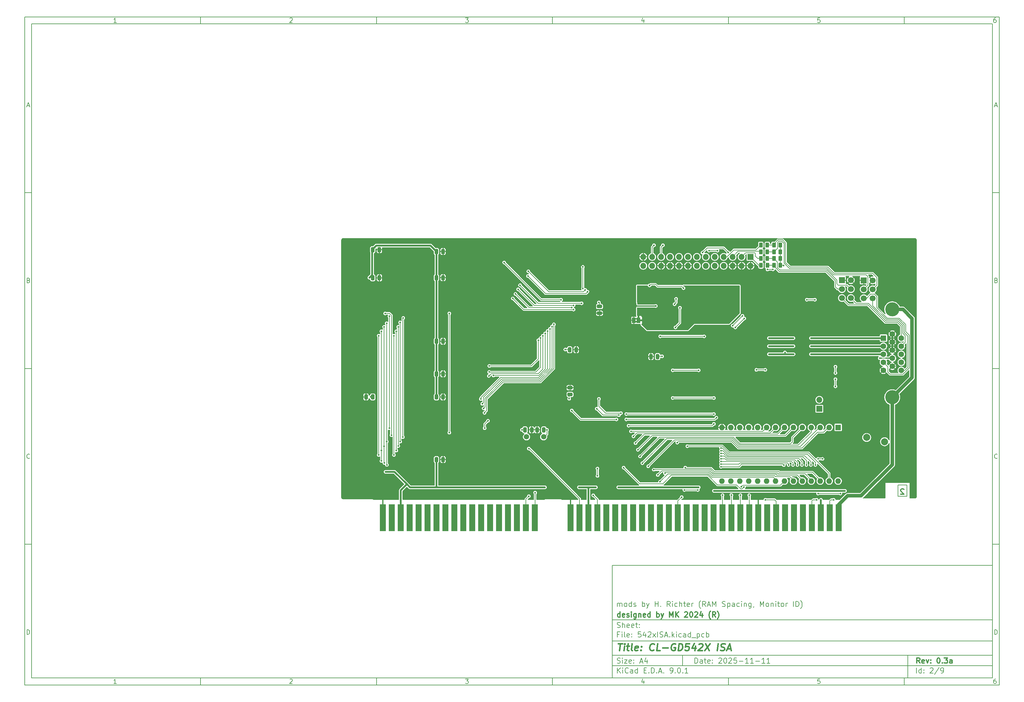
<source format=gbl>
%TF.GenerationSoftware,KiCad,Pcbnew,9.0.1*%
%TF.CreationDate,2025-11-11T13:16:59+01:00*%
%TF.ProjectId,542xISA,35343278-4953-4412-9e6b-696361645f70,0.3a*%
%TF.SameCoordinates,Original*%
%TF.FileFunction,Copper,L2,Bot*%
%TF.FilePolarity,Positive*%
%FSLAX46Y46*%
G04 Gerber Fmt 4.6, Leading zero omitted, Abs format (unit mm)*
G04 Created by KiCad (PCBNEW 9.0.1) date 2025-11-11 13:16:59*
%MOMM*%
%LPD*%
G01*
G04 APERTURE LIST*
G04 Aperture macros list*
%AMRoundRect*
0 Rectangle with rounded corners*
0 $1 Rounding radius*
0 $2 $3 $4 $5 $6 $7 $8 $9 X,Y pos of 4 corners*
0 Add a 4 corners polygon primitive as box body*
4,1,4,$2,$3,$4,$5,$6,$7,$8,$9,$2,$3,0*
0 Add four circle primitives for the rounded corners*
1,1,$1+$1,$2,$3*
1,1,$1+$1,$4,$5*
1,1,$1+$1,$6,$7*
1,1,$1+$1,$8,$9*
0 Add four rect primitives between the rounded corners*
20,1,$1+$1,$2,$3,$4,$5,0*
20,1,$1+$1,$4,$5,$6,$7,0*
20,1,$1+$1,$6,$7,$8,$9,0*
20,1,$1+$1,$8,$9,$2,$3,0*%
G04 Aperture macros list end*
%ADD10C,0.100000*%
%ADD11C,0.150000*%
%ADD12C,0.300000*%
%ADD13C,0.400000*%
%TA.AperFunction,NonConductor*%
%ADD14C,0.300000*%
%TD*%
%TA.AperFunction,EtchedComponent*%
%ADD15C,0.000000*%
%TD*%
%TA.AperFunction,ComponentPad*%
%ADD16C,2.010000*%
%TD*%
%TA.AperFunction,ComponentPad*%
%ADD17R,1.700000X1.700000*%
%TD*%
%TA.AperFunction,ComponentPad*%
%ADD18O,1.700000X1.700000*%
%TD*%
%TA.AperFunction,ComponentPad*%
%ADD19C,4.000000*%
%TD*%
%TA.AperFunction,ComponentPad*%
%ADD20R,1.600000X1.600000*%
%TD*%
%TA.AperFunction,ComponentPad*%
%ADD21C,1.600000*%
%TD*%
%TA.AperFunction,ConnectorPad*%
%ADD22R,1.780000X7.620000*%
%TD*%
%TA.AperFunction,ComponentPad*%
%ADD23O,1.600000X1.600000*%
%TD*%
%TA.AperFunction,ComponentPad*%
%ADD24C,1.700000*%
%TD*%
%TA.AperFunction,ComponentPad*%
%ADD25C,1.500000*%
%TD*%
%TA.AperFunction,SMDPad,CuDef*%
%ADD26RoundRect,0.250000X-0.250000X-0.475000X0.250000X-0.475000X0.250000X0.475000X-0.250000X0.475000X0*%
%TD*%
%TA.AperFunction,SMDPad,CuDef*%
%ADD27RoundRect,0.250000X-0.475000X0.250000X-0.475000X-0.250000X0.475000X-0.250000X0.475000X0.250000X0*%
%TD*%
%TA.AperFunction,SMDPad,CuDef*%
%ADD28RoundRect,0.250000X0.475000X-0.250000X0.475000X0.250000X-0.475000X0.250000X-0.475000X-0.250000X0*%
%TD*%
%TA.AperFunction,SMDPad,CuDef*%
%ADD29RoundRect,0.250000X0.250000X0.475000X-0.250000X0.475000X-0.250000X-0.475000X0.250000X-0.475000X0*%
%TD*%
%TA.AperFunction,SMDPad,CuDef*%
%ADD30R,1.000000X1.500000*%
%TD*%
%TA.AperFunction,SMDPad,CuDef*%
%ADD31RoundRect,0.250000X-0.262500X-0.450000X0.262500X-0.450000X0.262500X0.450000X-0.262500X0.450000X0*%
%TD*%
%TA.AperFunction,SMDPad,CuDef*%
%ADD32RoundRect,0.250000X0.262500X0.450000X-0.262500X0.450000X-0.262500X-0.450000X0.262500X-0.450000X0*%
%TD*%
%TA.AperFunction,ViaPad*%
%ADD33C,0.500000*%
%TD*%
%TA.AperFunction,ViaPad*%
%ADD34C,0.800000*%
%TD*%
%TA.AperFunction,Conductor*%
%ADD35C,0.200000*%
%TD*%
%TA.AperFunction,Conductor*%
%ADD36C,0.500000*%
%TD*%
%TA.AperFunction,Conductor*%
%ADD37C,0.350000*%
%TD*%
%TA.AperFunction,Conductor*%
%ADD38C,1.000000*%
%TD*%
G04 APERTURE END LIST*
D10*
D11*
X177002200Y-166007200D02*
X285002200Y-166007200D01*
X285002200Y-198007200D01*
X177002200Y-198007200D01*
X177002200Y-166007200D01*
D10*
D11*
X10000000Y-10000000D02*
X287002200Y-10000000D01*
X287002200Y-200007200D01*
X10000000Y-200007200D01*
X10000000Y-10000000D01*
D10*
D11*
X12000000Y-12000000D02*
X285002200Y-12000000D01*
X285002200Y-198007200D01*
X12000000Y-198007200D01*
X12000000Y-12000000D01*
D10*
D11*
X60000000Y-12000000D02*
X60000000Y-10000000D01*
D10*
D11*
X110000000Y-12000000D02*
X110000000Y-10000000D01*
D10*
D11*
X160000000Y-12000000D02*
X160000000Y-10000000D01*
D10*
D11*
X210000000Y-12000000D02*
X210000000Y-10000000D01*
D10*
D11*
X260000000Y-12000000D02*
X260000000Y-10000000D01*
D10*
D11*
X36089160Y-11593604D02*
X35346303Y-11593604D01*
X35717731Y-11593604D02*
X35717731Y-10293604D01*
X35717731Y-10293604D02*
X35593922Y-10479319D01*
X35593922Y-10479319D02*
X35470112Y-10603128D01*
X35470112Y-10603128D02*
X35346303Y-10665033D01*
D10*
D11*
X85346303Y-10417414D02*
X85408207Y-10355509D01*
X85408207Y-10355509D02*
X85532017Y-10293604D01*
X85532017Y-10293604D02*
X85841541Y-10293604D01*
X85841541Y-10293604D02*
X85965350Y-10355509D01*
X85965350Y-10355509D02*
X86027255Y-10417414D01*
X86027255Y-10417414D02*
X86089160Y-10541223D01*
X86089160Y-10541223D02*
X86089160Y-10665033D01*
X86089160Y-10665033D02*
X86027255Y-10850747D01*
X86027255Y-10850747D02*
X85284398Y-11593604D01*
X85284398Y-11593604D02*
X86089160Y-11593604D01*
D10*
D11*
X135284398Y-10293604D02*
X136089160Y-10293604D01*
X136089160Y-10293604D02*
X135655826Y-10788842D01*
X135655826Y-10788842D02*
X135841541Y-10788842D01*
X135841541Y-10788842D02*
X135965350Y-10850747D01*
X135965350Y-10850747D02*
X136027255Y-10912652D01*
X136027255Y-10912652D02*
X136089160Y-11036461D01*
X136089160Y-11036461D02*
X136089160Y-11345985D01*
X136089160Y-11345985D02*
X136027255Y-11469795D01*
X136027255Y-11469795D02*
X135965350Y-11531700D01*
X135965350Y-11531700D02*
X135841541Y-11593604D01*
X135841541Y-11593604D02*
X135470112Y-11593604D01*
X135470112Y-11593604D02*
X135346303Y-11531700D01*
X135346303Y-11531700D02*
X135284398Y-11469795D01*
D10*
D11*
X185965350Y-10726938D02*
X185965350Y-11593604D01*
X185655826Y-10231700D02*
X185346303Y-11160271D01*
X185346303Y-11160271D02*
X186151064Y-11160271D01*
D10*
D11*
X236027255Y-10293604D02*
X235408207Y-10293604D01*
X235408207Y-10293604D02*
X235346303Y-10912652D01*
X235346303Y-10912652D02*
X235408207Y-10850747D01*
X235408207Y-10850747D02*
X235532017Y-10788842D01*
X235532017Y-10788842D02*
X235841541Y-10788842D01*
X235841541Y-10788842D02*
X235965350Y-10850747D01*
X235965350Y-10850747D02*
X236027255Y-10912652D01*
X236027255Y-10912652D02*
X236089160Y-11036461D01*
X236089160Y-11036461D02*
X236089160Y-11345985D01*
X236089160Y-11345985D02*
X236027255Y-11469795D01*
X236027255Y-11469795D02*
X235965350Y-11531700D01*
X235965350Y-11531700D02*
X235841541Y-11593604D01*
X235841541Y-11593604D02*
X235532017Y-11593604D01*
X235532017Y-11593604D02*
X235408207Y-11531700D01*
X235408207Y-11531700D02*
X235346303Y-11469795D01*
D10*
D11*
X285965350Y-10293604D02*
X285717731Y-10293604D01*
X285717731Y-10293604D02*
X285593922Y-10355509D01*
X285593922Y-10355509D02*
X285532017Y-10417414D01*
X285532017Y-10417414D02*
X285408207Y-10603128D01*
X285408207Y-10603128D02*
X285346303Y-10850747D01*
X285346303Y-10850747D02*
X285346303Y-11345985D01*
X285346303Y-11345985D02*
X285408207Y-11469795D01*
X285408207Y-11469795D02*
X285470112Y-11531700D01*
X285470112Y-11531700D02*
X285593922Y-11593604D01*
X285593922Y-11593604D02*
X285841541Y-11593604D01*
X285841541Y-11593604D02*
X285965350Y-11531700D01*
X285965350Y-11531700D02*
X286027255Y-11469795D01*
X286027255Y-11469795D02*
X286089160Y-11345985D01*
X286089160Y-11345985D02*
X286089160Y-11036461D01*
X286089160Y-11036461D02*
X286027255Y-10912652D01*
X286027255Y-10912652D02*
X285965350Y-10850747D01*
X285965350Y-10850747D02*
X285841541Y-10788842D01*
X285841541Y-10788842D02*
X285593922Y-10788842D01*
X285593922Y-10788842D02*
X285470112Y-10850747D01*
X285470112Y-10850747D02*
X285408207Y-10912652D01*
X285408207Y-10912652D02*
X285346303Y-11036461D01*
D10*
D11*
X60000000Y-198007200D02*
X60000000Y-200007200D01*
D10*
D11*
X110000000Y-198007200D02*
X110000000Y-200007200D01*
D10*
D11*
X160000000Y-198007200D02*
X160000000Y-200007200D01*
D10*
D11*
X210000000Y-198007200D02*
X210000000Y-200007200D01*
D10*
D11*
X260000000Y-198007200D02*
X260000000Y-200007200D01*
D10*
D11*
X36089160Y-199600804D02*
X35346303Y-199600804D01*
X35717731Y-199600804D02*
X35717731Y-198300804D01*
X35717731Y-198300804D02*
X35593922Y-198486519D01*
X35593922Y-198486519D02*
X35470112Y-198610328D01*
X35470112Y-198610328D02*
X35346303Y-198672233D01*
D10*
D11*
X85346303Y-198424614D02*
X85408207Y-198362709D01*
X85408207Y-198362709D02*
X85532017Y-198300804D01*
X85532017Y-198300804D02*
X85841541Y-198300804D01*
X85841541Y-198300804D02*
X85965350Y-198362709D01*
X85965350Y-198362709D02*
X86027255Y-198424614D01*
X86027255Y-198424614D02*
X86089160Y-198548423D01*
X86089160Y-198548423D02*
X86089160Y-198672233D01*
X86089160Y-198672233D02*
X86027255Y-198857947D01*
X86027255Y-198857947D02*
X85284398Y-199600804D01*
X85284398Y-199600804D02*
X86089160Y-199600804D01*
D10*
D11*
X135284398Y-198300804D02*
X136089160Y-198300804D01*
X136089160Y-198300804D02*
X135655826Y-198796042D01*
X135655826Y-198796042D02*
X135841541Y-198796042D01*
X135841541Y-198796042D02*
X135965350Y-198857947D01*
X135965350Y-198857947D02*
X136027255Y-198919852D01*
X136027255Y-198919852D02*
X136089160Y-199043661D01*
X136089160Y-199043661D02*
X136089160Y-199353185D01*
X136089160Y-199353185D02*
X136027255Y-199476995D01*
X136027255Y-199476995D02*
X135965350Y-199538900D01*
X135965350Y-199538900D02*
X135841541Y-199600804D01*
X135841541Y-199600804D02*
X135470112Y-199600804D01*
X135470112Y-199600804D02*
X135346303Y-199538900D01*
X135346303Y-199538900D02*
X135284398Y-199476995D01*
D10*
D11*
X185965350Y-198734138D02*
X185965350Y-199600804D01*
X185655826Y-198238900D02*
X185346303Y-199167471D01*
X185346303Y-199167471D02*
X186151064Y-199167471D01*
D10*
D11*
X236027255Y-198300804D02*
X235408207Y-198300804D01*
X235408207Y-198300804D02*
X235346303Y-198919852D01*
X235346303Y-198919852D02*
X235408207Y-198857947D01*
X235408207Y-198857947D02*
X235532017Y-198796042D01*
X235532017Y-198796042D02*
X235841541Y-198796042D01*
X235841541Y-198796042D02*
X235965350Y-198857947D01*
X235965350Y-198857947D02*
X236027255Y-198919852D01*
X236027255Y-198919852D02*
X236089160Y-199043661D01*
X236089160Y-199043661D02*
X236089160Y-199353185D01*
X236089160Y-199353185D02*
X236027255Y-199476995D01*
X236027255Y-199476995D02*
X235965350Y-199538900D01*
X235965350Y-199538900D02*
X235841541Y-199600804D01*
X235841541Y-199600804D02*
X235532017Y-199600804D01*
X235532017Y-199600804D02*
X235408207Y-199538900D01*
X235408207Y-199538900D02*
X235346303Y-199476995D01*
D10*
D11*
X285965350Y-198300804D02*
X285717731Y-198300804D01*
X285717731Y-198300804D02*
X285593922Y-198362709D01*
X285593922Y-198362709D02*
X285532017Y-198424614D01*
X285532017Y-198424614D02*
X285408207Y-198610328D01*
X285408207Y-198610328D02*
X285346303Y-198857947D01*
X285346303Y-198857947D02*
X285346303Y-199353185D01*
X285346303Y-199353185D02*
X285408207Y-199476995D01*
X285408207Y-199476995D02*
X285470112Y-199538900D01*
X285470112Y-199538900D02*
X285593922Y-199600804D01*
X285593922Y-199600804D02*
X285841541Y-199600804D01*
X285841541Y-199600804D02*
X285965350Y-199538900D01*
X285965350Y-199538900D02*
X286027255Y-199476995D01*
X286027255Y-199476995D02*
X286089160Y-199353185D01*
X286089160Y-199353185D02*
X286089160Y-199043661D01*
X286089160Y-199043661D02*
X286027255Y-198919852D01*
X286027255Y-198919852D02*
X285965350Y-198857947D01*
X285965350Y-198857947D02*
X285841541Y-198796042D01*
X285841541Y-198796042D02*
X285593922Y-198796042D01*
X285593922Y-198796042D02*
X285470112Y-198857947D01*
X285470112Y-198857947D02*
X285408207Y-198919852D01*
X285408207Y-198919852D02*
X285346303Y-199043661D01*
D10*
D11*
X10000000Y-60000000D02*
X12000000Y-60000000D01*
D10*
D11*
X10000000Y-110000000D02*
X12000000Y-110000000D01*
D10*
D11*
X10000000Y-160000000D02*
X12000000Y-160000000D01*
D10*
D11*
X10690476Y-35222176D02*
X11309523Y-35222176D01*
X10566666Y-35593604D02*
X10999999Y-34293604D01*
X10999999Y-34293604D02*
X11433333Y-35593604D01*
D10*
D11*
X11092857Y-84912652D02*
X11278571Y-84974557D01*
X11278571Y-84974557D02*
X11340476Y-85036461D01*
X11340476Y-85036461D02*
X11402380Y-85160271D01*
X11402380Y-85160271D02*
X11402380Y-85345985D01*
X11402380Y-85345985D02*
X11340476Y-85469795D01*
X11340476Y-85469795D02*
X11278571Y-85531700D01*
X11278571Y-85531700D02*
X11154761Y-85593604D01*
X11154761Y-85593604D02*
X10659523Y-85593604D01*
X10659523Y-85593604D02*
X10659523Y-84293604D01*
X10659523Y-84293604D02*
X11092857Y-84293604D01*
X11092857Y-84293604D02*
X11216666Y-84355509D01*
X11216666Y-84355509D02*
X11278571Y-84417414D01*
X11278571Y-84417414D02*
X11340476Y-84541223D01*
X11340476Y-84541223D02*
X11340476Y-84665033D01*
X11340476Y-84665033D02*
X11278571Y-84788842D01*
X11278571Y-84788842D02*
X11216666Y-84850747D01*
X11216666Y-84850747D02*
X11092857Y-84912652D01*
X11092857Y-84912652D02*
X10659523Y-84912652D01*
D10*
D11*
X11402380Y-135469795D02*
X11340476Y-135531700D01*
X11340476Y-135531700D02*
X11154761Y-135593604D01*
X11154761Y-135593604D02*
X11030952Y-135593604D01*
X11030952Y-135593604D02*
X10845238Y-135531700D01*
X10845238Y-135531700D02*
X10721428Y-135407890D01*
X10721428Y-135407890D02*
X10659523Y-135284080D01*
X10659523Y-135284080D02*
X10597619Y-135036461D01*
X10597619Y-135036461D02*
X10597619Y-134850747D01*
X10597619Y-134850747D02*
X10659523Y-134603128D01*
X10659523Y-134603128D02*
X10721428Y-134479319D01*
X10721428Y-134479319D02*
X10845238Y-134355509D01*
X10845238Y-134355509D02*
X11030952Y-134293604D01*
X11030952Y-134293604D02*
X11154761Y-134293604D01*
X11154761Y-134293604D02*
X11340476Y-134355509D01*
X11340476Y-134355509D02*
X11402380Y-134417414D01*
D10*
D11*
X10659523Y-185593604D02*
X10659523Y-184293604D01*
X10659523Y-184293604D02*
X10969047Y-184293604D01*
X10969047Y-184293604D02*
X11154761Y-184355509D01*
X11154761Y-184355509D02*
X11278571Y-184479319D01*
X11278571Y-184479319D02*
X11340476Y-184603128D01*
X11340476Y-184603128D02*
X11402380Y-184850747D01*
X11402380Y-184850747D02*
X11402380Y-185036461D01*
X11402380Y-185036461D02*
X11340476Y-185284080D01*
X11340476Y-185284080D02*
X11278571Y-185407890D01*
X11278571Y-185407890D02*
X11154761Y-185531700D01*
X11154761Y-185531700D02*
X10969047Y-185593604D01*
X10969047Y-185593604D02*
X10659523Y-185593604D01*
D10*
D11*
X287002200Y-60000000D02*
X285002200Y-60000000D01*
D10*
D11*
X287002200Y-110000000D02*
X285002200Y-110000000D01*
D10*
D11*
X287002200Y-160000000D02*
X285002200Y-160000000D01*
D10*
D11*
X285692676Y-35222176D02*
X286311723Y-35222176D01*
X285568866Y-35593604D02*
X286002199Y-34293604D01*
X286002199Y-34293604D02*
X286435533Y-35593604D01*
D10*
D11*
X286095057Y-84912652D02*
X286280771Y-84974557D01*
X286280771Y-84974557D02*
X286342676Y-85036461D01*
X286342676Y-85036461D02*
X286404580Y-85160271D01*
X286404580Y-85160271D02*
X286404580Y-85345985D01*
X286404580Y-85345985D02*
X286342676Y-85469795D01*
X286342676Y-85469795D02*
X286280771Y-85531700D01*
X286280771Y-85531700D02*
X286156961Y-85593604D01*
X286156961Y-85593604D02*
X285661723Y-85593604D01*
X285661723Y-85593604D02*
X285661723Y-84293604D01*
X285661723Y-84293604D02*
X286095057Y-84293604D01*
X286095057Y-84293604D02*
X286218866Y-84355509D01*
X286218866Y-84355509D02*
X286280771Y-84417414D01*
X286280771Y-84417414D02*
X286342676Y-84541223D01*
X286342676Y-84541223D02*
X286342676Y-84665033D01*
X286342676Y-84665033D02*
X286280771Y-84788842D01*
X286280771Y-84788842D02*
X286218866Y-84850747D01*
X286218866Y-84850747D02*
X286095057Y-84912652D01*
X286095057Y-84912652D02*
X285661723Y-84912652D01*
D10*
D11*
X286404580Y-135469795D02*
X286342676Y-135531700D01*
X286342676Y-135531700D02*
X286156961Y-135593604D01*
X286156961Y-135593604D02*
X286033152Y-135593604D01*
X286033152Y-135593604D02*
X285847438Y-135531700D01*
X285847438Y-135531700D02*
X285723628Y-135407890D01*
X285723628Y-135407890D02*
X285661723Y-135284080D01*
X285661723Y-135284080D02*
X285599819Y-135036461D01*
X285599819Y-135036461D02*
X285599819Y-134850747D01*
X285599819Y-134850747D02*
X285661723Y-134603128D01*
X285661723Y-134603128D02*
X285723628Y-134479319D01*
X285723628Y-134479319D02*
X285847438Y-134355509D01*
X285847438Y-134355509D02*
X286033152Y-134293604D01*
X286033152Y-134293604D02*
X286156961Y-134293604D01*
X286156961Y-134293604D02*
X286342676Y-134355509D01*
X286342676Y-134355509D02*
X286404580Y-134417414D01*
D10*
D11*
X285661723Y-185593604D02*
X285661723Y-184293604D01*
X285661723Y-184293604D02*
X285971247Y-184293604D01*
X285971247Y-184293604D02*
X286156961Y-184355509D01*
X286156961Y-184355509D02*
X286280771Y-184479319D01*
X286280771Y-184479319D02*
X286342676Y-184603128D01*
X286342676Y-184603128D02*
X286404580Y-184850747D01*
X286404580Y-184850747D02*
X286404580Y-185036461D01*
X286404580Y-185036461D02*
X286342676Y-185284080D01*
X286342676Y-185284080D02*
X286280771Y-185407890D01*
X286280771Y-185407890D02*
X286156961Y-185531700D01*
X286156961Y-185531700D02*
X285971247Y-185593604D01*
X285971247Y-185593604D02*
X285661723Y-185593604D01*
D10*
D11*
X200458026Y-193793328D02*
X200458026Y-192293328D01*
X200458026Y-192293328D02*
X200815169Y-192293328D01*
X200815169Y-192293328D02*
X201029455Y-192364757D01*
X201029455Y-192364757D02*
X201172312Y-192507614D01*
X201172312Y-192507614D02*
X201243741Y-192650471D01*
X201243741Y-192650471D02*
X201315169Y-192936185D01*
X201315169Y-192936185D02*
X201315169Y-193150471D01*
X201315169Y-193150471D02*
X201243741Y-193436185D01*
X201243741Y-193436185D02*
X201172312Y-193579042D01*
X201172312Y-193579042D02*
X201029455Y-193721900D01*
X201029455Y-193721900D02*
X200815169Y-193793328D01*
X200815169Y-193793328D02*
X200458026Y-193793328D01*
X202600884Y-193793328D02*
X202600884Y-193007614D01*
X202600884Y-193007614D02*
X202529455Y-192864757D01*
X202529455Y-192864757D02*
X202386598Y-192793328D01*
X202386598Y-192793328D02*
X202100884Y-192793328D01*
X202100884Y-192793328D02*
X201958026Y-192864757D01*
X202600884Y-193721900D02*
X202458026Y-193793328D01*
X202458026Y-193793328D02*
X202100884Y-193793328D01*
X202100884Y-193793328D02*
X201958026Y-193721900D01*
X201958026Y-193721900D02*
X201886598Y-193579042D01*
X201886598Y-193579042D02*
X201886598Y-193436185D01*
X201886598Y-193436185D02*
X201958026Y-193293328D01*
X201958026Y-193293328D02*
X202100884Y-193221900D01*
X202100884Y-193221900D02*
X202458026Y-193221900D01*
X202458026Y-193221900D02*
X202600884Y-193150471D01*
X203100884Y-192793328D02*
X203672312Y-192793328D01*
X203315169Y-192293328D02*
X203315169Y-193579042D01*
X203315169Y-193579042D02*
X203386598Y-193721900D01*
X203386598Y-193721900D02*
X203529455Y-193793328D01*
X203529455Y-193793328D02*
X203672312Y-193793328D01*
X204743741Y-193721900D02*
X204600884Y-193793328D01*
X204600884Y-193793328D02*
X204315170Y-193793328D01*
X204315170Y-193793328D02*
X204172312Y-193721900D01*
X204172312Y-193721900D02*
X204100884Y-193579042D01*
X204100884Y-193579042D02*
X204100884Y-193007614D01*
X204100884Y-193007614D02*
X204172312Y-192864757D01*
X204172312Y-192864757D02*
X204315170Y-192793328D01*
X204315170Y-192793328D02*
X204600884Y-192793328D01*
X204600884Y-192793328D02*
X204743741Y-192864757D01*
X204743741Y-192864757D02*
X204815170Y-193007614D01*
X204815170Y-193007614D02*
X204815170Y-193150471D01*
X204815170Y-193150471D02*
X204100884Y-193293328D01*
X205458026Y-193650471D02*
X205529455Y-193721900D01*
X205529455Y-193721900D02*
X205458026Y-193793328D01*
X205458026Y-193793328D02*
X205386598Y-193721900D01*
X205386598Y-193721900D02*
X205458026Y-193650471D01*
X205458026Y-193650471D02*
X205458026Y-193793328D01*
X205458026Y-192864757D02*
X205529455Y-192936185D01*
X205529455Y-192936185D02*
X205458026Y-193007614D01*
X205458026Y-193007614D02*
X205386598Y-192936185D01*
X205386598Y-192936185D02*
X205458026Y-192864757D01*
X205458026Y-192864757D02*
X205458026Y-193007614D01*
X207243741Y-192436185D02*
X207315169Y-192364757D01*
X207315169Y-192364757D02*
X207458027Y-192293328D01*
X207458027Y-192293328D02*
X207815169Y-192293328D01*
X207815169Y-192293328D02*
X207958027Y-192364757D01*
X207958027Y-192364757D02*
X208029455Y-192436185D01*
X208029455Y-192436185D02*
X208100884Y-192579042D01*
X208100884Y-192579042D02*
X208100884Y-192721900D01*
X208100884Y-192721900D02*
X208029455Y-192936185D01*
X208029455Y-192936185D02*
X207172312Y-193793328D01*
X207172312Y-193793328D02*
X208100884Y-193793328D01*
X209029455Y-192293328D02*
X209172312Y-192293328D01*
X209172312Y-192293328D02*
X209315169Y-192364757D01*
X209315169Y-192364757D02*
X209386598Y-192436185D01*
X209386598Y-192436185D02*
X209458026Y-192579042D01*
X209458026Y-192579042D02*
X209529455Y-192864757D01*
X209529455Y-192864757D02*
X209529455Y-193221900D01*
X209529455Y-193221900D02*
X209458026Y-193507614D01*
X209458026Y-193507614D02*
X209386598Y-193650471D01*
X209386598Y-193650471D02*
X209315169Y-193721900D01*
X209315169Y-193721900D02*
X209172312Y-193793328D01*
X209172312Y-193793328D02*
X209029455Y-193793328D01*
X209029455Y-193793328D02*
X208886598Y-193721900D01*
X208886598Y-193721900D02*
X208815169Y-193650471D01*
X208815169Y-193650471D02*
X208743740Y-193507614D01*
X208743740Y-193507614D02*
X208672312Y-193221900D01*
X208672312Y-193221900D02*
X208672312Y-192864757D01*
X208672312Y-192864757D02*
X208743740Y-192579042D01*
X208743740Y-192579042D02*
X208815169Y-192436185D01*
X208815169Y-192436185D02*
X208886598Y-192364757D01*
X208886598Y-192364757D02*
X209029455Y-192293328D01*
X210100883Y-192436185D02*
X210172311Y-192364757D01*
X210172311Y-192364757D02*
X210315169Y-192293328D01*
X210315169Y-192293328D02*
X210672311Y-192293328D01*
X210672311Y-192293328D02*
X210815169Y-192364757D01*
X210815169Y-192364757D02*
X210886597Y-192436185D01*
X210886597Y-192436185D02*
X210958026Y-192579042D01*
X210958026Y-192579042D02*
X210958026Y-192721900D01*
X210958026Y-192721900D02*
X210886597Y-192936185D01*
X210886597Y-192936185D02*
X210029454Y-193793328D01*
X210029454Y-193793328D02*
X210958026Y-193793328D01*
X212315168Y-192293328D02*
X211600882Y-192293328D01*
X211600882Y-192293328D02*
X211529454Y-193007614D01*
X211529454Y-193007614D02*
X211600882Y-192936185D01*
X211600882Y-192936185D02*
X211743740Y-192864757D01*
X211743740Y-192864757D02*
X212100882Y-192864757D01*
X212100882Y-192864757D02*
X212243740Y-192936185D01*
X212243740Y-192936185D02*
X212315168Y-193007614D01*
X212315168Y-193007614D02*
X212386597Y-193150471D01*
X212386597Y-193150471D02*
X212386597Y-193507614D01*
X212386597Y-193507614D02*
X212315168Y-193650471D01*
X212315168Y-193650471D02*
X212243740Y-193721900D01*
X212243740Y-193721900D02*
X212100882Y-193793328D01*
X212100882Y-193793328D02*
X211743740Y-193793328D01*
X211743740Y-193793328D02*
X211600882Y-193721900D01*
X211600882Y-193721900D02*
X211529454Y-193650471D01*
X213029453Y-193221900D02*
X214172311Y-193221900D01*
X215672311Y-193793328D02*
X214815168Y-193793328D01*
X215243739Y-193793328D02*
X215243739Y-192293328D01*
X215243739Y-192293328D02*
X215100882Y-192507614D01*
X215100882Y-192507614D02*
X214958025Y-192650471D01*
X214958025Y-192650471D02*
X214815168Y-192721900D01*
X217100882Y-193793328D02*
X216243739Y-193793328D01*
X216672310Y-193793328D02*
X216672310Y-192293328D01*
X216672310Y-192293328D02*
X216529453Y-192507614D01*
X216529453Y-192507614D02*
X216386596Y-192650471D01*
X216386596Y-192650471D02*
X216243739Y-192721900D01*
X217743738Y-193221900D02*
X218886596Y-193221900D01*
X220386596Y-193793328D02*
X219529453Y-193793328D01*
X219958024Y-193793328D02*
X219958024Y-192293328D01*
X219958024Y-192293328D02*
X219815167Y-192507614D01*
X219815167Y-192507614D02*
X219672310Y-192650471D01*
X219672310Y-192650471D02*
X219529453Y-192721900D01*
X221815167Y-193793328D02*
X220958024Y-193793328D01*
X221386595Y-193793328D02*
X221386595Y-192293328D01*
X221386595Y-192293328D02*
X221243738Y-192507614D01*
X221243738Y-192507614D02*
X221100881Y-192650471D01*
X221100881Y-192650471D02*
X220958024Y-192721900D01*
D10*
D11*
X177002200Y-194507200D02*
X285002200Y-194507200D01*
D10*
D11*
X178458026Y-196593328D02*
X178458026Y-195093328D01*
X179315169Y-196593328D02*
X178672312Y-195736185D01*
X179315169Y-195093328D02*
X178458026Y-195950471D01*
X179958026Y-196593328D02*
X179958026Y-195593328D01*
X179958026Y-195093328D02*
X179886598Y-195164757D01*
X179886598Y-195164757D02*
X179958026Y-195236185D01*
X179958026Y-195236185D02*
X180029455Y-195164757D01*
X180029455Y-195164757D02*
X179958026Y-195093328D01*
X179958026Y-195093328D02*
X179958026Y-195236185D01*
X181529455Y-196450471D02*
X181458027Y-196521900D01*
X181458027Y-196521900D02*
X181243741Y-196593328D01*
X181243741Y-196593328D02*
X181100884Y-196593328D01*
X181100884Y-196593328D02*
X180886598Y-196521900D01*
X180886598Y-196521900D02*
X180743741Y-196379042D01*
X180743741Y-196379042D02*
X180672312Y-196236185D01*
X180672312Y-196236185D02*
X180600884Y-195950471D01*
X180600884Y-195950471D02*
X180600884Y-195736185D01*
X180600884Y-195736185D02*
X180672312Y-195450471D01*
X180672312Y-195450471D02*
X180743741Y-195307614D01*
X180743741Y-195307614D02*
X180886598Y-195164757D01*
X180886598Y-195164757D02*
X181100884Y-195093328D01*
X181100884Y-195093328D02*
X181243741Y-195093328D01*
X181243741Y-195093328D02*
X181458027Y-195164757D01*
X181458027Y-195164757D02*
X181529455Y-195236185D01*
X182815170Y-196593328D02*
X182815170Y-195807614D01*
X182815170Y-195807614D02*
X182743741Y-195664757D01*
X182743741Y-195664757D02*
X182600884Y-195593328D01*
X182600884Y-195593328D02*
X182315170Y-195593328D01*
X182315170Y-195593328D02*
X182172312Y-195664757D01*
X182815170Y-196521900D02*
X182672312Y-196593328D01*
X182672312Y-196593328D02*
X182315170Y-196593328D01*
X182315170Y-196593328D02*
X182172312Y-196521900D01*
X182172312Y-196521900D02*
X182100884Y-196379042D01*
X182100884Y-196379042D02*
X182100884Y-196236185D01*
X182100884Y-196236185D02*
X182172312Y-196093328D01*
X182172312Y-196093328D02*
X182315170Y-196021900D01*
X182315170Y-196021900D02*
X182672312Y-196021900D01*
X182672312Y-196021900D02*
X182815170Y-195950471D01*
X184172313Y-196593328D02*
X184172313Y-195093328D01*
X184172313Y-196521900D02*
X184029455Y-196593328D01*
X184029455Y-196593328D02*
X183743741Y-196593328D01*
X183743741Y-196593328D02*
X183600884Y-196521900D01*
X183600884Y-196521900D02*
X183529455Y-196450471D01*
X183529455Y-196450471D02*
X183458027Y-196307614D01*
X183458027Y-196307614D02*
X183458027Y-195879042D01*
X183458027Y-195879042D02*
X183529455Y-195736185D01*
X183529455Y-195736185D02*
X183600884Y-195664757D01*
X183600884Y-195664757D02*
X183743741Y-195593328D01*
X183743741Y-195593328D02*
X184029455Y-195593328D01*
X184029455Y-195593328D02*
X184172313Y-195664757D01*
X186029455Y-195807614D02*
X186529455Y-195807614D01*
X186743741Y-196593328D02*
X186029455Y-196593328D01*
X186029455Y-196593328D02*
X186029455Y-195093328D01*
X186029455Y-195093328D02*
X186743741Y-195093328D01*
X187386598Y-196450471D02*
X187458027Y-196521900D01*
X187458027Y-196521900D02*
X187386598Y-196593328D01*
X187386598Y-196593328D02*
X187315170Y-196521900D01*
X187315170Y-196521900D02*
X187386598Y-196450471D01*
X187386598Y-196450471D02*
X187386598Y-196593328D01*
X188100884Y-196593328D02*
X188100884Y-195093328D01*
X188100884Y-195093328D02*
X188458027Y-195093328D01*
X188458027Y-195093328D02*
X188672313Y-195164757D01*
X188672313Y-195164757D02*
X188815170Y-195307614D01*
X188815170Y-195307614D02*
X188886599Y-195450471D01*
X188886599Y-195450471D02*
X188958027Y-195736185D01*
X188958027Y-195736185D02*
X188958027Y-195950471D01*
X188958027Y-195950471D02*
X188886599Y-196236185D01*
X188886599Y-196236185D02*
X188815170Y-196379042D01*
X188815170Y-196379042D02*
X188672313Y-196521900D01*
X188672313Y-196521900D02*
X188458027Y-196593328D01*
X188458027Y-196593328D02*
X188100884Y-196593328D01*
X189600884Y-196450471D02*
X189672313Y-196521900D01*
X189672313Y-196521900D02*
X189600884Y-196593328D01*
X189600884Y-196593328D02*
X189529456Y-196521900D01*
X189529456Y-196521900D02*
X189600884Y-196450471D01*
X189600884Y-196450471D02*
X189600884Y-196593328D01*
X190243742Y-196164757D02*
X190958028Y-196164757D01*
X190100885Y-196593328D02*
X190600885Y-195093328D01*
X190600885Y-195093328D02*
X191100885Y-196593328D01*
X191600884Y-196450471D02*
X191672313Y-196521900D01*
X191672313Y-196521900D02*
X191600884Y-196593328D01*
X191600884Y-196593328D02*
X191529456Y-196521900D01*
X191529456Y-196521900D02*
X191600884Y-196450471D01*
X191600884Y-196450471D02*
X191600884Y-196593328D01*
X193529456Y-196593328D02*
X193815170Y-196593328D01*
X193815170Y-196593328D02*
X193958027Y-196521900D01*
X193958027Y-196521900D02*
X194029456Y-196450471D01*
X194029456Y-196450471D02*
X194172313Y-196236185D01*
X194172313Y-196236185D02*
X194243742Y-195950471D01*
X194243742Y-195950471D02*
X194243742Y-195379042D01*
X194243742Y-195379042D02*
X194172313Y-195236185D01*
X194172313Y-195236185D02*
X194100885Y-195164757D01*
X194100885Y-195164757D02*
X193958027Y-195093328D01*
X193958027Y-195093328D02*
X193672313Y-195093328D01*
X193672313Y-195093328D02*
X193529456Y-195164757D01*
X193529456Y-195164757D02*
X193458027Y-195236185D01*
X193458027Y-195236185D02*
X193386599Y-195379042D01*
X193386599Y-195379042D02*
X193386599Y-195736185D01*
X193386599Y-195736185D02*
X193458027Y-195879042D01*
X193458027Y-195879042D02*
X193529456Y-195950471D01*
X193529456Y-195950471D02*
X193672313Y-196021900D01*
X193672313Y-196021900D02*
X193958027Y-196021900D01*
X193958027Y-196021900D02*
X194100885Y-195950471D01*
X194100885Y-195950471D02*
X194172313Y-195879042D01*
X194172313Y-195879042D02*
X194243742Y-195736185D01*
X194886598Y-196450471D02*
X194958027Y-196521900D01*
X194958027Y-196521900D02*
X194886598Y-196593328D01*
X194886598Y-196593328D02*
X194815170Y-196521900D01*
X194815170Y-196521900D02*
X194886598Y-196450471D01*
X194886598Y-196450471D02*
X194886598Y-196593328D01*
X195886599Y-195093328D02*
X196029456Y-195093328D01*
X196029456Y-195093328D02*
X196172313Y-195164757D01*
X196172313Y-195164757D02*
X196243742Y-195236185D01*
X196243742Y-195236185D02*
X196315170Y-195379042D01*
X196315170Y-195379042D02*
X196386599Y-195664757D01*
X196386599Y-195664757D02*
X196386599Y-196021900D01*
X196386599Y-196021900D02*
X196315170Y-196307614D01*
X196315170Y-196307614D02*
X196243742Y-196450471D01*
X196243742Y-196450471D02*
X196172313Y-196521900D01*
X196172313Y-196521900D02*
X196029456Y-196593328D01*
X196029456Y-196593328D02*
X195886599Y-196593328D01*
X195886599Y-196593328D02*
X195743742Y-196521900D01*
X195743742Y-196521900D02*
X195672313Y-196450471D01*
X195672313Y-196450471D02*
X195600884Y-196307614D01*
X195600884Y-196307614D02*
X195529456Y-196021900D01*
X195529456Y-196021900D02*
X195529456Y-195664757D01*
X195529456Y-195664757D02*
X195600884Y-195379042D01*
X195600884Y-195379042D02*
X195672313Y-195236185D01*
X195672313Y-195236185D02*
X195743742Y-195164757D01*
X195743742Y-195164757D02*
X195886599Y-195093328D01*
X197029455Y-196450471D02*
X197100884Y-196521900D01*
X197100884Y-196521900D02*
X197029455Y-196593328D01*
X197029455Y-196593328D02*
X196958027Y-196521900D01*
X196958027Y-196521900D02*
X197029455Y-196450471D01*
X197029455Y-196450471D02*
X197029455Y-196593328D01*
X198529456Y-196593328D02*
X197672313Y-196593328D01*
X198100884Y-196593328D02*
X198100884Y-195093328D01*
X198100884Y-195093328D02*
X197958027Y-195307614D01*
X197958027Y-195307614D02*
X197815170Y-195450471D01*
X197815170Y-195450471D02*
X197672313Y-195521900D01*
D10*
D11*
X177002200Y-191507200D02*
X285002200Y-191507200D01*
D10*
D12*
X264413853Y-193785528D02*
X263913853Y-193071242D01*
X263556710Y-193785528D02*
X263556710Y-192285528D01*
X263556710Y-192285528D02*
X264128139Y-192285528D01*
X264128139Y-192285528D02*
X264270996Y-192356957D01*
X264270996Y-192356957D02*
X264342425Y-192428385D01*
X264342425Y-192428385D02*
X264413853Y-192571242D01*
X264413853Y-192571242D02*
X264413853Y-192785528D01*
X264413853Y-192785528D02*
X264342425Y-192928385D01*
X264342425Y-192928385D02*
X264270996Y-192999814D01*
X264270996Y-192999814D02*
X264128139Y-193071242D01*
X264128139Y-193071242D02*
X263556710Y-193071242D01*
X265628139Y-193714100D02*
X265485282Y-193785528D01*
X265485282Y-193785528D02*
X265199568Y-193785528D01*
X265199568Y-193785528D02*
X265056710Y-193714100D01*
X265056710Y-193714100D02*
X264985282Y-193571242D01*
X264985282Y-193571242D02*
X264985282Y-192999814D01*
X264985282Y-192999814D02*
X265056710Y-192856957D01*
X265056710Y-192856957D02*
X265199568Y-192785528D01*
X265199568Y-192785528D02*
X265485282Y-192785528D01*
X265485282Y-192785528D02*
X265628139Y-192856957D01*
X265628139Y-192856957D02*
X265699568Y-192999814D01*
X265699568Y-192999814D02*
X265699568Y-193142671D01*
X265699568Y-193142671D02*
X264985282Y-193285528D01*
X266199567Y-192785528D02*
X266556710Y-193785528D01*
X266556710Y-193785528D02*
X266913853Y-192785528D01*
X267485281Y-193642671D02*
X267556710Y-193714100D01*
X267556710Y-193714100D02*
X267485281Y-193785528D01*
X267485281Y-193785528D02*
X267413853Y-193714100D01*
X267413853Y-193714100D02*
X267485281Y-193642671D01*
X267485281Y-193642671D02*
X267485281Y-193785528D01*
X267485281Y-192856957D02*
X267556710Y-192928385D01*
X267556710Y-192928385D02*
X267485281Y-192999814D01*
X267485281Y-192999814D02*
X267413853Y-192928385D01*
X267413853Y-192928385D02*
X267485281Y-192856957D01*
X267485281Y-192856957D02*
X267485281Y-192999814D01*
X269628139Y-192285528D02*
X269770996Y-192285528D01*
X269770996Y-192285528D02*
X269913853Y-192356957D01*
X269913853Y-192356957D02*
X269985282Y-192428385D01*
X269985282Y-192428385D02*
X270056710Y-192571242D01*
X270056710Y-192571242D02*
X270128139Y-192856957D01*
X270128139Y-192856957D02*
X270128139Y-193214100D01*
X270128139Y-193214100D02*
X270056710Y-193499814D01*
X270056710Y-193499814D02*
X269985282Y-193642671D01*
X269985282Y-193642671D02*
X269913853Y-193714100D01*
X269913853Y-193714100D02*
X269770996Y-193785528D01*
X269770996Y-193785528D02*
X269628139Y-193785528D01*
X269628139Y-193785528D02*
X269485282Y-193714100D01*
X269485282Y-193714100D02*
X269413853Y-193642671D01*
X269413853Y-193642671D02*
X269342424Y-193499814D01*
X269342424Y-193499814D02*
X269270996Y-193214100D01*
X269270996Y-193214100D02*
X269270996Y-192856957D01*
X269270996Y-192856957D02*
X269342424Y-192571242D01*
X269342424Y-192571242D02*
X269413853Y-192428385D01*
X269413853Y-192428385D02*
X269485282Y-192356957D01*
X269485282Y-192356957D02*
X269628139Y-192285528D01*
X270770995Y-193642671D02*
X270842424Y-193714100D01*
X270842424Y-193714100D02*
X270770995Y-193785528D01*
X270770995Y-193785528D02*
X270699567Y-193714100D01*
X270699567Y-193714100D02*
X270770995Y-193642671D01*
X270770995Y-193642671D02*
X270770995Y-193785528D01*
X271342424Y-192285528D02*
X272270996Y-192285528D01*
X272270996Y-192285528D02*
X271770996Y-192856957D01*
X271770996Y-192856957D02*
X271985281Y-192856957D01*
X271985281Y-192856957D02*
X272128139Y-192928385D01*
X272128139Y-192928385D02*
X272199567Y-192999814D01*
X272199567Y-192999814D02*
X272270996Y-193142671D01*
X272270996Y-193142671D02*
X272270996Y-193499814D01*
X272270996Y-193499814D02*
X272199567Y-193642671D01*
X272199567Y-193642671D02*
X272128139Y-193714100D01*
X272128139Y-193714100D02*
X271985281Y-193785528D01*
X271985281Y-193785528D02*
X271556710Y-193785528D01*
X271556710Y-193785528D02*
X271413853Y-193714100D01*
X271413853Y-193714100D02*
X271342424Y-193642671D01*
X273556710Y-193785528D02*
X273556710Y-192999814D01*
X273556710Y-192999814D02*
X273485281Y-192856957D01*
X273485281Y-192856957D02*
X273342424Y-192785528D01*
X273342424Y-192785528D02*
X273056710Y-192785528D01*
X273056710Y-192785528D02*
X272913852Y-192856957D01*
X273556710Y-193714100D02*
X273413852Y-193785528D01*
X273413852Y-193785528D02*
X273056710Y-193785528D01*
X273056710Y-193785528D02*
X272913852Y-193714100D01*
X272913852Y-193714100D02*
X272842424Y-193571242D01*
X272842424Y-193571242D02*
X272842424Y-193428385D01*
X272842424Y-193428385D02*
X272913852Y-193285528D01*
X272913852Y-193285528D02*
X273056710Y-193214100D01*
X273056710Y-193214100D02*
X273413852Y-193214100D01*
X273413852Y-193214100D02*
X273556710Y-193142671D01*
D10*
D11*
X178386598Y-193721900D02*
X178600884Y-193793328D01*
X178600884Y-193793328D02*
X178958026Y-193793328D01*
X178958026Y-193793328D02*
X179100884Y-193721900D01*
X179100884Y-193721900D02*
X179172312Y-193650471D01*
X179172312Y-193650471D02*
X179243741Y-193507614D01*
X179243741Y-193507614D02*
X179243741Y-193364757D01*
X179243741Y-193364757D02*
X179172312Y-193221900D01*
X179172312Y-193221900D02*
X179100884Y-193150471D01*
X179100884Y-193150471D02*
X178958026Y-193079042D01*
X178958026Y-193079042D02*
X178672312Y-193007614D01*
X178672312Y-193007614D02*
X178529455Y-192936185D01*
X178529455Y-192936185D02*
X178458026Y-192864757D01*
X178458026Y-192864757D02*
X178386598Y-192721900D01*
X178386598Y-192721900D02*
X178386598Y-192579042D01*
X178386598Y-192579042D02*
X178458026Y-192436185D01*
X178458026Y-192436185D02*
X178529455Y-192364757D01*
X178529455Y-192364757D02*
X178672312Y-192293328D01*
X178672312Y-192293328D02*
X179029455Y-192293328D01*
X179029455Y-192293328D02*
X179243741Y-192364757D01*
X179886597Y-193793328D02*
X179886597Y-192793328D01*
X179886597Y-192293328D02*
X179815169Y-192364757D01*
X179815169Y-192364757D02*
X179886597Y-192436185D01*
X179886597Y-192436185D02*
X179958026Y-192364757D01*
X179958026Y-192364757D02*
X179886597Y-192293328D01*
X179886597Y-192293328D02*
X179886597Y-192436185D01*
X180458026Y-192793328D02*
X181243741Y-192793328D01*
X181243741Y-192793328D02*
X180458026Y-193793328D01*
X180458026Y-193793328D02*
X181243741Y-193793328D01*
X182386598Y-193721900D02*
X182243741Y-193793328D01*
X182243741Y-193793328D02*
X181958027Y-193793328D01*
X181958027Y-193793328D02*
X181815169Y-193721900D01*
X181815169Y-193721900D02*
X181743741Y-193579042D01*
X181743741Y-193579042D02*
X181743741Y-193007614D01*
X181743741Y-193007614D02*
X181815169Y-192864757D01*
X181815169Y-192864757D02*
X181958027Y-192793328D01*
X181958027Y-192793328D02*
X182243741Y-192793328D01*
X182243741Y-192793328D02*
X182386598Y-192864757D01*
X182386598Y-192864757D02*
X182458027Y-193007614D01*
X182458027Y-193007614D02*
X182458027Y-193150471D01*
X182458027Y-193150471D02*
X181743741Y-193293328D01*
X183100883Y-193650471D02*
X183172312Y-193721900D01*
X183172312Y-193721900D02*
X183100883Y-193793328D01*
X183100883Y-193793328D02*
X183029455Y-193721900D01*
X183029455Y-193721900D02*
X183100883Y-193650471D01*
X183100883Y-193650471D02*
X183100883Y-193793328D01*
X183100883Y-192864757D02*
X183172312Y-192936185D01*
X183172312Y-192936185D02*
X183100883Y-193007614D01*
X183100883Y-193007614D02*
X183029455Y-192936185D01*
X183029455Y-192936185D02*
X183100883Y-192864757D01*
X183100883Y-192864757D02*
X183100883Y-193007614D01*
X184886598Y-193364757D02*
X185600884Y-193364757D01*
X184743741Y-193793328D02*
X185243741Y-192293328D01*
X185243741Y-192293328D02*
X185743741Y-193793328D01*
X186886598Y-192793328D02*
X186886598Y-193793328D01*
X186529455Y-192221900D02*
X186172312Y-193293328D01*
X186172312Y-193293328D02*
X187100883Y-193293328D01*
D10*
D11*
X263458026Y-196593328D02*
X263458026Y-195093328D01*
X264815170Y-196593328D02*
X264815170Y-195093328D01*
X264815170Y-196521900D02*
X264672312Y-196593328D01*
X264672312Y-196593328D02*
X264386598Y-196593328D01*
X264386598Y-196593328D02*
X264243741Y-196521900D01*
X264243741Y-196521900D02*
X264172312Y-196450471D01*
X264172312Y-196450471D02*
X264100884Y-196307614D01*
X264100884Y-196307614D02*
X264100884Y-195879042D01*
X264100884Y-195879042D02*
X264172312Y-195736185D01*
X264172312Y-195736185D02*
X264243741Y-195664757D01*
X264243741Y-195664757D02*
X264386598Y-195593328D01*
X264386598Y-195593328D02*
X264672312Y-195593328D01*
X264672312Y-195593328D02*
X264815170Y-195664757D01*
X265529455Y-196450471D02*
X265600884Y-196521900D01*
X265600884Y-196521900D02*
X265529455Y-196593328D01*
X265529455Y-196593328D02*
X265458027Y-196521900D01*
X265458027Y-196521900D02*
X265529455Y-196450471D01*
X265529455Y-196450471D02*
X265529455Y-196593328D01*
X265529455Y-195664757D02*
X265600884Y-195736185D01*
X265600884Y-195736185D02*
X265529455Y-195807614D01*
X265529455Y-195807614D02*
X265458027Y-195736185D01*
X265458027Y-195736185D02*
X265529455Y-195664757D01*
X265529455Y-195664757D02*
X265529455Y-195807614D01*
X267315170Y-195236185D02*
X267386598Y-195164757D01*
X267386598Y-195164757D02*
X267529456Y-195093328D01*
X267529456Y-195093328D02*
X267886598Y-195093328D01*
X267886598Y-195093328D02*
X268029456Y-195164757D01*
X268029456Y-195164757D02*
X268100884Y-195236185D01*
X268100884Y-195236185D02*
X268172313Y-195379042D01*
X268172313Y-195379042D02*
X268172313Y-195521900D01*
X268172313Y-195521900D02*
X268100884Y-195736185D01*
X268100884Y-195736185D02*
X267243741Y-196593328D01*
X267243741Y-196593328D02*
X268172313Y-196593328D01*
X269886598Y-195021900D02*
X268600884Y-196950471D01*
X270458027Y-196593328D02*
X270743741Y-196593328D01*
X270743741Y-196593328D02*
X270886598Y-196521900D01*
X270886598Y-196521900D02*
X270958027Y-196450471D01*
X270958027Y-196450471D02*
X271100884Y-196236185D01*
X271100884Y-196236185D02*
X271172313Y-195950471D01*
X271172313Y-195950471D02*
X271172313Y-195379042D01*
X271172313Y-195379042D02*
X271100884Y-195236185D01*
X271100884Y-195236185D02*
X271029456Y-195164757D01*
X271029456Y-195164757D02*
X270886598Y-195093328D01*
X270886598Y-195093328D02*
X270600884Y-195093328D01*
X270600884Y-195093328D02*
X270458027Y-195164757D01*
X270458027Y-195164757D02*
X270386598Y-195236185D01*
X270386598Y-195236185D02*
X270315170Y-195379042D01*
X270315170Y-195379042D02*
X270315170Y-195736185D01*
X270315170Y-195736185D02*
X270386598Y-195879042D01*
X270386598Y-195879042D02*
X270458027Y-195950471D01*
X270458027Y-195950471D02*
X270600884Y-196021900D01*
X270600884Y-196021900D02*
X270886598Y-196021900D01*
X270886598Y-196021900D02*
X271029456Y-195950471D01*
X271029456Y-195950471D02*
X271100884Y-195879042D01*
X271100884Y-195879042D02*
X271172313Y-195736185D01*
D10*
D11*
X177002200Y-187507200D02*
X285002200Y-187507200D01*
D10*
D13*
X178693928Y-188211638D02*
X179836785Y-188211638D01*
X179015357Y-190211638D02*
X179265357Y-188211638D01*
X180253452Y-190211638D02*
X180420119Y-188878304D01*
X180503452Y-188211638D02*
X180396309Y-188306876D01*
X180396309Y-188306876D02*
X180479643Y-188402114D01*
X180479643Y-188402114D02*
X180586786Y-188306876D01*
X180586786Y-188306876D02*
X180503452Y-188211638D01*
X180503452Y-188211638D02*
X180479643Y-188402114D01*
X181086786Y-188878304D02*
X181848690Y-188878304D01*
X181455833Y-188211638D02*
X181241548Y-189925923D01*
X181241548Y-189925923D02*
X181312976Y-190116400D01*
X181312976Y-190116400D02*
X181491548Y-190211638D01*
X181491548Y-190211638D02*
X181682024Y-190211638D01*
X182634405Y-190211638D02*
X182455833Y-190116400D01*
X182455833Y-190116400D02*
X182384405Y-189925923D01*
X182384405Y-189925923D02*
X182598690Y-188211638D01*
X184170119Y-190116400D02*
X183967738Y-190211638D01*
X183967738Y-190211638D02*
X183586785Y-190211638D01*
X183586785Y-190211638D02*
X183408214Y-190116400D01*
X183408214Y-190116400D02*
X183336785Y-189925923D01*
X183336785Y-189925923D02*
X183432024Y-189164019D01*
X183432024Y-189164019D02*
X183551071Y-188973542D01*
X183551071Y-188973542D02*
X183753452Y-188878304D01*
X183753452Y-188878304D02*
X184134404Y-188878304D01*
X184134404Y-188878304D02*
X184312976Y-188973542D01*
X184312976Y-188973542D02*
X184384404Y-189164019D01*
X184384404Y-189164019D02*
X184360595Y-189354495D01*
X184360595Y-189354495D02*
X183384404Y-189544971D01*
X185134405Y-190021161D02*
X185217738Y-190116400D01*
X185217738Y-190116400D02*
X185110595Y-190211638D01*
X185110595Y-190211638D02*
X185027262Y-190116400D01*
X185027262Y-190116400D02*
X185134405Y-190021161D01*
X185134405Y-190021161D02*
X185110595Y-190211638D01*
X185265357Y-188973542D02*
X185348690Y-189068780D01*
X185348690Y-189068780D02*
X185241548Y-189164019D01*
X185241548Y-189164019D02*
X185158214Y-189068780D01*
X185158214Y-189068780D02*
X185265357Y-188973542D01*
X185265357Y-188973542D02*
X185241548Y-189164019D01*
X188753453Y-190021161D02*
X188646310Y-190116400D01*
X188646310Y-190116400D02*
X188348691Y-190211638D01*
X188348691Y-190211638D02*
X188158215Y-190211638D01*
X188158215Y-190211638D02*
X187884405Y-190116400D01*
X187884405Y-190116400D02*
X187717739Y-189925923D01*
X187717739Y-189925923D02*
X187646310Y-189735447D01*
X187646310Y-189735447D02*
X187598691Y-189354495D01*
X187598691Y-189354495D02*
X187634405Y-189068780D01*
X187634405Y-189068780D02*
X187777262Y-188687828D01*
X187777262Y-188687828D02*
X187896310Y-188497352D01*
X187896310Y-188497352D02*
X188110596Y-188306876D01*
X188110596Y-188306876D02*
X188408215Y-188211638D01*
X188408215Y-188211638D02*
X188598691Y-188211638D01*
X188598691Y-188211638D02*
X188872501Y-188306876D01*
X188872501Y-188306876D02*
X188955834Y-188402114D01*
X190539167Y-190211638D02*
X189586786Y-190211638D01*
X189586786Y-190211638D02*
X189836786Y-188211638D01*
X191301072Y-189449733D02*
X192824882Y-189449733D01*
X194967739Y-188306876D02*
X194789167Y-188211638D01*
X194789167Y-188211638D02*
X194503453Y-188211638D01*
X194503453Y-188211638D02*
X194205834Y-188306876D01*
X194205834Y-188306876D02*
X193991548Y-188497352D01*
X193991548Y-188497352D02*
X193872500Y-188687828D01*
X193872500Y-188687828D02*
X193729643Y-189068780D01*
X193729643Y-189068780D02*
X193693929Y-189354495D01*
X193693929Y-189354495D02*
X193741548Y-189735447D01*
X193741548Y-189735447D02*
X193812977Y-189925923D01*
X193812977Y-189925923D02*
X193979643Y-190116400D01*
X193979643Y-190116400D02*
X194253453Y-190211638D01*
X194253453Y-190211638D02*
X194443929Y-190211638D01*
X194443929Y-190211638D02*
X194741548Y-190116400D01*
X194741548Y-190116400D02*
X194848691Y-190021161D01*
X194848691Y-190021161D02*
X194932024Y-189354495D01*
X194932024Y-189354495D02*
X194551072Y-189354495D01*
X195682024Y-190211638D02*
X195932024Y-188211638D01*
X195932024Y-188211638D02*
X196408215Y-188211638D01*
X196408215Y-188211638D02*
X196682024Y-188306876D01*
X196682024Y-188306876D02*
X196848691Y-188497352D01*
X196848691Y-188497352D02*
X196920119Y-188687828D01*
X196920119Y-188687828D02*
X196967739Y-189068780D01*
X196967739Y-189068780D02*
X196932024Y-189354495D01*
X196932024Y-189354495D02*
X196789167Y-189735447D01*
X196789167Y-189735447D02*
X196670119Y-189925923D01*
X196670119Y-189925923D02*
X196455834Y-190116400D01*
X196455834Y-190116400D02*
X196158215Y-190211638D01*
X196158215Y-190211638D02*
X195682024Y-190211638D01*
X198884405Y-188211638D02*
X197932024Y-188211638D01*
X197932024Y-188211638D02*
X197717739Y-189164019D01*
X197717739Y-189164019D02*
X197824881Y-189068780D01*
X197824881Y-189068780D02*
X198027262Y-188973542D01*
X198027262Y-188973542D02*
X198503453Y-188973542D01*
X198503453Y-188973542D02*
X198682024Y-189068780D01*
X198682024Y-189068780D02*
X198765358Y-189164019D01*
X198765358Y-189164019D02*
X198836786Y-189354495D01*
X198836786Y-189354495D02*
X198777262Y-189830685D01*
X198777262Y-189830685D02*
X198658215Y-190021161D01*
X198658215Y-190021161D02*
X198551072Y-190116400D01*
X198551072Y-190116400D02*
X198348691Y-190211638D01*
X198348691Y-190211638D02*
X197872500Y-190211638D01*
X197872500Y-190211638D02*
X197693929Y-190116400D01*
X197693929Y-190116400D02*
X197610596Y-190021161D01*
X200610596Y-188878304D02*
X200443929Y-190211638D01*
X200229643Y-188116400D02*
X199574881Y-189544971D01*
X199574881Y-189544971D02*
X200812977Y-189544971D01*
X201622501Y-188402114D02*
X201729643Y-188306876D01*
X201729643Y-188306876D02*
X201932024Y-188211638D01*
X201932024Y-188211638D02*
X202408215Y-188211638D01*
X202408215Y-188211638D02*
X202586786Y-188306876D01*
X202586786Y-188306876D02*
X202670120Y-188402114D01*
X202670120Y-188402114D02*
X202741548Y-188592590D01*
X202741548Y-188592590D02*
X202717739Y-188783066D01*
X202717739Y-188783066D02*
X202586786Y-189068780D01*
X202586786Y-189068780D02*
X201301072Y-190211638D01*
X201301072Y-190211638D02*
X202539167Y-190211638D01*
X203455834Y-188211638D02*
X204539167Y-190211638D01*
X204789167Y-188211638D02*
X203205834Y-190211638D01*
X206824882Y-190211638D02*
X207074882Y-188211638D01*
X207693930Y-190116400D02*
X207967739Y-190211638D01*
X207967739Y-190211638D02*
X208443930Y-190211638D01*
X208443930Y-190211638D02*
X208646311Y-190116400D01*
X208646311Y-190116400D02*
X208753454Y-190021161D01*
X208753454Y-190021161D02*
X208872501Y-189830685D01*
X208872501Y-189830685D02*
X208896311Y-189640209D01*
X208896311Y-189640209D02*
X208824882Y-189449733D01*
X208824882Y-189449733D02*
X208741549Y-189354495D01*
X208741549Y-189354495D02*
X208562978Y-189259257D01*
X208562978Y-189259257D02*
X208193930Y-189164019D01*
X208193930Y-189164019D02*
X208015358Y-189068780D01*
X208015358Y-189068780D02*
X207932025Y-188973542D01*
X207932025Y-188973542D02*
X207860597Y-188783066D01*
X207860597Y-188783066D02*
X207884406Y-188592590D01*
X207884406Y-188592590D02*
X208003454Y-188402114D01*
X208003454Y-188402114D02*
X208110597Y-188306876D01*
X208110597Y-188306876D02*
X208312978Y-188211638D01*
X208312978Y-188211638D02*
X208789168Y-188211638D01*
X208789168Y-188211638D02*
X209062978Y-188306876D01*
X209658216Y-189640209D02*
X210610597Y-189640209D01*
X209396311Y-190211638D02*
X210312978Y-188211638D01*
X210312978Y-188211638D02*
X210729644Y-190211638D01*
D10*
D11*
X178958026Y-185607614D02*
X178458026Y-185607614D01*
X178458026Y-186393328D02*
X178458026Y-184893328D01*
X178458026Y-184893328D02*
X179172312Y-184893328D01*
X179743740Y-186393328D02*
X179743740Y-185393328D01*
X179743740Y-184893328D02*
X179672312Y-184964757D01*
X179672312Y-184964757D02*
X179743740Y-185036185D01*
X179743740Y-185036185D02*
X179815169Y-184964757D01*
X179815169Y-184964757D02*
X179743740Y-184893328D01*
X179743740Y-184893328D02*
X179743740Y-185036185D01*
X180672312Y-186393328D02*
X180529455Y-186321900D01*
X180529455Y-186321900D02*
X180458026Y-186179042D01*
X180458026Y-186179042D02*
X180458026Y-184893328D01*
X181815169Y-186321900D02*
X181672312Y-186393328D01*
X181672312Y-186393328D02*
X181386598Y-186393328D01*
X181386598Y-186393328D02*
X181243740Y-186321900D01*
X181243740Y-186321900D02*
X181172312Y-186179042D01*
X181172312Y-186179042D02*
X181172312Y-185607614D01*
X181172312Y-185607614D02*
X181243740Y-185464757D01*
X181243740Y-185464757D02*
X181386598Y-185393328D01*
X181386598Y-185393328D02*
X181672312Y-185393328D01*
X181672312Y-185393328D02*
X181815169Y-185464757D01*
X181815169Y-185464757D02*
X181886598Y-185607614D01*
X181886598Y-185607614D02*
X181886598Y-185750471D01*
X181886598Y-185750471D02*
X181172312Y-185893328D01*
X182529454Y-186250471D02*
X182600883Y-186321900D01*
X182600883Y-186321900D02*
X182529454Y-186393328D01*
X182529454Y-186393328D02*
X182458026Y-186321900D01*
X182458026Y-186321900D02*
X182529454Y-186250471D01*
X182529454Y-186250471D02*
X182529454Y-186393328D01*
X182529454Y-185464757D02*
X182600883Y-185536185D01*
X182600883Y-185536185D02*
X182529454Y-185607614D01*
X182529454Y-185607614D02*
X182458026Y-185536185D01*
X182458026Y-185536185D02*
X182529454Y-185464757D01*
X182529454Y-185464757D02*
X182529454Y-185607614D01*
X185100883Y-184893328D02*
X184386597Y-184893328D01*
X184386597Y-184893328D02*
X184315169Y-185607614D01*
X184315169Y-185607614D02*
X184386597Y-185536185D01*
X184386597Y-185536185D02*
X184529455Y-185464757D01*
X184529455Y-185464757D02*
X184886597Y-185464757D01*
X184886597Y-185464757D02*
X185029455Y-185536185D01*
X185029455Y-185536185D02*
X185100883Y-185607614D01*
X185100883Y-185607614D02*
X185172312Y-185750471D01*
X185172312Y-185750471D02*
X185172312Y-186107614D01*
X185172312Y-186107614D02*
X185100883Y-186250471D01*
X185100883Y-186250471D02*
X185029455Y-186321900D01*
X185029455Y-186321900D02*
X184886597Y-186393328D01*
X184886597Y-186393328D02*
X184529455Y-186393328D01*
X184529455Y-186393328D02*
X184386597Y-186321900D01*
X184386597Y-186321900D02*
X184315169Y-186250471D01*
X186458026Y-185393328D02*
X186458026Y-186393328D01*
X186100883Y-184821900D02*
X185743740Y-185893328D01*
X185743740Y-185893328D02*
X186672311Y-185893328D01*
X187172311Y-185036185D02*
X187243739Y-184964757D01*
X187243739Y-184964757D02*
X187386597Y-184893328D01*
X187386597Y-184893328D02*
X187743739Y-184893328D01*
X187743739Y-184893328D02*
X187886597Y-184964757D01*
X187886597Y-184964757D02*
X187958025Y-185036185D01*
X187958025Y-185036185D02*
X188029454Y-185179042D01*
X188029454Y-185179042D02*
X188029454Y-185321900D01*
X188029454Y-185321900D02*
X187958025Y-185536185D01*
X187958025Y-185536185D02*
X187100882Y-186393328D01*
X187100882Y-186393328D02*
X188029454Y-186393328D01*
X188529453Y-186393328D02*
X189315168Y-185393328D01*
X188529453Y-185393328D02*
X189315168Y-186393328D01*
X189886596Y-186393328D02*
X189886596Y-184893328D01*
X190529454Y-186321900D02*
X190743740Y-186393328D01*
X190743740Y-186393328D02*
X191100882Y-186393328D01*
X191100882Y-186393328D02*
X191243740Y-186321900D01*
X191243740Y-186321900D02*
X191315168Y-186250471D01*
X191315168Y-186250471D02*
X191386597Y-186107614D01*
X191386597Y-186107614D02*
X191386597Y-185964757D01*
X191386597Y-185964757D02*
X191315168Y-185821900D01*
X191315168Y-185821900D02*
X191243740Y-185750471D01*
X191243740Y-185750471D02*
X191100882Y-185679042D01*
X191100882Y-185679042D02*
X190815168Y-185607614D01*
X190815168Y-185607614D02*
X190672311Y-185536185D01*
X190672311Y-185536185D02*
X190600882Y-185464757D01*
X190600882Y-185464757D02*
X190529454Y-185321900D01*
X190529454Y-185321900D02*
X190529454Y-185179042D01*
X190529454Y-185179042D02*
X190600882Y-185036185D01*
X190600882Y-185036185D02*
X190672311Y-184964757D01*
X190672311Y-184964757D02*
X190815168Y-184893328D01*
X190815168Y-184893328D02*
X191172311Y-184893328D01*
X191172311Y-184893328D02*
X191386597Y-184964757D01*
X191958025Y-185964757D02*
X192672311Y-185964757D01*
X191815168Y-186393328D02*
X192315168Y-184893328D01*
X192315168Y-184893328D02*
X192815168Y-186393328D01*
X193315167Y-186250471D02*
X193386596Y-186321900D01*
X193386596Y-186321900D02*
X193315167Y-186393328D01*
X193315167Y-186393328D02*
X193243739Y-186321900D01*
X193243739Y-186321900D02*
X193315167Y-186250471D01*
X193315167Y-186250471D02*
X193315167Y-186393328D01*
X194029453Y-186393328D02*
X194029453Y-184893328D01*
X194172311Y-185821900D02*
X194600882Y-186393328D01*
X194600882Y-185393328D02*
X194029453Y-185964757D01*
X195243739Y-186393328D02*
X195243739Y-185393328D01*
X195243739Y-184893328D02*
X195172311Y-184964757D01*
X195172311Y-184964757D02*
X195243739Y-185036185D01*
X195243739Y-185036185D02*
X195315168Y-184964757D01*
X195315168Y-184964757D02*
X195243739Y-184893328D01*
X195243739Y-184893328D02*
X195243739Y-185036185D01*
X196600883Y-186321900D02*
X196458025Y-186393328D01*
X196458025Y-186393328D02*
X196172311Y-186393328D01*
X196172311Y-186393328D02*
X196029454Y-186321900D01*
X196029454Y-186321900D02*
X195958025Y-186250471D01*
X195958025Y-186250471D02*
X195886597Y-186107614D01*
X195886597Y-186107614D02*
X195886597Y-185679042D01*
X195886597Y-185679042D02*
X195958025Y-185536185D01*
X195958025Y-185536185D02*
X196029454Y-185464757D01*
X196029454Y-185464757D02*
X196172311Y-185393328D01*
X196172311Y-185393328D02*
X196458025Y-185393328D01*
X196458025Y-185393328D02*
X196600883Y-185464757D01*
X197886597Y-186393328D02*
X197886597Y-185607614D01*
X197886597Y-185607614D02*
X197815168Y-185464757D01*
X197815168Y-185464757D02*
X197672311Y-185393328D01*
X197672311Y-185393328D02*
X197386597Y-185393328D01*
X197386597Y-185393328D02*
X197243739Y-185464757D01*
X197886597Y-186321900D02*
X197743739Y-186393328D01*
X197743739Y-186393328D02*
X197386597Y-186393328D01*
X197386597Y-186393328D02*
X197243739Y-186321900D01*
X197243739Y-186321900D02*
X197172311Y-186179042D01*
X197172311Y-186179042D02*
X197172311Y-186036185D01*
X197172311Y-186036185D02*
X197243739Y-185893328D01*
X197243739Y-185893328D02*
X197386597Y-185821900D01*
X197386597Y-185821900D02*
X197743739Y-185821900D01*
X197743739Y-185821900D02*
X197886597Y-185750471D01*
X199243740Y-186393328D02*
X199243740Y-184893328D01*
X199243740Y-186321900D02*
X199100882Y-186393328D01*
X199100882Y-186393328D02*
X198815168Y-186393328D01*
X198815168Y-186393328D02*
X198672311Y-186321900D01*
X198672311Y-186321900D02*
X198600882Y-186250471D01*
X198600882Y-186250471D02*
X198529454Y-186107614D01*
X198529454Y-186107614D02*
X198529454Y-185679042D01*
X198529454Y-185679042D02*
X198600882Y-185536185D01*
X198600882Y-185536185D02*
X198672311Y-185464757D01*
X198672311Y-185464757D02*
X198815168Y-185393328D01*
X198815168Y-185393328D02*
X199100882Y-185393328D01*
X199100882Y-185393328D02*
X199243740Y-185464757D01*
X199600883Y-186536185D02*
X200743740Y-186536185D01*
X201100882Y-185393328D02*
X201100882Y-186893328D01*
X201100882Y-185464757D02*
X201243740Y-185393328D01*
X201243740Y-185393328D02*
X201529454Y-185393328D01*
X201529454Y-185393328D02*
X201672311Y-185464757D01*
X201672311Y-185464757D02*
X201743740Y-185536185D01*
X201743740Y-185536185D02*
X201815168Y-185679042D01*
X201815168Y-185679042D02*
X201815168Y-186107614D01*
X201815168Y-186107614D02*
X201743740Y-186250471D01*
X201743740Y-186250471D02*
X201672311Y-186321900D01*
X201672311Y-186321900D02*
X201529454Y-186393328D01*
X201529454Y-186393328D02*
X201243740Y-186393328D01*
X201243740Y-186393328D02*
X201100882Y-186321900D01*
X203100883Y-186321900D02*
X202958025Y-186393328D01*
X202958025Y-186393328D02*
X202672311Y-186393328D01*
X202672311Y-186393328D02*
X202529454Y-186321900D01*
X202529454Y-186321900D02*
X202458025Y-186250471D01*
X202458025Y-186250471D02*
X202386597Y-186107614D01*
X202386597Y-186107614D02*
X202386597Y-185679042D01*
X202386597Y-185679042D02*
X202458025Y-185536185D01*
X202458025Y-185536185D02*
X202529454Y-185464757D01*
X202529454Y-185464757D02*
X202672311Y-185393328D01*
X202672311Y-185393328D02*
X202958025Y-185393328D01*
X202958025Y-185393328D02*
X203100883Y-185464757D01*
X203743739Y-186393328D02*
X203743739Y-184893328D01*
X203743739Y-185464757D02*
X203886597Y-185393328D01*
X203886597Y-185393328D02*
X204172311Y-185393328D01*
X204172311Y-185393328D02*
X204315168Y-185464757D01*
X204315168Y-185464757D02*
X204386597Y-185536185D01*
X204386597Y-185536185D02*
X204458025Y-185679042D01*
X204458025Y-185679042D02*
X204458025Y-186107614D01*
X204458025Y-186107614D02*
X204386597Y-186250471D01*
X204386597Y-186250471D02*
X204315168Y-186321900D01*
X204315168Y-186321900D02*
X204172311Y-186393328D01*
X204172311Y-186393328D02*
X203886597Y-186393328D01*
X203886597Y-186393328D02*
X203743739Y-186321900D01*
D10*
D11*
X177002200Y-181507200D02*
X285002200Y-181507200D01*
D10*
D11*
X178386598Y-183621900D02*
X178600884Y-183693328D01*
X178600884Y-183693328D02*
X178958026Y-183693328D01*
X178958026Y-183693328D02*
X179100884Y-183621900D01*
X179100884Y-183621900D02*
X179172312Y-183550471D01*
X179172312Y-183550471D02*
X179243741Y-183407614D01*
X179243741Y-183407614D02*
X179243741Y-183264757D01*
X179243741Y-183264757D02*
X179172312Y-183121900D01*
X179172312Y-183121900D02*
X179100884Y-183050471D01*
X179100884Y-183050471D02*
X178958026Y-182979042D01*
X178958026Y-182979042D02*
X178672312Y-182907614D01*
X178672312Y-182907614D02*
X178529455Y-182836185D01*
X178529455Y-182836185D02*
X178458026Y-182764757D01*
X178458026Y-182764757D02*
X178386598Y-182621900D01*
X178386598Y-182621900D02*
X178386598Y-182479042D01*
X178386598Y-182479042D02*
X178458026Y-182336185D01*
X178458026Y-182336185D02*
X178529455Y-182264757D01*
X178529455Y-182264757D02*
X178672312Y-182193328D01*
X178672312Y-182193328D02*
X179029455Y-182193328D01*
X179029455Y-182193328D02*
X179243741Y-182264757D01*
X179886597Y-183693328D02*
X179886597Y-182193328D01*
X180529455Y-183693328D02*
X180529455Y-182907614D01*
X180529455Y-182907614D02*
X180458026Y-182764757D01*
X180458026Y-182764757D02*
X180315169Y-182693328D01*
X180315169Y-182693328D02*
X180100883Y-182693328D01*
X180100883Y-182693328D02*
X179958026Y-182764757D01*
X179958026Y-182764757D02*
X179886597Y-182836185D01*
X181815169Y-183621900D02*
X181672312Y-183693328D01*
X181672312Y-183693328D02*
X181386598Y-183693328D01*
X181386598Y-183693328D02*
X181243740Y-183621900D01*
X181243740Y-183621900D02*
X181172312Y-183479042D01*
X181172312Y-183479042D02*
X181172312Y-182907614D01*
X181172312Y-182907614D02*
X181243740Y-182764757D01*
X181243740Y-182764757D02*
X181386598Y-182693328D01*
X181386598Y-182693328D02*
X181672312Y-182693328D01*
X181672312Y-182693328D02*
X181815169Y-182764757D01*
X181815169Y-182764757D02*
X181886598Y-182907614D01*
X181886598Y-182907614D02*
X181886598Y-183050471D01*
X181886598Y-183050471D02*
X181172312Y-183193328D01*
X183100883Y-183621900D02*
X182958026Y-183693328D01*
X182958026Y-183693328D02*
X182672312Y-183693328D01*
X182672312Y-183693328D02*
X182529454Y-183621900D01*
X182529454Y-183621900D02*
X182458026Y-183479042D01*
X182458026Y-183479042D02*
X182458026Y-182907614D01*
X182458026Y-182907614D02*
X182529454Y-182764757D01*
X182529454Y-182764757D02*
X182672312Y-182693328D01*
X182672312Y-182693328D02*
X182958026Y-182693328D01*
X182958026Y-182693328D02*
X183100883Y-182764757D01*
X183100883Y-182764757D02*
X183172312Y-182907614D01*
X183172312Y-182907614D02*
X183172312Y-183050471D01*
X183172312Y-183050471D02*
X182458026Y-183193328D01*
X183600883Y-182693328D02*
X184172311Y-182693328D01*
X183815168Y-182193328D02*
X183815168Y-183479042D01*
X183815168Y-183479042D02*
X183886597Y-183621900D01*
X183886597Y-183621900D02*
X184029454Y-183693328D01*
X184029454Y-183693328D02*
X184172311Y-183693328D01*
X184672311Y-183550471D02*
X184743740Y-183621900D01*
X184743740Y-183621900D02*
X184672311Y-183693328D01*
X184672311Y-183693328D02*
X184600883Y-183621900D01*
X184600883Y-183621900D02*
X184672311Y-183550471D01*
X184672311Y-183550471D02*
X184672311Y-183693328D01*
X184672311Y-182764757D02*
X184743740Y-182836185D01*
X184743740Y-182836185D02*
X184672311Y-182907614D01*
X184672311Y-182907614D02*
X184600883Y-182836185D01*
X184600883Y-182836185D02*
X184672311Y-182764757D01*
X184672311Y-182764757D02*
X184672311Y-182907614D01*
D10*
D12*
X179199568Y-180685528D02*
X179199568Y-179185528D01*
X179199568Y-180614100D02*
X179056710Y-180685528D01*
X179056710Y-180685528D02*
X178770996Y-180685528D01*
X178770996Y-180685528D02*
X178628139Y-180614100D01*
X178628139Y-180614100D02*
X178556710Y-180542671D01*
X178556710Y-180542671D02*
X178485282Y-180399814D01*
X178485282Y-180399814D02*
X178485282Y-179971242D01*
X178485282Y-179971242D02*
X178556710Y-179828385D01*
X178556710Y-179828385D02*
X178628139Y-179756957D01*
X178628139Y-179756957D02*
X178770996Y-179685528D01*
X178770996Y-179685528D02*
X179056710Y-179685528D01*
X179056710Y-179685528D02*
X179199568Y-179756957D01*
X180485282Y-180614100D02*
X180342425Y-180685528D01*
X180342425Y-180685528D02*
X180056711Y-180685528D01*
X180056711Y-180685528D02*
X179913853Y-180614100D01*
X179913853Y-180614100D02*
X179842425Y-180471242D01*
X179842425Y-180471242D02*
X179842425Y-179899814D01*
X179842425Y-179899814D02*
X179913853Y-179756957D01*
X179913853Y-179756957D02*
X180056711Y-179685528D01*
X180056711Y-179685528D02*
X180342425Y-179685528D01*
X180342425Y-179685528D02*
X180485282Y-179756957D01*
X180485282Y-179756957D02*
X180556711Y-179899814D01*
X180556711Y-179899814D02*
X180556711Y-180042671D01*
X180556711Y-180042671D02*
X179842425Y-180185528D01*
X181128139Y-180614100D02*
X181270996Y-180685528D01*
X181270996Y-180685528D02*
X181556710Y-180685528D01*
X181556710Y-180685528D02*
X181699567Y-180614100D01*
X181699567Y-180614100D02*
X181770996Y-180471242D01*
X181770996Y-180471242D02*
X181770996Y-180399814D01*
X181770996Y-180399814D02*
X181699567Y-180256957D01*
X181699567Y-180256957D02*
X181556710Y-180185528D01*
X181556710Y-180185528D02*
X181342425Y-180185528D01*
X181342425Y-180185528D02*
X181199567Y-180114100D01*
X181199567Y-180114100D02*
X181128139Y-179971242D01*
X181128139Y-179971242D02*
X181128139Y-179899814D01*
X181128139Y-179899814D02*
X181199567Y-179756957D01*
X181199567Y-179756957D02*
X181342425Y-179685528D01*
X181342425Y-179685528D02*
X181556710Y-179685528D01*
X181556710Y-179685528D02*
X181699567Y-179756957D01*
X182413853Y-180685528D02*
X182413853Y-179685528D01*
X182413853Y-179185528D02*
X182342425Y-179256957D01*
X182342425Y-179256957D02*
X182413853Y-179328385D01*
X182413853Y-179328385D02*
X182485282Y-179256957D01*
X182485282Y-179256957D02*
X182413853Y-179185528D01*
X182413853Y-179185528D02*
X182413853Y-179328385D01*
X183770997Y-179685528D02*
X183770997Y-180899814D01*
X183770997Y-180899814D02*
X183699568Y-181042671D01*
X183699568Y-181042671D02*
X183628139Y-181114100D01*
X183628139Y-181114100D02*
X183485282Y-181185528D01*
X183485282Y-181185528D02*
X183270997Y-181185528D01*
X183270997Y-181185528D02*
X183128139Y-181114100D01*
X183770997Y-180614100D02*
X183628139Y-180685528D01*
X183628139Y-180685528D02*
X183342425Y-180685528D01*
X183342425Y-180685528D02*
X183199568Y-180614100D01*
X183199568Y-180614100D02*
X183128139Y-180542671D01*
X183128139Y-180542671D02*
X183056711Y-180399814D01*
X183056711Y-180399814D02*
X183056711Y-179971242D01*
X183056711Y-179971242D02*
X183128139Y-179828385D01*
X183128139Y-179828385D02*
X183199568Y-179756957D01*
X183199568Y-179756957D02*
X183342425Y-179685528D01*
X183342425Y-179685528D02*
X183628139Y-179685528D01*
X183628139Y-179685528D02*
X183770997Y-179756957D01*
X184485282Y-179685528D02*
X184485282Y-180685528D01*
X184485282Y-179828385D02*
X184556711Y-179756957D01*
X184556711Y-179756957D02*
X184699568Y-179685528D01*
X184699568Y-179685528D02*
X184913854Y-179685528D01*
X184913854Y-179685528D02*
X185056711Y-179756957D01*
X185056711Y-179756957D02*
X185128140Y-179899814D01*
X185128140Y-179899814D02*
X185128140Y-180685528D01*
X186413854Y-180614100D02*
X186270997Y-180685528D01*
X186270997Y-180685528D02*
X185985283Y-180685528D01*
X185985283Y-180685528D02*
X185842425Y-180614100D01*
X185842425Y-180614100D02*
X185770997Y-180471242D01*
X185770997Y-180471242D02*
X185770997Y-179899814D01*
X185770997Y-179899814D02*
X185842425Y-179756957D01*
X185842425Y-179756957D02*
X185985283Y-179685528D01*
X185985283Y-179685528D02*
X186270997Y-179685528D01*
X186270997Y-179685528D02*
X186413854Y-179756957D01*
X186413854Y-179756957D02*
X186485283Y-179899814D01*
X186485283Y-179899814D02*
X186485283Y-180042671D01*
X186485283Y-180042671D02*
X185770997Y-180185528D01*
X187770997Y-180685528D02*
X187770997Y-179185528D01*
X187770997Y-180614100D02*
X187628139Y-180685528D01*
X187628139Y-180685528D02*
X187342425Y-180685528D01*
X187342425Y-180685528D02*
X187199568Y-180614100D01*
X187199568Y-180614100D02*
X187128139Y-180542671D01*
X187128139Y-180542671D02*
X187056711Y-180399814D01*
X187056711Y-180399814D02*
X187056711Y-179971242D01*
X187056711Y-179971242D02*
X187128139Y-179828385D01*
X187128139Y-179828385D02*
X187199568Y-179756957D01*
X187199568Y-179756957D02*
X187342425Y-179685528D01*
X187342425Y-179685528D02*
X187628139Y-179685528D01*
X187628139Y-179685528D02*
X187770997Y-179756957D01*
X189628139Y-180685528D02*
X189628139Y-179185528D01*
X189628139Y-179756957D02*
X189770997Y-179685528D01*
X189770997Y-179685528D02*
X190056711Y-179685528D01*
X190056711Y-179685528D02*
X190199568Y-179756957D01*
X190199568Y-179756957D02*
X190270997Y-179828385D01*
X190270997Y-179828385D02*
X190342425Y-179971242D01*
X190342425Y-179971242D02*
X190342425Y-180399814D01*
X190342425Y-180399814D02*
X190270997Y-180542671D01*
X190270997Y-180542671D02*
X190199568Y-180614100D01*
X190199568Y-180614100D02*
X190056711Y-180685528D01*
X190056711Y-180685528D02*
X189770997Y-180685528D01*
X189770997Y-180685528D02*
X189628139Y-180614100D01*
X190842425Y-179685528D02*
X191199568Y-180685528D01*
X191556711Y-179685528D02*
X191199568Y-180685528D01*
X191199568Y-180685528D02*
X191056711Y-181042671D01*
X191056711Y-181042671D02*
X190985282Y-181114100D01*
X190985282Y-181114100D02*
X190842425Y-181185528D01*
X193270996Y-180685528D02*
X193270996Y-179185528D01*
X193270996Y-179185528D02*
X193770996Y-180256957D01*
X193770996Y-180256957D02*
X194270996Y-179185528D01*
X194270996Y-179185528D02*
X194270996Y-180685528D01*
X194985282Y-180685528D02*
X194985282Y-179185528D01*
X195842425Y-180685528D02*
X195199568Y-179828385D01*
X195842425Y-179185528D02*
X194985282Y-180042671D01*
X197556711Y-179328385D02*
X197628139Y-179256957D01*
X197628139Y-179256957D02*
X197770997Y-179185528D01*
X197770997Y-179185528D02*
X198128139Y-179185528D01*
X198128139Y-179185528D02*
X198270997Y-179256957D01*
X198270997Y-179256957D02*
X198342425Y-179328385D01*
X198342425Y-179328385D02*
X198413854Y-179471242D01*
X198413854Y-179471242D02*
X198413854Y-179614100D01*
X198413854Y-179614100D02*
X198342425Y-179828385D01*
X198342425Y-179828385D02*
X197485282Y-180685528D01*
X197485282Y-180685528D02*
X198413854Y-180685528D01*
X199342425Y-179185528D02*
X199485282Y-179185528D01*
X199485282Y-179185528D02*
X199628139Y-179256957D01*
X199628139Y-179256957D02*
X199699568Y-179328385D01*
X199699568Y-179328385D02*
X199770996Y-179471242D01*
X199770996Y-179471242D02*
X199842425Y-179756957D01*
X199842425Y-179756957D02*
X199842425Y-180114100D01*
X199842425Y-180114100D02*
X199770996Y-180399814D01*
X199770996Y-180399814D02*
X199699568Y-180542671D01*
X199699568Y-180542671D02*
X199628139Y-180614100D01*
X199628139Y-180614100D02*
X199485282Y-180685528D01*
X199485282Y-180685528D02*
X199342425Y-180685528D01*
X199342425Y-180685528D02*
X199199568Y-180614100D01*
X199199568Y-180614100D02*
X199128139Y-180542671D01*
X199128139Y-180542671D02*
X199056710Y-180399814D01*
X199056710Y-180399814D02*
X198985282Y-180114100D01*
X198985282Y-180114100D02*
X198985282Y-179756957D01*
X198985282Y-179756957D02*
X199056710Y-179471242D01*
X199056710Y-179471242D02*
X199128139Y-179328385D01*
X199128139Y-179328385D02*
X199199568Y-179256957D01*
X199199568Y-179256957D02*
X199342425Y-179185528D01*
X200413853Y-179328385D02*
X200485281Y-179256957D01*
X200485281Y-179256957D02*
X200628139Y-179185528D01*
X200628139Y-179185528D02*
X200985281Y-179185528D01*
X200985281Y-179185528D02*
X201128139Y-179256957D01*
X201128139Y-179256957D02*
X201199567Y-179328385D01*
X201199567Y-179328385D02*
X201270996Y-179471242D01*
X201270996Y-179471242D02*
X201270996Y-179614100D01*
X201270996Y-179614100D02*
X201199567Y-179828385D01*
X201199567Y-179828385D02*
X200342424Y-180685528D01*
X200342424Y-180685528D02*
X201270996Y-180685528D01*
X202556710Y-179685528D02*
X202556710Y-180685528D01*
X202199567Y-179114100D02*
X201842424Y-180185528D01*
X201842424Y-180185528D02*
X202770995Y-180185528D01*
X204913852Y-181256957D02*
X204842423Y-181185528D01*
X204842423Y-181185528D02*
X204699566Y-180971242D01*
X204699566Y-180971242D02*
X204628138Y-180828385D01*
X204628138Y-180828385D02*
X204556709Y-180614100D01*
X204556709Y-180614100D02*
X204485280Y-180256957D01*
X204485280Y-180256957D02*
X204485280Y-179971242D01*
X204485280Y-179971242D02*
X204556709Y-179614100D01*
X204556709Y-179614100D02*
X204628138Y-179399814D01*
X204628138Y-179399814D02*
X204699566Y-179256957D01*
X204699566Y-179256957D02*
X204842423Y-179042671D01*
X204842423Y-179042671D02*
X204913852Y-178971242D01*
X206342423Y-180685528D02*
X205842423Y-179971242D01*
X205485280Y-180685528D02*
X205485280Y-179185528D01*
X205485280Y-179185528D02*
X206056709Y-179185528D01*
X206056709Y-179185528D02*
X206199566Y-179256957D01*
X206199566Y-179256957D02*
X206270995Y-179328385D01*
X206270995Y-179328385D02*
X206342423Y-179471242D01*
X206342423Y-179471242D02*
X206342423Y-179685528D01*
X206342423Y-179685528D02*
X206270995Y-179828385D01*
X206270995Y-179828385D02*
X206199566Y-179899814D01*
X206199566Y-179899814D02*
X206056709Y-179971242D01*
X206056709Y-179971242D02*
X205485280Y-179971242D01*
X206842423Y-181256957D02*
X206913852Y-181185528D01*
X206913852Y-181185528D02*
X207056709Y-180971242D01*
X207056709Y-180971242D02*
X207128138Y-180828385D01*
X207128138Y-180828385D02*
X207199566Y-180614100D01*
X207199566Y-180614100D02*
X207270995Y-180256957D01*
X207270995Y-180256957D02*
X207270995Y-179971242D01*
X207270995Y-179971242D02*
X207199566Y-179614100D01*
X207199566Y-179614100D02*
X207128138Y-179399814D01*
X207128138Y-179399814D02*
X207056709Y-179256957D01*
X207056709Y-179256957D02*
X206913852Y-179042671D01*
X206913852Y-179042671D02*
X206842423Y-178971242D01*
D10*
D11*
X178458026Y-177693328D02*
X178458026Y-176693328D01*
X178458026Y-176836185D02*
X178529455Y-176764757D01*
X178529455Y-176764757D02*
X178672312Y-176693328D01*
X178672312Y-176693328D02*
X178886598Y-176693328D01*
X178886598Y-176693328D02*
X179029455Y-176764757D01*
X179029455Y-176764757D02*
X179100884Y-176907614D01*
X179100884Y-176907614D02*
X179100884Y-177693328D01*
X179100884Y-176907614D02*
X179172312Y-176764757D01*
X179172312Y-176764757D02*
X179315169Y-176693328D01*
X179315169Y-176693328D02*
X179529455Y-176693328D01*
X179529455Y-176693328D02*
X179672312Y-176764757D01*
X179672312Y-176764757D02*
X179743741Y-176907614D01*
X179743741Y-176907614D02*
X179743741Y-177693328D01*
X180672312Y-177693328D02*
X180529455Y-177621900D01*
X180529455Y-177621900D02*
X180458026Y-177550471D01*
X180458026Y-177550471D02*
X180386598Y-177407614D01*
X180386598Y-177407614D02*
X180386598Y-176979042D01*
X180386598Y-176979042D02*
X180458026Y-176836185D01*
X180458026Y-176836185D02*
X180529455Y-176764757D01*
X180529455Y-176764757D02*
X180672312Y-176693328D01*
X180672312Y-176693328D02*
X180886598Y-176693328D01*
X180886598Y-176693328D02*
X181029455Y-176764757D01*
X181029455Y-176764757D02*
X181100884Y-176836185D01*
X181100884Y-176836185D02*
X181172312Y-176979042D01*
X181172312Y-176979042D02*
X181172312Y-177407614D01*
X181172312Y-177407614D02*
X181100884Y-177550471D01*
X181100884Y-177550471D02*
X181029455Y-177621900D01*
X181029455Y-177621900D02*
X180886598Y-177693328D01*
X180886598Y-177693328D02*
X180672312Y-177693328D01*
X182458027Y-177693328D02*
X182458027Y-176193328D01*
X182458027Y-177621900D02*
X182315169Y-177693328D01*
X182315169Y-177693328D02*
X182029455Y-177693328D01*
X182029455Y-177693328D02*
X181886598Y-177621900D01*
X181886598Y-177621900D02*
X181815169Y-177550471D01*
X181815169Y-177550471D02*
X181743741Y-177407614D01*
X181743741Y-177407614D02*
X181743741Y-176979042D01*
X181743741Y-176979042D02*
X181815169Y-176836185D01*
X181815169Y-176836185D02*
X181886598Y-176764757D01*
X181886598Y-176764757D02*
X182029455Y-176693328D01*
X182029455Y-176693328D02*
X182315169Y-176693328D01*
X182315169Y-176693328D02*
X182458027Y-176764757D01*
X183100884Y-177621900D02*
X183243741Y-177693328D01*
X183243741Y-177693328D02*
X183529455Y-177693328D01*
X183529455Y-177693328D02*
X183672312Y-177621900D01*
X183672312Y-177621900D02*
X183743741Y-177479042D01*
X183743741Y-177479042D02*
X183743741Y-177407614D01*
X183743741Y-177407614D02*
X183672312Y-177264757D01*
X183672312Y-177264757D02*
X183529455Y-177193328D01*
X183529455Y-177193328D02*
X183315170Y-177193328D01*
X183315170Y-177193328D02*
X183172312Y-177121900D01*
X183172312Y-177121900D02*
X183100884Y-176979042D01*
X183100884Y-176979042D02*
X183100884Y-176907614D01*
X183100884Y-176907614D02*
X183172312Y-176764757D01*
X183172312Y-176764757D02*
X183315170Y-176693328D01*
X183315170Y-176693328D02*
X183529455Y-176693328D01*
X183529455Y-176693328D02*
X183672312Y-176764757D01*
X185529455Y-177693328D02*
X185529455Y-176193328D01*
X185529455Y-176764757D02*
X185672313Y-176693328D01*
X185672313Y-176693328D02*
X185958027Y-176693328D01*
X185958027Y-176693328D02*
X186100884Y-176764757D01*
X186100884Y-176764757D02*
X186172313Y-176836185D01*
X186172313Y-176836185D02*
X186243741Y-176979042D01*
X186243741Y-176979042D02*
X186243741Y-177407614D01*
X186243741Y-177407614D02*
X186172313Y-177550471D01*
X186172313Y-177550471D02*
X186100884Y-177621900D01*
X186100884Y-177621900D02*
X185958027Y-177693328D01*
X185958027Y-177693328D02*
X185672313Y-177693328D01*
X185672313Y-177693328D02*
X185529455Y-177621900D01*
X186743741Y-176693328D02*
X187100884Y-177693328D01*
X187458027Y-176693328D02*
X187100884Y-177693328D01*
X187100884Y-177693328D02*
X186958027Y-178050471D01*
X186958027Y-178050471D02*
X186886598Y-178121900D01*
X186886598Y-178121900D02*
X186743741Y-178193328D01*
X189172312Y-177693328D02*
X189172312Y-176193328D01*
X189172312Y-176907614D02*
X190029455Y-176907614D01*
X190029455Y-177693328D02*
X190029455Y-176193328D01*
X190743741Y-177550471D02*
X190815170Y-177621900D01*
X190815170Y-177621900D02*
X190743741Y-177693328D01*
X190743741Y-177693328D02*
X190672313Y-177621900D01*
X190672313Y-177621900D02*
X190743741Y-177550471D01*
X190743741Y-177550471D02*
X190743741Y-177693328D01*
X193458027Y-177693328D02*
X192958027Y-176979042D01*
X192600884Y-177693328D02*
X192600884Y-176193328D01*
X192600884Y-176193328D02*
X193172313Y-176193328D01*
X193172313Y-176193328D02*
X193315170Y-176264757D01*
X193315170Y-176264757D02*
X193386599Y-176336185D01*
X193386599Y-176336185D02*
X193458027Y-176479042D01*
X193458027Y-176479042D02*
X193458027Y-176693328D01*
X193458027Y-176693328D02*
X193386599Y-176836185D01*
X193386599Y-176836185D02*
X193315170Y-176907614D01*
X193315170Y-176907614D02*
X193172313Y-176979042D01*
X193172313Y-176979042D02*
X192600884Y-176979042D01*
X194100884Y-177693328D02*
X194100884Y-176693328D01*
X194100884Y-176193328D02*
X194029456Y-176264757D01*
X194029456Y-176264757D02*
X194100884Y-176336185D01*
X194100884Y-176336185D02*
X194172313Y-176264757D01*
X194172313Y-176264757D02*
X194100884Y-176193328D01*
X194100884Y-176193328D02*
X194100884Y-176336185D01*
X195458028Y-177621900D02*
X195315170Y-177693328D01*
X195315170Y-177693328D02*
X195029456Y-177693328D01*
X195029456Y-177693328D02*
X194886599Y-177621900D01*
X194886599Y-177621900D02*
X194815170Y-177550471D01*
X194815170Y-177550471D02*
X194743742Y-177407614D01*
X194743742Y-177407614D02*
X194743742Y-176979042D01*
X194743742Y-176979042D02*
X194815170Y-176836185D01*
X194815170Y-176836185D02*
X194886599Y-176764757D01*
X194886599Y-176764757D02*
X195029456Y-176693328D01*
X195029456Y-176693328D02*
X195315170Y-176693328D01*
X195315170Y-176693328D02*
X195458028Y-176764757D01*
X196100884Y-177693328D02*
X196100884Y-176193328D01*
X196743742Y-177693328D02*
X196743742Y-176907614D01*
X196743742Y-176907614D02*
X196672313Y-176764757D01*
X196672313Y-176764757D02*
X196529456Y-176693328D01*
X196529456Y-176693328D02*
X196315170Y-176693328D01*
X196315170Y-176693328D02*
X196172313Y-176764757D01*
X196172313Y-176764757D02*
X196100884Y-176836185D01*
X197243742Y-176693328D02*
X197815170Y-176693328D01*
X197458027Y-176193328D02*
X197458027Y-177479042D01*
X197458027Y-177479042D02*
X197529456Y-177621900D01*
X197529456Y-177621900D02*
X197672313Y-177693328D01*
X197672313Y-177693328D02*
X197815170Y-177693328D01*
X198886599Y-177621900D02*
X198743742Y-177693328D01*
X198743742Y-177693328D02*
X198458028Y-177693328D01*
X198458028Y-177693328D02*
X198315170Y-177621900D01*
X198315170Y-177621900D02*
X198243742Y-177479042D01*
X198243742Y-177479042D02*
X198243742Y-176907614D01*
X198243742Y-176907614D02*
X198315170Y-176764757D01*
X198315170Y-176764757D02*
X198458028Y-176693328D01*
X198458028Y-176693328D02*
X198743742Y-176693328D01*
X198743742Y-176693328D02*
X198886599Y-176764757D01*
X198886599Y-176764757D02*
X198958028Y-176907614D01*
X198958028Y-176907614D02*
X198958028Y-177050471D01*
X198958028Y-177050471D02*
X198243742Y-177193328D01*
X199600884Y-177693328D02*
X199600884Y-176693328D01*
X199600884Y-176979042D02*
X199672313Y-176836185D01*
X199672313Y-176836185D02*
X199743742Y-176764757D01*
X199743742Y-176764757D02*
X199886599Y-176693328D01*
X199886599Y-176693328D02*
X200029456Y-176693328D01*
X202100884Y-178264757D02*
X202029455Y-178193328D01*
X202029455Y-178193328D02*
X201886598Y-177979042D01*
X201886598Y-177979042D02*
X201815170Y-177836185D01*
X201815170Y-177836185D02*
X201743741Y-177621900D01*
X201743741Y-177621900D02*
X201672312Y-177264757D01*
X201672312Y-177264757D02*
X201672312Y-176979042D01*
X201672312Y-176979042D02*
X201743741Y-176621900D01*
X201743741Y-176621900D02*
X201815170Y-176407614D01*
X201815170Y-176407614D02*
X201886598Y-176264757D01*
X201886598Y-176264757D02*
X202029455Y-176050471D01*
X202029455Y-176050471D02*
X202100884Y-175979042D01*
X203529455Y-177693328D02*
X203029455Y-176979042D01*
X202672312Y-177693328D02*
X202672312Y-176193328D01*
X202672312Y-176193328D02*
X203243741Y-176193328D01*
X203243741Y-176193328D02*
X203386598Y-176264757D01*
X203386598Y-176264757D02*
X203458027Y-176336185D01*
X203458027Y-176336185D02*
X203529455Y-176479042D01*
X203529455Y-176479042D02*
X203529455Y-176693328D01*
X203529455Y-176693328D02*
X203458027Y-176836185D01*
X203458027Y-176836185D02*
X203386598Y-176907614D01*
X203386598Y-176907614D02*
X203243741Y-176979042D01*
X203243741Y-176979042D02*
X202672312Y-176979042D01*
X204100884Y-177264757D02*
X204815170Y-177264757D01*
X203958027Y-177693328D02*
X204458027Y-176193328D01*
X204458027Y-176193328D02*
X204958027Y-177693328D01*
X205458026Y-177693328D02*
X205458026Y-176193328D01*
X205458026Y-176193328D02*
X205958026Y-177264757D01*
X205958026Y-177264757D02*
X206458026Y-176193328D01*
X206458026Y-176193328D02*
X206458026Y-177693328D01*
X208243741Y-177621900D02*
X208458027Y-177693328D01*
X208458027Y-177693328D02*
X208815169Y-177693328D01*
X208815169Y-177693328D02*
X208958027Y-177621900D01*
X208958027Y-177621900D02*
X209029455Y-177550471D01*
X209029455Y-177550471D02*
X209100884Y-177407614D01*
X209100884Y-177407614D02*
X209100884Y-177264757D01*
X209100884Y-177264757D02*
X209029455Y-177121900D01*
X209029455Y-177121900D02*
X208958027Y-177050471D01*
X208958027Y-177050471D02*
X208815169Y-176979042D01*
X208815169Y-176979042D02*
X208529455Y-176907614D01*
X208529455Y-176907614D02*
X208386598Y-176836185D01*
X208386598Y-176836185D02*
X208315169Y-176764757D01*
X208315169Y-176764757D02*
X208243741Y-176621900D01*
X208243741Y-176621900D02*
X208243741Y-176479042D01*
X208243741Y-176479042D02*
X208315169Y-176336185D01*
X208315169Y-176336185D02*
X208386598Y-176264757D01*
X208386598Y-176264757D02*
X208529455Y-176193328D01*
X208529455Y-176193328D02*
X208886598Y-176193328D01*
X208886598Y-176193328D02*
X209100884Y-176264757D01*
X209743740Y-176693328D02*
X209743740Y-178193328D01*
X209743740Y-176764757D02*
X209886598Y-176693328D01*
X209886598Y-176693328D02*
X210172312Y-176693328D01*
X210172312Y-176693328D02*
X210315169Y-176764757D01*
X210315169Y-176764757D02*
X210386598Y-176836185D01*
X210386598Y-176836185D02*
X210458026Y-176979042D01*
X210458026Y-176979042D02*
X210458026Y-177407614D01*
X210458026Y-177407614D02*
X210386598Y-177550471D01*
X210386598Y-177550471D02*
X210315169Y-177621900D01*
X210315169Y-177621900D02*
X210172312Y-177693328D01*
X210172312Y-177693328D02*
X209886598Y-177693328D01*
X209886598Y-177693328D02*
X209743740Y-177621900D01*
X211743741Y-177693328D02*
X211743741Y-176907614D01*
X211743741Y-176907614D02*
X211672312Y-176764757D01*
X211672312Y-176764757D02*
X211529455Y-176693328D01*
X211529455Y-176693328D02*
X211243741Y-176693328D01*
X211243741Y-176693328D02*
X211100883Y-176764757D01*
X211743741Y-177621900D02*
X211600883Y-177693328D01*
X211600883Y-177693328D02*
X211243741Y-177693328D01*
X211243741Y-177693328D02*
X211100883Y-177621900D01*
X211100883Y-177621900D02*
X211029455Y-177479042D01*
X211029455Y-177479042D02*
X211029455Y-177336185D01*
X211029455Y-177336185D02*
X211100883Y-177193328D01*
X211100883Y-177193328D02*
X211243741Y-177121900D01*
X211243741Y-177121900D02*
X211600883Y-177121900D01*
X211600883Y-177121900D02*
X211743741Y-177050471D01*
X213100884Y-177621900D02*
X212958026Y-177693328D01*
X212958026Y-177693328D02*
X212672312Y-177693328D01*
X212672312Y-177693328D02*
X212529455Y-177621900D01*
X212529455Y-177621900D02*
X212458026Y-177550471D01*
X212458026Y-177550471D02*
X212386598Y-177407614D01*
X212386598Y-177407614D02*
X212386598Y-176979042D01*
X212386598Y-176979042D02*
X212458026Y-176836185D01*
X212458026Y-176836185D02*
X212529455Y-176764757D01*
X212529455Y-176764757D02*
X212672312Y-176693328D01*
X212672312Y-176693328D02*
X212958026Y-176693328D01*
X212958026Y-176693328D02*
X213100884Y-176764757D01*
X213743740Y-177693328D02*
X213743740Y-176693328D01*
X213743740Y-176193328D02*
X213672312Y-176264757D01*
X213672312Y-176264757D02*
X213743740Y-176336185D01*
X213743740Y-176336185D02*
X213815169Y-176264757D01*
X213815169Y-176264757D02*
X213743740Y-176193328D01*
X213743740Y-176193328D02*
X213743740Y-176336185D01*
X214458026Y-176693328D02*
X214458026Y-177693328D01*
X214458026Y-176836185D02*
X214529455Y-176764757D01*
X214529455Y-176764757D02*
X214672312Y-176693328D01*
X214672312Y-176693328D02*
X214886598Y-176693328D01*
X214886598Y-176693328D02*
X215029455Y-176764757D01*
X215029455Y-176764757D02*
X215100884Y-176907614D01*
X215100884Y-176907614D02*
X215100884Y-177693328D01*
X216458027Y-176693328D02*
X216458027Y-177907614D01*
X216458027Y-177907614D02*
X216386598Y-178050471D01*
X216386598Y-178050471D02*
X216315169Y-178121900D01*
X216315169Y-178121900D02*
X216172312Y-178193328D01*
X216172312Y-178193328D02*
X215958027Y-178193328D01*
X215958027Y-178193328D02*
X215815169Y-178121900D01*
X216458027Y-177621900D02*
X216315169Y-177693328D01*
X216315169Y-177693328D02*
X216029455Y-177693328D01*
X216029455Y-177693328D02*
X215886598Y-177621900D01*
X215886598Y-177621900D02*
X215815169Y-177550471D01*
X215815169Y-177550471D02*
X215743741Y-177407614D01*
X215743741Y-177407614D02*
X215743741Y-176979042D01*
X215743741Y-176979042D02*
X215815169Y-176836185D01*
X215815169Y-176836185D02*
X215886598Y-176764757D01*
X215886598Y-176764757D02*
X216029455Y-176693328D01*
X216029455Y-176693328D02*
X216315169Y-176693328D01*
X216315169Y-176693328D02*
X216458027Y-176764757D01*
X217243741Y-177621900D02*
X217243741Y-177693328D01*
X217243741Y-177693328D02*
X217172312Y-177836185D01*
X217172312Y-177836185D02*
X217100884Y-177907614D01*
X219029455Y-177693328D02*
X219029455Y-176193328D01*
X219029455Y-176193328D02*
X219529455Y-177264757D01*
X219529455Y-177264757D02*
X220029455Y-176193328D01*
X220029455Y-176193328D02*
X220029455Y-177693328D01*
X220958027Y-177693328D02*
X220815170Y-177621900D01*
X220815170Y-177621900D02*
X220743741Y-177550471D01*
X220743741Y-177550471D02*
X220672313Y-177407614D01*
X220672313Y-177407614D02*
X220672313Y-176979042D01*
X220672313Y-176979042D02*
X220743741Y-176836185D01*
X220743741Y-176836185D02*
X220815170Y-176764757D01*
X220815170Y-176764757D02*
X220958027Y-176693328D01*
X220958027Y-176693328D02*
X221172313Y-176693328D01*
X221172313Y-176693328D02*
X221315170Y-176764757D01*
X221315170Y-176764757D02*
X221386599Y-176836185D01*
X221386599Y-176836185D02*
X221458027Y-176979042D01*
X221458027Y-176979042D02*
X221458027Y-177407614D01*
X221458027Y-177407614D02*
X221386599Y-177550471D01*
X221386599Y-177550471D02*
X221315170Y-177621900D01*
X221315170Y-177621900D02*
X221172313Y-177693328D01*
X221172313Y-177693328D02*
X220958027Y-177693328D01*
X222100884Y-176693328D02*
X222100884Y-177693328D01*
X222100884Y-176836185D02*
X222172313Y-176764757D01*
X222172313Y-176764757D02*
X222315170Y-176693328D01*
X222315170Y-176693328D02*
X222529456Y-176693328D01*
X222529456Y-176693328D02*
X222672313Y-176764757D01*
X222672313Y-176764757D02*
X222743742Y-176907614D01*
X222743742Y-176907614D02*
X222743742Y-177693328D01*
X223458027Y-177693328D02*
X223458027Y-176693328D01*
X223458027Y-176193328D02*
X223386599Y-176264757D01*
X223386599Y-176264757D02*
X223458027Y-176336185D01*
X223458027Y-176336185D02*
X223529456Y-176264757D01*
X223529456Y-176264757D02*
X223458027Y-176193328D01*
X223458027Y-176193328D02*
X223458027Y-176336185D01*
X223958028Y-176693328D02*
X224529456Y-176693328D01*
X224172313Y-176193328D02*
X224172313Y-177479042D01*
X224172313Y-177479042D02*
X224243742Y-177621900D01*
X224243742Y-177621900D02*
X224386599Y-177693328D01*
X224386599Y-177693328D02*
X224529456Y-177693328D01*
X225243742Y-177693328D02*
X225100885Y-177621900D01*
X225100885Y-177621900D02*
X225029456Y-177550471D01*
X225029456Y-177550471D02*
X224958028Y-177407614D01*
X224958028Y-177407614D02*
X224958028Y-176979042D01*
X224958028Y-176979042D02*
X225029456Y-176836185D01*
X225029456Y-176836185D02*
X225100885Y-176764757D01*
X225100885Y-176764757D02*
X225243742Y-176693328D01*
X225243742Y-176693328D02*
X225458028Y-176693328D01*
X225458028Y-176693328D02*
X225600885Y-176764757D01*
X225600885Y-176764757D02*
X225672314Y-176836185D01*
X225672314Y-176836185D02*
X225743742Y-176979042D01*
X225743742Y-176979042D02*
X225743742Y-177407614D01*
X225743742Y-177407614D02*
X225672314Y-177550471D01*
X225672314Y-177550471D02*
X225600885Y-177621900D01*
X225600885Y-177621900D02*
X225458028Y-177693328D01*
X225458028Y-177693328D02*
X225243742Y-177693328D01*
X226386599Y-177693328D02*
X226386599Y-176693328D01*
X226386599Y-176979042D02*
X226458028Y-176836185D01*
X226458028Y-176836185D02*
X226529457Y-176764757D01*
X226529457Y-176764757D02*
X226672314Y-176693328D01*
X226672314Y-176693328D02*
X226815171Y-176693328D01*
X228458027Y-177693328D02*
X228458027Y-176193328D01*
X229172313Y-177693328D02*
X229172313Y-176193328D01*
X229172313Y-176193328D02*
X229529456Y-176193328D01*
X229529456Y-176193328D02*
X229743742Y-176264757D01*
X229743742Y-176264757D02*
X229886599Y-176407614D01*
X229886599Y-176407614D02*
X229958028Y-176550471D01*
X229958028Y-176550471D02*
X230029456Y-176836185D01*
X230029456Y-176836185D02*
X230029456Y-177050471D01*
X230029456Y-177050471D02*
X229958028Y-177336185D01*
X229958028Y-177336185D02*
X229886599Y-177479042D01*
X229886599Y-177479042D02*
X229743742Y-177621900D01*
X229743742Y-177621900D02*
X229529456Y-177693328D01*
X229529456Y-177693328D02*
X229172313Y-177693328D01*
X230529456Y-178264757D02*
X230600885Y-178193328D01*
X230600885Y-178193328D02*
X230743742Y-177979042D01*
X230743742Y-177979042D02*
X230815171Y-177836185D01*
X230815171Y-177836185D02*
X230886599Y-177621900D01*
X230886599Y-177621900D02*
X230958028Y-177264757D01*
X230958028Y-177264757D02*
X230958028Y-176979042D01*
X230958028Y-176979042D02*
X230886599Y-176621900D01*
X230886599Y-176621900D02*
X230815171Y-176407614D01*
X230815171Y-176407614D02*
X230743742Y-176264757D01*
X230743742Y-176264757D02*
X230600885Y-176050471D01*
X230600885Y-176050471D02*
X230529456Y-175979042D01*
D10*
D11*
X197002200Y-191507200D02*
X197002200Y-194507200D01*
D10*
D11*
X261002200Y-191507200D02*
X261002200Y-198007200D01*
D12*
D14*
X259838770Y-144355185D02*
X259767342Y-144283757D01*
X259767342Y-144283757D02*
X259624485Y-144212328D01*
X259624485Y-144212328D02*
X259267342Y-144212328D01*
X259267342Y-144212328D02*
X259124485Y-144283757D01*
X259124485Y-144283757D02*
X259053056Y-144355185D01*
X259053056Y-144355185D02*
X258981627Y-144498042D01*
X258981627Y-144498042D02*
X258981627Y-144640900D01*
X258981627Y-144640900D02*
X259053056Y-144855185D01*
X259053056Y-144855185D02*
X259910199Y-145712328D01*
X259910199Y-145712328D02*
X258981627Y-145712328D01*
D15*
%TA.AperFunction,EtchedComponent*%
G36*
X184019000Y-96066000D02*
G01*
X183519000Y-96066000D01*
X183519000Y-95666000D01*
X184019000Y-95666000D01*
X184019000Y-96066000D01*
G37*
%TD.AperFunction*%
%TA.AperFunction,EtchedComponent*%
G36*
X184019000Y-96866000D02*
G01*
X183519000Y-96866000D01*
X183519000Y-96466000D01*
X184019000Y-96466000D01*
X184019000Y-96866000D01*
G37*
%TD.AperFunction*%
D16*
X254381000Y-130810000D03*
X249281000Y-129610000D03*
D17*
X216281000Y-78232000D03*
D18*
X216281000Y-80772000D03*
X213741000Y-78232000D03*
X213741000Y-80772000D03*
X211201000Y-78232000D03*
X211201000Y-80772000D03*
X208661000Y-78232000D03*
X208661000Y-80772000D03*
X206121000Y-78232000D03*
X206121000Y-80772000D03*
X203581000Y-78232000D03*
X203581000Y-80772000D03*
X201041000Y-78232000D03*
X201041000Y-80772000D03*
X198501000Y-78232000D03*
X198501000Y-80772000D03*
X195961000Y-78232000D03*
X195961000Y-80772000D03*
X193421000Y-78232000D03*
X193421000Y-80772000D03*
X190881000Y-78232000D03*
X190881000Y-80772000D03*
X188341000Y-78232000D03*
X188341000Y-80772000D03*
X185801000Y-78232000D03*
X185801000Y-80772000D03*
D17*
X235839000Y-121412000D03*
D18*
X235839000Y-118872000D03*
D19*
X256550300Y-118170400D03*
X256550300Y-93170400D03*
D20*
X254050800Y-101355400D03*
D21*
X254050800Y-103645400D03*
X254050800Y-105935400D03*
X254050800Y-108225400D03*
X254050800Y-110515400D03*
X256590800Y-100210400D03*
X256590800Y-102500400D03*
X256590800Y-104790400D03*
X256590800Y-107080400D03*
X256590800Y-109370400D03*
X259130800Y-101355400D03*
X259130800Y-103645400D03*
X259130800Y-105935400D03*
X259130800Y-108225400D03*
X259130800Y-110515400D03*
D22*
X241363500Y-152400000D03*
X238823500Y-152400000D03*
X236283500Y-152400000D03*
X233743500Y-152400000D03*
X231203500Y-152400000D03*
X228663500Y-152400000D03*
X226123500Y-152400000D03*
X223583500Y-152400000D03*
X221043500Y-152400000D03*
X218503500Y-152400000D03*
X215963500Y-152400000D03*
X213423500Y-152400000D03*
X210883500Y-152400000D03*
X208343500Y-152400000D03*
X205803500Y-152400000D03*
X203263500Y-152400000D03*
X200723500Y-152400000D03*
X198183500Y-152400000D03*
X195643500Y-152400000D03*
X193103500Y-152400000D03*
X190563500Y-152400000D03*
X188023500Y-152400000D03*
X185483500Y-152400000D03*
X182943500Y-152400000D03*
X180403500Y-152400000D03*
X177863500Y-152400000D03*
X175323500Y-152400000D03*
X172783500Y-152400000D03*
X170243500Y-152400000D03*
X167703500Y-152400000D03*
X165163500Y-152400000D03*
X155003500Y-152400000D03*
X152463500Y-152400000D03*
X149923500Y-152400000D03*
X147383500Y-152400000D03*
X144843500Y-152400000D03*
X142303500Y-152400000D03*
X139763500Y-152400000D03*
X137223500Y-152400000D03*
X134683500Y-152400000D03*
X132143500Y-152400000D03*
X129603500Y-152400000D03*
X127063500Y-152400000D03*
X124523500Y-152400000D03*
X121983500Y-152400000D03*
X119443500Y-152400000D03*
X116903500Y-152400000D03*
X114363500Y-152400000D03*
X111823500Y-152400000D03*
D20*
X241173000Y-126746000D03*
D23*
X238633000Y-126746000D03*
X236093000Y-126746000D03*
X233553000Y-126746000D03*
X231013000Y-126746000D03*
X228473000Y-126746000D03*
X225933000Y-126746000D03*
X223393000Y-126746000D03*
X220853000Y-126746000D03*
X218313000Y-126746000D03*
X215773000Y-126746000D03*
X213233000Y-126746000D03*
X210693000Y-126746000D03*
X208153000Y-126746000D03*
X208153000Y-141986000D03*
X210693000Y-141986000D03*
X213233000Y-141986000D03*
X215773000Y-141986000D03*
X218313000Y-141986000D03*
X220853000Y-141986000D03*
X223393000Y-141986000D03*
X225933000Y-141986000D03*
X228473000Y-141986000D03*
X231013000Y-141986000D03*
X233553000Y-141986000D03*
X236093000Y-141986000D03*
X238633000Y-141986000D03*
X241173000Y-141986000D03*
D17*
X242240000Y-84890000D03*
D24*
X244780000Y-84890000D03*
X242240000Y-87430000D03*
X244780000Y-87430000D03*
X242240000Y-89970000D03*
X244780000Y-89970000D03*
D25*
X157490000Y-129420000D03*
X152610000Y-129420000D03*
D17*
X248450000Y-84920000D03*
D24*
X250990000Y-84920000D03*
X248450000Y-87460000D03*
X250990000Y-87460000D03*
X248450000Y-90000000D03*
X250990000Y-90000000D03*
D26*
X164863500Y-104648000D03*
X166763500Y-104648000D03*
D27*
X173355000Y-92346500D03*
X173355000Y-94246500D03*
D28*
X164973000Y-117360500D03*
X164973000Y-115460500D03*
D29*
X189877500Y-106601500D03*
X187977500Y-106601500D03*
D30*
X183119000Y-96266000D03*
X184419000Y-96266000D03*
D26*
X127017500Y-76708000D03*
X128917500Y-76708000D03*
X127017500Y-135890000D03*
X128917500Y-135890000D03*
X127017500Y-111510000D03*
X128917500Y-111510000D03*
X127017500Y-102250000D03*
X128917500Y-102250000D03*
X108905000Y-76200000D03*
X110805000Y-76200000D03*
D29*
X157541000Y-127444500D03*
X155641000Y-127444500D03*
X154097000Y-127444500D03*
X152197000Y-127444500D03*
D31*
X222930000Y-76780000D03*
X224755000Y-76780000D03*
X222930000Y-78720000D03*
X224755000Y-78720000D03*
D32*
X221045000Y-74870000D03*
X219220000Y-74870000D03*
D31*
X222930000Y-80650000D03*
X224755000Y-80650000D03*
D29*
X108910000Y-118070000D03*
X107010000Y-118070000D03*
D32*
X221045000Y-76780000D03*
X219220000Y-76780000D03*
X221045000Y-78720000D03*
X219220000Y-78720000D03*
D31*
X222930000Y-74870000D03*
X224755000Y-74870000D03*
D26*
X127017500Y-118090000D03*
X128917500Y-118090000D03*
X108905000Y-84190000D03*
X110805000Y-84190000D03*
X127017500Y-84160000D03*
X128917500Y-84160000D03*
D32*
X221075000Y-80650000D03*
X219250000Y-80650000D03*
D33*
X108300000Y-118070000D03*
X157861000Y-143764000D03*
X112570000Y-139370000D03*
X225679000Y-80747000D03*
X236283500Y-144780000D03*
X201549000Y-143764000D03*
X127020000Y-84100000D03*
X167513000Y-143764000D03*
X107950000Y-84160000D03*
X205867000Y-144780000D03*
X232283000Y-90424000D03*
X172339000Y-143764000D03*
X178689000Y-143764000D03*
X127017500Y-135890000D03*
X196469000Y-143764000D03*
X221107000Y-81840000D03*
X234569000Y-90424000D03*
X113470000Y-139370000D03*
X240411000Y-111252000D03*
X127017500Y-111510000D03*
X240411000Y-109474000D03*
X108760000Y-76200000D03*
X236283500Y-147320000D03*
X127017500Y-102130000D03*
X243141500Y-144780000D03*
X240411000Y-115062000D03*
X240411000Y-113030000D03*
X127389000Y-118070000D03*
X127017500Y-77790000D03*
X222658000Y-81800000D03*
X240538000Y-144780000D03*
X194183000Y-118364000D03*
X205867000Y-118364000D03*
X222758000Y-103632000D03*
X221488000Y-103632000D03*
X228473000Y-103632000D03*
X226187000Y-101346000D03*
X228473000Y-101346000D03*
X221488000Y-101346000D03*
X226060000Y-105410000D03*
X221488000Y-105918000D03*
X228520000Y-105918000D03*
X205870000Y-125750000D03*
X181639399Y-126238076D03*
X182298371Y-127843318D03*
X183007000Y-129286000D03*
X183595599Y-131211633D03*
X184277000Y-133096000D03*
X184890186Y-134980828D03*
X185547000Y-136906000D03*
X187198000Y-137795000D03*
X188779030Y-138753970D03*
X189928500Y-140271500D03*
X190563500Y-142176500D03*
X191950153Y-139749801D03*
X195453000Y-131064000D03*
X197739000Y-138176000D03*
X198330642Y-132080000D03*
X207899000Y-137922000D03*
X225742500Y-137477500D03*
X207899000Y-137160000D03*
X227076000Y-137414000D03*
X207899000Y-136398000D03*
X228346000Y-137414000D03*
X207899000Y-135636000D03*
X229616000Y-137414000D03*
X207899000Y-134874000D03*
X230886000Y-137414000D03*
X207899000Y-134112000D03*
X232156000Y-137414000D03*
X207899000Y-133350000D03*
X233426000Y-137414000D03*
X207899000Y-132588000D03*
X234696000Y-137414000D03*
X217932000Y-110363000D03*
X188849000Y-74930000D03*
X220472000Y-110363000D03*
X191389000Y-74930000D03*
X180975000Y-124460000D03*
X206580000Y-123952000D03*
X165481000Y-121920000D03*
X178181000Y-124460000D03*
X201041000Y-86868000D03*
X198501000Y-90678000D03*
X188849000Y-86614000D03*
X191056000Y-98727000D03*
X196977000Y-98298000D03*
X199517000Y-90678000D03*
X184244000Y-91153000D03*
X200787000Y-89154000D03*
X158432500Y-127444500D03*
X151320500Y-127444500D03*
X187579000Y-86360000D03*
X194945000Y-98298000D03*
X197231000Y-87122000D03*
X196215000Y-92710000D03*
X252984000Y-107061000D03*
X206883000Y-76462217D03*
X204462756Y-76461552D03*
X209931000Y-76962000D03*
X202629508Y-77018788D03*
X194691000Y-91694000D03*
X195135500Y-90170000D03*
X201549000Y-110490000D03*
X194183000Y-110490000D03*
X114940000Y-100660000D03*
X114950000Y-134580000D03*
X141670000Y-124856091D03*
X140730000Y-126950000D03*
X239903000Y-147320000D03*
X153270000Y-132750000D03*
X156610000Y-101327000D03*
X142014881Y-110977300D03*
X157260000Y-100677000D03*
X141909233Y-112105849D03*
X157910000Y-100027000D03*
X143212541Y-111972541D03*
X146265500Y-79844500D03*
X162433000Y-90424000D03*
X168643829Y-87261171D03*
X168627112Y-81086321D03*
X169294000Y-87633000D03*
X153135009Y-82342001D03*
X169944000Y-88138000D03*
X153031756Y-83685995D03*
X112940000Y-137400000D03*
X112880000Y-97120000D03*
X112903000Y-130770000D03*
X110620000Y-134590000D03*
X110620000Y-100670000D03*
X112141000Y-132080000D03*
X112250000Y-136870000D03*
X112160000Y-98130000D03*
X111380000Y-99400000D03*
X111400000Y-136290000D03*
X111379000Y-133290000D03*
X115610000Y-133320000D03*
X115610000Y-99440000D03*
X117470000Y-129490000D03*
X117590000Y-95590000D03*
X116160000Y-98130000D03*
X116160000Y-132035000D03*
X116710000Y-130780000D03*
X116710000Y-96880000D03*
X112450000Y-94310000D03*
X114210000Y-128939000D03*
X113665001Y-95110000D03*
X113665001Y-126960000D03*
X155960000Y-101977000D03*
X142050111Y-109261091D03*
X158623000Y-99314000D03*
X139638000Y-118660000D03*
X140039000Y-120020591D03*
X159294126Y-98733817D03*
X159847250Y-98059237D03*
X140440000Y-121330000D03*
X160401000Y-97429297D03*
X140681091Y-122591091D03*
X150768857Y-86298379D03*
X168275000Y-91440000D03*
X150241937Y-87461802D03*
X165989000Y-92027000D03*
X149481335Y-88788923D03*
X165481000Y-92647000D03*
X148713719Y-90068305D03*
X165989000Y-93218000D03*
X213995000Y-94996000D03*
X211201000Y-97790000D03*
X211963000Y-98298000D03*
X214503000Y-95758000D03*
X220491010Y-147320000D03*
X210883500Y-146008000D03*
X208343500Y-146008000D03*
X201295000Y-144526000D03*
X196723000Y-146558000D03*
X197485000Y-144526000D03*
X172783500Y-140525500D03*
X171577000Y-146050000D03*
X172783500Y-138430000D03*
X153289000Y-146304000D03*
X155067000Y-145288000D03*
X180975000Y-122936000D03*
X213643818Y-143636000D03*
X236728000Y-135699500D03*
X235450000Y-135690000D03*
X213410000Y-146008000D03*
X179451000Y-122682000D03*
X205867000Y-122936000D03*
X173194000Y-118618000D03*
X178874077Y-123232000D03*
X172544000Y-121412000D03*
X215900000Y-146008000D03*
X180213000Y-138176000D03*
X214380000Y-143719000D03*
X130680000Y-128230000D03*
X130680000Y-94320000D03*
D34*
X251460000Y-104902000D03*
X251460000Y-100330000D03*
X251460000Y-102616000D03*
X251460000Y-107188000D03*
D33*
X163842000Y-89777000D03*
X163703000Y-114977000D03*
X163703000Y-102616000D03*
X163703000Y-96774000D03*
X163678000Y-117577000D03*
X171894000Y-118618000D03*
X168644000Y-118618000D03*
X163703000Y-107177000D03*
X109943161Y-76217348D03*
X128007469Y-76701976D03*
X228473000Y-91440000D03*
X240157000Y-99822000D03*
X237871000Y-99822000D03*
X235585000Y-99822000D03*
X222758000Y-99822000D03*
X225044000Y-99822000D03*
X227330000Y-99822000D03*
X227330000Y-107188000D03*
X222758000Y-107188000D03*
X225044000Y-107188000D03*
X161050500Y-127254000D03*
X161050500Y-126238000D03*
X101890000Y-101940000D03*
X242382000Y-109413000D03*
X135780000Y-111740000D03*
X158877000Y-84836000D03*
X120510000Y-144710000D03*
D34*
X241858800Y-107010200D03*
D33*
X117840000Y-135850000D03*
X253300000Y-84910000D03*
X194437000Y-125476000D03*
D34*
X247015000Y-102489000D03*
D33*
X117720000Y-77815000D03*
X177094000Y-91186000D03*
X166420000Y-144670000D03*
X230270000Y-84670000D03*
X202230000Y-144520000D03*
X104180000Y-85340000D03*
X122550000Y-142670000D03*
X135760000Y-101940000D03*
X223200000Y-73370000D03*
X244729000Y-105034000D03*
X135780000Y-94310000D03*
X231013000Y-100457000D03*
X195453000Y-125476000D03*
X189357000Y-92202000D03*
X232850000Y-84720000D03*
X115790000Y-146880000D03*
X250063000Y-114046000D03*
X126210000Y-106630000D03*
X165140000Y-145780000D03*
X119870000Y-142650000D03*
X211990000Y-143890000D03*
X104150000Y-91440000D03*
X257910000Y-135270000D03*
X158877000Y-85598000D03*
X250770000Y-144710000D03*
X239914260Y-137575660D03*
X120710000Y-128230000D03*
X261730000Y-93000000D03*
X117720000Y-84130000D03*
X254940000Y-135310000D03*
D34*
X247015000Y-107061000D03*
D33*
X210650000Y-131420000D03*
X194183000Y-85852000D03*
X110260000Y-141120000D03*
X191135000Y-109777000D03*
X250063000Y-110490000D03*
X212230000Y-145720000D03*
X128070000Y-106630000D03*
X104210000Y-81290000D03*
X206770000Y-145640000D03*
X190094000Y-118643000D03*
X231013000Y-106807000D03*
X101900000Y-111720000D03*
X243957564Y-128168628D03*
D34*
X247015000Y-100203000D03*
D33*
X102060000Y-135820000D03*
X117630000Y-94320000D03*
X231013000Y-104775000D03*
X212650000Y-129690000D03*
X216370000Y-143870000D03*
X218460000Y-145600000D03*
X120980000Y-101930000D03*
X135880000Y-128240000D03*
X242311000Y-113162000D03*
X240190000Y-88540000D03*
X120620000Y-118080000D03*
X126120000Y-142900000D03*
D34*
X241858800Y-102438200D03*
D33*
X118180000Y-144720000D03*
X244729000Y-100269000D03*
X104150000Y-89410000D03*
X120610000Y-111720000D03*
X110260000Y-142680000D03*
X250770000Y-141370000D03*
X135920000Y-77790000D03*
X224980500Y-129667000D03*
X127850000Y-142920000D03*
D34*
X241858800Y-104724200D03*
D33*
X104220000Y-79240000D03*
X135860000Y-118050000D03*
X229380000Y-73410000D03*
X249301000Y-102618500D03*
D34*
X241858800Y-100152200D03*
D33*
X135900000Y-135850000D03*
X104170000Y-87360000D03*
X191135000Y-104577000D03*
X191135000Y-102616000D03*
D34*
X247015000Y-104775000D03*
D33*
X246903421Y-137424421D03*
X135780000Y-84160000D03*
X104210000Y-83290000D03*
X183594000Y-91440000D03*
X231013000Y-102489000D03*
X191135000Y-106527000D03*
X173194000Y-91186000D03*
X190629103Y-100835897D03*
X164744000Y-118593000D03*
X163632000Y-104577000D03*
X203117156Y-100835897D03*
X241808000Y-145542000D03*
X235077000Y-147320000D03*
X235458295Y-145540428D03*
X237871000Y-105918000D03*
X244810000Y-105928382D03*
X233426000Y-105918000D03*
X235585000Y-103632000D03*
X249301000Y-103636000D03*
X233426000Y-103632000D03*
X239141000Y-101346000D03*
X244729000Y-101346000D03*
X233426000Y-101346000D03*
D35*
X258140200Y-143129000D02*
X258140200Y-146304000D01*
X260680200Y-143129000D02*
X258140200Y-143129000D01*
X260680200Y-146304000D02*
X260680200Y-143129000D01*
X258140200Y-146304000D02*
X260680200Y-146304000D01*
D36*
X107950000Y-84140000D02*
X107950000Y-84160000D01*
X113470000Y-139370000D02*
X112570000Y-139370000D01*
X127017500Y-84102500D02*
X127017500Y-102250000D01*
X127017500Y-110490000D02*
X127017500Y-111510000D01*
X178689000Y-143764000D02*
X196469000Y-143764000D01*
X236283500Y-147320000D02*
X236283500Y-152400000D01*
X126920000Y-143764000D02*
X127017500Y-143666500D01*
X127020000Y-84100000D02*
X127017500Y-84102500D01*
X109390000Y-75570000D02*
X109936000Y-75024000D01*
D35*
X224755000Y-78720000D02*
X224755000Y-76780000D01*
D36*
X120015000Y-143764000D02*
X126920000Y-143764000D01*
D35*
X240411000Y-115062000D02*
X240411000Y-113030000D01*
X224755000Y-76780000D02*
X224755000Y-74870000D01*
X224755000Y-80650000D02*
X224755000Y-78720000D01*
X240411000Y-111252000D02*
X240411000Y-109474000D01*
D36*
X127017500Y-102250000D02*
X127017500Y-110490000D01*
X240538000Y-144780000D02*
X243141500Y-144780000D01*
D35*
X222658000Y-81800000D02*
X221119000Y-81800000D01*
D36*
X127017500Y-77790000D02*
X127017500Y-84097500D01*
X127017500Y-76708000D02*
X127017500Y-77790000D01*
X167513000Y-143764000D02*
X170307000Y-143764000D01*
X119507000Y-143764000D02*
X118641500Y-142898500D01*
D35*
X225582000Y-80650000D02*
X225679000Y-80747000D01*
D36*
X170243500Y-152400000D02*
X170243500Y-143827500D01*
X109390000Y-75570000D02*
X108720000Y-76240000D01*
X120015000Y-143764000D02*
X119507000Y-143764000D01*
X127017500Y-143666500D02*
X127017500Y-135890000D01*
X127017500Y-110490000D02*
X127017500Y-117698500D01*
X108720000Y-76240000D02*
X108720000Y-83390000D01*
X205867000Y-144780000D02*
X240538000Y-144780000D01*
D35*
X234569000Y-90424000D02*
X232283000Y-90424000D01*
D36*
X109936000Y-75024000D02*
X125333500Y-75024000D01*
X116903500Y-152400000D02*
X116903500Y-144636500D01*
X170307000Y-143764000D02*
X172339000Y-143764000D01*
X127017500Y-84097500D02*
X127020000Y-84100000D01*
X118641500Y-142898500D02*
X115113000Y-139370000D01*
X108720000Y-83390000D02*
X107950000Y-84160000D01*
X108760000Y-76200000D02*
X109390000Y-75570000D01*
X119761000Y-143764000D02*
X120015000Y-143764000D01*
D35*
X221119000Y-81800000D02*
X221107000Y-81788000D01*
X224755000Y-80650000D02*
X225582000Y-80650000D01*
D36*
X125333500Y-75024000D02*
X127017500Y-76708000D01*
X115113000Y-139370000D02*
X113470000Y-139370000D01*
X170243500Y-143827500D02*
X170307000Y-143764000D01*
X127017500Y-117698500D02*
X127389000Y-118070000D01*
X196469000Y-143764000D02*
X201549000Y-143764000D01*
D35*
X108910000Y-118070000D02*
X108300000Y-118070000D01*
D36*
X126920000Y-143764000D02*
X157861000Y-143764000D01*
X116903500Y-144636500D02*
X118641500Y-142898500D01*
D35*
X194183000Y-118364000D02*
X205867000Y-118364000D01*
D36*
X222771400Y-103645400D02*
X222758000Y-103632000D01*
X221488000Y-103632000D02*
X228473000Y-103632000D01*
X221488000Y-101346000D02*
X228473000Y-101346000D01*
D37*
X226060000Y-105410000D02*
X226060000Y-105918000D01*
D36*
X221488000Y-105918000D02*
X228473000Y-105918000D01*
D35*
X258356000Y-96071000D02*
X259961000Y-97676000D01*
X250990000Y-90000000D02*
X250990000Y-92107100D01*
X250990000Y-92107100D02*
X254953900Y-96071000D01*
X259961000Y-97676000D02*
X259961000Y-99753900D01*
X259961000Y-99753900D02*
X260968000Y-100760900D01*
X254953900Y-96071000D02*
X258356000Y-96071000D01*
X260120750Y-110515400D02*
X259130800Y-110515400D01*
X260968000Y-109668150D02*
X260120750Y-110515400D01*
X260968000Y-100760900D02*
X260968000Y-109668150D01*
X222930000Y-80650000D02*
X223256340Y-80650000D01*
X241037919Y-87430000D02*
X240391000Y-86783081D01*
X237809900Y-82421000D02*
X224460240Y-82421000D01*
X224460240Y-82421000D02*
X222930000Y-80890760D01*
X240391000Y-86783081D02*
X240391000Y-85002100D01*
X222930000Y-80890760D02*
X222930000Y-80650000D01*
X242240000Y-87430000D02*
X241037919Y-87430000D01*
X240391000Y-85002100D02*
X237809900Y-82421000D01*
X221075000Y-80650000D02*
X222930000Y-80650000D01*
X259130800Y-97980000D02*
X259130800Y-101355400D01*
X258023800Y-96873000D02*
X259130800Y-97980000D01*
X249593900Y-91871000D02*
X254595900Y-96873000D01*
X242523550Y-90253550D02*
X244141000Y-91871000D01*
X244141000Y-91871000D02*
X249593900Y-91871000D01*
X254595900Y-96873000D02*
X258023800Y-96873000D01*
X255916400Y-111616400D02*
X255300000Y-111000000D01*
X252141000Y-89523240D02*
X252141000Y-92691000D01*
X260362000Y-99540000D02*
X261369000Y-100547000D01*
X255120000Y-95670000D02*
X258522100Y-95670000D01*
X250510000Y-88849000D02*
X251466760Y-88849000D01*
X252141000Y-92691000D02*
X255120000Y-95670000D01*
X261369000Y-109834250D02*
X259586850Y-111616400D01*
X251466760Y-88849000D02*
X252141000Y-89523240D01*
X261369000Y-100547000D02*
X261369000Y-109834250D01*
X248450000Y-90000000D02*
X249270000Y-90000000D01*
X250421000Y-88849000D02*
X250510000Y-88849000D01*
X259586850Y-111616400D02*
X255916400Y-111616400D01*
X255300000Y-111000000D02*
X255300000Y-109474600D01*
X255300000Y-109474600D02*
X254050800Y-108225400D01*
X258522100Y-95670000D02*
X260362000Y-97509900D01*
X249270000Y-90000000D02*
X250421000Y-88849000D01*
X260362000Y-97509900D02*
X260362000Y-99540000D01*
X205382000Y-126238000D02*
X205870000Y-125750000D01*
X202057000Y-126238000D02*
X205382000Y-126238000D01*
X181639399Y-126238076D02*
X202057000Y-126238000D01*
X220853000Y-126746000D02*
X219752999Y-127846001D01*
X182301054Y-127846001D02*
X182298371Y-127843318D01*
X219752999Y-127846001D02*
X182301054Y-127846001D01*
X221869000Y-128270000D02*
X223393000Y-126746000D01*
X183007000Y-129286000D02*
X184023000Y-128270000D01*
X184023000Y-128270000D02*
X221869000Y-128270000D01*
X183595599Y-131211633D02*
X186162990Y-128670010D01*
X224008990Y-128670010D02*
X225933000Y-126746000D01*
X186162990Y-128670010D02*
X224008990Y-128670010D01*
X188302980Y-129070020D02*
X226148980Y-129070020D01*
X226148980Y-129070020D02*
X228473000Y-126746000D01*
X184277000Y-133096000D02*
X188302980Y-129070020D01*
X227626999Y-131402001D02*
X213317001Y-131402001D01*
X211455000Y-129540000D02*
X190331014Y-129540000D01*
X228219000Y-130810000D02*
X227626999Y-131402001D01*
X228219000Y-129540000D02*
X228219000Y-130810000D01*
X231013000Y-126746000D02*
X228219000Y-129540000D01*
X190331014Y-129540000D02*
X184890186Y-134980828D01*
X213317001Y-131402001D02*
X211455000Y-129540000D01*
X213151313Y-131802011D02*
X229857989Y-131802011D01*
X185547000Y-136906000D02*
X192512990Y-129940010D01*
X229857989Y-131802011D02*
X233553000Y-128107000D01*
X192512990Y-129940010D02*
X211289312Y-129940010D01*
X233553000Y-128107000D02*
X233553000Y-126746000D01*
X211289312Y-129940010D02*
X213151313Y-131802011D01*
X211123624Y-130340020D02*
X194652980Y-130340020D01*
X230382979Y-132202021D02*
X212985625Y-132202021D01*
X236093000Y-126746000D02*
X235839000Y-126746000D01*
X212985625Y-132202021D02*
X211123624Y-130340020D01*
X235839000Y-126746000D02*
X230382979Y-132202021D01*
X194652980Y-130340020D02*
X187198000Y-137795000D01*
X224116980Y-139915980D02*
X223886969Y-139685969D01*
X223886969Y-139685969D02*
X205772063Y-139685969D01*
X205772063Y-139685969D02*
X204840064Y-138753970D01*
X231736980Y-139915980D02*
X224116980Y-139915980D01*
X233553000Y-141986000D02*
X233553000Y-141732000D01*
X204840064Y-138753970D02*
X188779030Y-138753970D01*
X233553000Y-141732000D02*
X231736980Y-139915980D01*
X204674376Y-139153980D02*
X191046020Y-139153980D01*
X229596990Y-140315990D02*
X223754990Y-140315990D01*
X205606375Y-140085979D02*
X204674376Y-139153980D01*
X223524979Y-140085979D02*
X205606375Y-140085979D01*
X223754990Y-140315990D02*
X223524979Y-140085979D01*
X231013000Y-141986000D02*
X231013000Y-141732000D01*
X231013000Y-141732000D02*
X229596990Y-140315990D01*
X189928500Y-140271500D02*
X191046020Y-139153980D01*
X223393000Y-141478000D02*
X222800999Y-140885999D01*
X222800999Y-140885999D02*
X205274999Y-140885999D01*
X223393000Y-141986000D02*
X223393000Y-141478000D01*
X205274999Y-140885999D02*
X204343000Y-139954000D01*
X192786000Y-139954000D02*
X190563500Y-142176500D01*
X204343000Y-139954000D02*
X192786000Y-139954000D01*
X223393000Y-140716000D02*
X223162989Y-140485989D01*
X192043010Y-139553990D02*
X191897000Y-139700000D01*
X204508688Y-139553990D02*
X192043010Y-139553990D01*
X223162989Y-140485989D02*
X205440687Y-140485989D01*
X228473000Y-141732000D02*
X227457000Y-140716000D01*
X205440687Y-140485989D02*
X204508688Y-139553990D01*
X227457000Y-140716000D02*
X223393000Y-140716000D01*
X228473000Y-141986000D02*
X228473000Y-141732000D01*
X210957936Y-130740030D02*
X212819937Y-132602031D01*
X235342500Y-128147500D02*
X236977500Y-128147500D01*
X195453000Y-131064000D02*
X195776970Y-130740030D01*
X195776970Y-130740030D02*
X210957936Y-130740030D01*
X238379000Y-126746000D02*
X238633000Y-126746000D01*
X212819937Y-132602031D02*
X230887969Y-132602031D01*
X230887969Y-132602031D02*
X235342500Y-128147500D01*
X236977500Y-128147500D02*
X238379000Y-126746000D01*
X236093000Y-141986000D02*
X236093000Y-141732000D01*
X197916960Y-138353960D02*
X197739000Y-138176000D01*
X205005752Y-138353960D02*
X197916960Y-138353960D01*
X205937751Y-139285959D02*
X205005752Y-138353960D01*
X206953751Y-139285959D02*
X205937751Y-139285959D01*
X224248959Y-139285959D02*
X206953751Y-139285959D01*
X233876970Y-139515970D02*
X224478970Y-139515970D01*
X236093000Y-141732000D02*
X233876970Y-139515970D01*
X224478970Y-139515970D02*
X224248959Y-139285959D01*
X208291499Y-132037999D02*
X210251440Y-133997940D01*
X238633000Y-139853000D02*
X238633000Y-141986000D01*
X198372643Y-132037999D02*
X208291499Y-132037999D01*
X232777940Y-133997940D02*
X238633000Y-139853000D01*
X210251440Y-133997940D02*
X232777940Y-133997940D01*
X198330642Y-132080000D02*
X198372643Y-132037999D01*
X213742491Y-137222009D02*
X213042500Y-137922000D01*
X225488500Y-137222009D02*
X213742491Y-137222009D01*
X225615500Y-137349009D02*
X225488500Y-137222009D01*
X225615500Y-137477500D02*
X225615500Y-137349009D01*
X213042500Y-137922000D02*
X207899000Y-137922000D01*
X212979000Y-137160000D02*
X213317001Y-136821999D01*
X226737999Y-136821999D02*
X227076000Y-137160000D01*
X213317001Y-136821999D02*
X226737999Y-136821999D01*
X207899000Y-137160000D02*
X212979000Y-137160000D01*
X227076000Y-137160000D02*
X227076000Y-137414000D01*
X227901500Y-136398000D02*
X228346000Y-136842500D01*
X228346000Y-136842500D02*
X228346000Y-137414000D01*
X207899000Y-136398000D02*
X227901500Y-136398000D01*
X209061010Y-135636000D02*
X209423000Y-135997990D01*
X228898490Y-135997990D02*
X229616000Y-136715500D01*
X209423000Y-135997990D02*
X228898490Y-135997990D01*
X207899000Y-135636000D02*
X209061010Y-135636000D01*
X229616000Y-136715500D02*
X229616000Y-137414000D01*
X230886000Y-136525000D02*
X230886000Y-137414000D01*
X209588688Y-135597980D02*
X229958980Y-135597980D01*
X229958980Y-135597980D02*
X230886000Y-136525000D01*
X208864708Y-134874000D02*
X209588688Y-135597980D01*
X207899000Y-134874000D02*
X208864708Y-134874000D01*
X208668406Y-134112000D02*
X209754376Y-135197970D01*
X232156000Y-136207500D02*
X232156000Y-137414000D01*
X209754376Y-135197970D02*
X231146470Y-135197970D01*
X207899000Y-134112000D02*
X208668406Y-134112000D01*
X231146470Y-135197970D02*
X232156000Y-136207500D01*
X209920064Y-134797960D02*
X231698960Y-134797960D01*
X233426000Y-136525000D02*
X233426000Y-137414000D01*
X208472104Y-133350000D02*
X209920064Y-134797960D01*
X231698960Y-134797960D02*
X233426000Y-136525000D01*
X207899000Y-133350000D02*
X208472104Y-133350000D01*
X234696000Y-136652000D02*
X234696000Y-137419802D01*
X208275802Y-132588000D02*
X210085752Y-134397950D01*
X210085752Y-134397950D02*
X232447752Y-134397950D01*
X232447752Y-134397950D02*
X234696000Y-136646198D01*
X207899000Y-132588000D02*
X208275802Y-132588000D01*
X217932000Y-110363000D02*
X217932000Y-110363000D01*
X220472000Y-110363000D02*
X217932000Y-110363000D01*
X188341000Y-78232000D02*
X188341000Y-75438000D01*
X188341000Y-75438000D02*
X188849000Y-74930000D01*
X190881000Y-78232000D02*
X190881000Y-75438000D01*
X190881000Y-75438000D02*
X191389000Y-74930000D01*
X210693000Y-126746000D02*
X210693000Y-127107990D01*
X168021000Y-124460000D02*
X165481000Y-121920000D01*
X180975000Y-124460000D02*
X204360000Y-124460000D01*
X206072000Y-124460000D02*
X206580000Y-123952000D01*
X178181000Y-124460000D02*
X168021000Y-124460000D01*
X204360000Y-124460000D02*
X206072000Y-124460000D01*
X184244000Y-96091000D02*
X184419000Y-96266000D01*
X158432500Y-127444500D02*
X157528500Y-127444500D01*
X158432500Y-128710000D02*
X158432500Y-127444500D01*
X157722500Y-129420000D02*
X158432500Y-128710000D01*
X157490000Y-129420000D02*
X157722500Y-129420000D01*
X152209500Y-127444500D02*
X151320500Y-127444500D01*
X189314999Y-86063999D02*
X187875001Y-86063999D01*
X187875001Y-86063999D02*
X187579000Y-86360000D01*
X189865000Y-86614000D02*
X189314999Y-86063999D01*
X196723000Y-86614000D02*
X189865000Y-86614000D01*
X196215000Y-97028000D02*
X194945000Y-98298000D01*
X196215000Y-92710000D02*
X196215000Y-97028000D01*
X197231000Y-87122000D02*
X196723000Y-86614000D01*
D37*
X253555500Y-107071059D02*
X252943562Y-107071059D01*
X256132240Y-107071000D02*
X254698500Y-107071000D01*
D35*
X254670661Y-107071160D02*
X253619000Y-107071059D01*
X204470000Y-76581000D02*
X204470000Y-76581000D01*
X206883000Y-76462217D02*
X204462756Y-76461552D01*
X209931000Y-76962000D02*
X208661000Y-75692000D01*
X208661000Y-75692000D02*
X203956296Y-75692000D01*
X203956296Y-75692000D02*
X202629508Y-77018788D01*
X211526240Y-76279000D02*
X211407620Y-76397620D01*
X209573240Y-78232000D02*
X208661000Y-78232000D01*
X217811000Y-76279000D02*
X211526240Y-76279000D01*
X219220000Y-74870000D02*
X217811000Y-76279000D01*
X211407620Y-76397620D02*
X209573240Y-78232000D01*
X219120000Y-76680000D02*
X219220000Y-76780000D01*
X211201000Y-78232000D02*
X212753000Y-76680000D01*
X212753000Y-76680000D02*
X219120000Y-76680000D01*
X218330000Y-78720000D02*
X217600000Y-77990000D01*
X214892000Y-77081000D02*
X217432000Y-77081000D01*
X217600000Y-77249000D02*
X217600000Y-77990000D01*
X217432000Y-77081000D02*
X217600000Y-77249000D01*
X214892000Y-77081000D02*
X213741000Y-78232000D01*
X219220000Y-78720000D02*
X218330000Y-78720000D01*
X195135500Y-90170000D02*
X195135500Y-91249500D01*
X219250000Y-80650000D02*
X218680000Y-80650000D01*
X195199000Y-91186000D02*
X194691000Y-91694000D01*
X216281000Y-78251000D02*
X216281000Y-78232000D01*
X218680000Y-80650000D02*
X216281000Y-78251000D01*
X216281000Y-78232000D02*
X216728000Y-78232000D01*
X195135500Y-91249500D02*
X194691000Y-91694000D01*
X194183000Y-110490000D02*
X201549000Y-110490000D01*
X114942606Y-102732257D02*
X114942606Y-130166930D01*
X114942606Y-130166930D02*
X114947961Y-130172285D01*
X114940000Y-102729651D02*
X114942606Y-102732257D01*
X114947961Y-134577961D02*
X114950000Y-134580000D01*
X114947961Y-130172285D02*
X114947961Y-134577961D01*
X114940000Y-100660000D02*
X114940000Y-102729651D01*
X140730000Y-126950000D02*
X140730000Y-125796091D01*
X140730000Y-125796091D02*
X141670000Y-124856091D01*
X238823500Y-147637500D02*
X238823500Y-152400000D01*
X239141000Y-147320000D02*
X238823500Y-147637500D01*
X239903000Y-147320000D02*
X239141000Y-147320000D01*
X167703500Y-147002500D02*
X165989000Y-145288000D01*
X167703500Y-152400000D02*
X167703500Y-147002500D01*
X165988000Y-145288000D02*
X154165000Y-133465000D01*
X154165000Y-133465000D02*
X153450000Y-132750000D01*
X153450000Y-132750000D02*
X153270000Y-132750000D01*
X165989000Y-145288000D02*
X165988000Y-145288000D01*
X156610000Y-109640541D02*
X156610000Y-101327000D01*
X142058122Y-111020541D02*
X155230000Y-111020541D01*
X155230000Y-111020541D02*
X156610000Y-109640541D01*
X142014881Y-110977300D02*
X142058122Y-111020541D01*
X157260000Y-110150000D02*
X157260000Y-100677000D01*
X155988459Y-111421541D02*
X157260000Y-110150000D01*
X141909233Y-112105849D02*
X142593541Y-111421541D01*
X142593541Y-111421541D02*
X155988459Y-111421541D01*
X157910000Y-110187000D02*
X157010988Y-111086012D01*
X157910000Y-100027000D02*
X157910000Y-110187000D01*
X156124459Y-111972541D02*
X157010988Y-111086012D01*
X143212541Y-111972541D02*
X156124459Y-111972541D01*
X146265500Y-79844500D02*
X146177000Y-79756000D01*
X156083000Y-89662000D02*
X146265500Y-79844500D01*
X162433000Y-90424000D02*
X156845000Y-90424000D01*
X156845000Y-90424000D02*
X156083000Y-89662000D01*
X168643829Y-87261171D02*
X168643829Y-87261171D01*
X168627112Y-81086321D02*
X168643829Y-81103038D01*
X168643829Y-81103038D02*
X168643829Y-87261171D01*
X169294000Y-87633000D02*
X169288000Y-87633000D01*
X169288000Y-87633000D02*
X168783000Y-88138000D01*
X158931008Y-88138000D02*
X153135009Y-82342001D01*
X168783000Y-88138000D02*
X158931008Y-88138000D01*
X169944000Y-88247000D02*
X169545000Y-88646000D01*
X169944000Y-88138000D02*
X169944000Y-88247000D01*
X157991761Y-88646000D02*
X153031756Y-83685995D01*
X169545000Y-88646000D02*
X157991761Y-88646000D01*
X112903000Y-125730000D02*
X112903000Y-130770000D01*
X112903000Y-137363000D02*
X112940000Y-137400000D01*
X112903000Y-97143000D02*
X112880000Y-97120000D01*
X112903000Y-130770000D02*
X112903000Y-137363000D01*
X112903000Y-125730000D02*
X112903000Y-97143000D01*
X110617000Y-129540000D02*
X110617000Y-134587000D01*
X110617000Y-134587000D02*
X110620000Y-134590000D01*
X110617000Y-129540000D02*
X110617000Y-100673000D01*
X110617000Y-100673000D02*
X110620000Y-100670000D01*
X112141000Y-127000000D02*
X112141000Y-132080000D01*
X112141000Y-132080000D02*
X112141000Y-132080000D01*
X112141000Y-132080000D02*
X112141000Y-136761000D01*
X112141000Y-98149000D02*
X112160000Y-98130000D01*
X112141000Y-127000000D02*
X112141000Y-98149000D01*
X112141000Y-136761000D02*
X112250000Y-136870000D01*
X111379000Y-128270000D02*
X111379000Y-100838000D01*
X111379000Y-136269000D02*
X111400000Y-136290000D01*
X111379000Y-128270000D02*
X111379000Y-133290000D01*
X111379000Y-100838000D02*
X111379000Y-99401000D01*
X111379000Y-99401000D02*
X111380000Y-99400000D01*
X111379000Y-133290000D02*
X111379000Y-136269000D01*
X115597528Y-128883194D02*
X115597139Y-128883583D01*
X115597528Y-101430456D02*
X115597528Y-128883194D01*
X115610000Y-133320000D02*
X115597139Y-133307139D01*
X115597139Y-133307139D02*
X115597139Y-128883583D01*
X115610000Y-101417984D02*
X115597528Y-101430456D01*
X115610000Y-99440000D02*
X115610000Y-101417984D01*
X117470000Y-129490000D02*
X117475000Y-129485000D01*
X117475000Y-129485000D02*
X117475000Y-95705000D01*
X117475000Y-95705000D02*
X117590000Y-95590000D01*
X116159460Y-100136583D02*
X116159460Y-127626373D01*
X116159460Y-127626373D02*
X116162208Y-127629121D01*
X116160000Y-127631329D02*
X116162208Y-127629121D01*
X116160000Y-98130000D02*
X116160000Y-100136043D01*
X116160000Y-100136043D02*
X116159460Y-100136583D01*
X116160000Y-132035000D02*
X116160000Y-127631329D01*
X116715244Y-98954076D02*
X116715244Y-126370990D01*
X116715244Y-126370990D02*
X116715733Y-126371479D01*
X116715244Y-96885244D02*
X116715244Y-98954076D01*
X116715733Y-130774267D02*
X116715733Y-126371479D01*
X116710000Y-96880000D02*
X116715244Y-96885244D01*
X116710000Y-130780000D02*
X116715733Y-130774267D01*
X114215001Y-128933999D02*
X114210000Y-128939000D01*
X112450000Y-94310000D02*
X113680000Y-94310000D01*
X114215001Y-94845001D02*
X114215001Y-128933999D01*
X113680000Y-94310000D02*
X114215001Y-94845001D01*
X113665000Y-121920000D02*
X113665000Y-97536000D01*
X113665000Y-97536000D02*
X113665000Y-95110001D01*
X113665000Y-95110001D02*
X113665001Y-95110000D01*
X113665001Y-121920001D02*
X113665000Y-121920000D01*
X113665001Y-126960000D02*
X113665001Y-121920001D01*
X153968909Y-109261091D02*
X155960000Y-107270000D01*
X142050111Y-109261091D02*
X153968909Y-109261091D01*
X155960000Y-101977000D02*
X155960000Y-105950000D01*
X155960000Y-107270000D02*
X155960000Y-105950000D01*
X158623000Y-110077000D02*
X158623000Y-99314000D01*
X145340000Y-112590000D02*
X156110000Y-112590000D01*
X156110000Y-112590000D02*
X158623000Y-110077000D01*
X139638000Y-118292000D02*
X145340000Y-112590000D01*
X139638000Y-118660000D02*
X139638000Y-118292000D01*
X145579000Y-112991000D02*
X156276100Y-112991000D01*
X140410000Y-119649591D02*
X140410000Y-118160000D01*
X159294126Y-109972974D02*
X159294126Y-108730000D01*
X156276100Y-112991000D02*
X159294126Y-109972974D01*
X140039000Y-120020591D02*
X140410000Y-119649591D01*
X159294126Y-98733817D02*
X159294126Y-108730000D01*
X140410000Y-118160000D02*
X145579000Y-112991000D01*
X156424200Y-113410000D02*
X159847250Y-109986950D01*
X145860000Y-113410000D02*
X156424200Y-113410000D01*
X140810000Y-118460000D02*
X145860000Y-113410000D01*
X159847250Y-109986950D02*
X159847250Y-98059237D01*
X140830000Y-118480000D02*
X140810000Y-118460000D01*
X140440000Y-121330000D02*
X140830000Y-120940000D01*
X140830000Y-120940000D02*
X140830000Y-118480000D01*
X140681091Y-122591091D02*
X140681091Y-122528909D01*
X140681091Y-122528909D02*
X141278550Y-121931450D01*
X160401000Y-110000300D02*
X160401000Y-97429297D01*
X156590300Y-113811000D02*
X160401000Y-110000300D01*
X141278550Y-118558550D02*
X146026100Y-113811000D01*
X141278550Y-121931450D02*
X141278550Y-118558550D01*
X146026100Y-113811000D02*
X156590300Y-113811000D01*
X155910478Y-91440000D02*
X150768857Y-86298379D01*
X168275000Y-91440000D02*
X155910478Y-91440000D01*
X154807135Y-92027000D02*
X150241937Y-87461802D01*
X165989000Y-92027000D02*
X154807135Y-92027000D01*
X153339412Y-92647000D02*
X149481335Y-88788923D01*
X165481000Y-92647000D02*
X153339412Y-92647000D01*
X165989000Y-93218000D02*
X151863414Y-93218000D01*
X151863414Y-93218000D02*
X148713719Y-90068305D01*
X211201000Y-97790000D02*
X213995000Y-94996000D01*
X211963000Y-98298000D02*
X214503000Y-95758000D01*
X223583500Y-147764500D02*
X223139000Y-147320000D01*
X223583500Y-152400000D02*
X223583500Y-147764500D01*
X223139000Y-147320000D02*
X220491010Y-147320000D01*
X210883500Y-152400000D02*
X210883500Y-145986500D01*
X210883500Y-145986500D02*
X210693000Y-145796000D01*
X208343500Y-152400000D02*
X208343500Y-146240500D01*
X195643500Y-152400000D02*
X195643500Y-147637500D01*
X195643500Y-147637500D02*
X196723000Y-146558000D01*
X201295000Y-144526000D02*
X197485000Y-144526000D01*
X172783500Y-140525500D02*
X172783500Y-138430000D01*
X172783500Y-147256500D02*
X171577000Y-146050000D01*
X172783500Y-152400000D02*
X172783500Y-147256500D01*
X152463500Y-147129500D02*
X153289000Y-146304000D01*
X152463500Y-152400000D02*
X152463500Y-147129500D01*
X155067000Y-145288000D02*
X155067000Y-152336500D01*
X155067000Y-152336500D02*
X155003500Y-152400000D01*
X175133000Y-122682000D02*
X179451000Y-122682000D01*
X225009500Y-142909500D02*
X224750000Y-143169000D01*
X213423500Y-146021500D02*
X213423500Y-152400000D01*
X213410000Y-146008000D02*
X213423500Y-146021500D01*
X235450000Y-135690000D02*
X235459500Y-135699500D01*
X214110818Y-143169000D02*
X213643818Y-143636000D01*
X224750000Y-143169000D02*
X214950000Y-143169000D01*
X173194000Y-118618000D02*
X173194000Y-120743000D01*
X205867000Y-122936000D02*
X180975000Y-122936000D01*
X173194000Y-120743000D02*
X175133000Y-122682000D01*
X235459500Y-135699500D02*
X236728000Y-135699500D01*
X214950000Y-143169000D02*
X214110818Y-143169000D01*
X225009500Y-142909500D02*
X225933000Y-141986000D01*
X212316001Y-143086001D02*
X213459000Y-144229000D01*
X191389000Y-142748000D02*
X193782990Y-140354010D01*
X204177312Y-140354010D02*
X206909303Y-143086001D01*
X213870000Y-144229000D02*
X214380000Y-143719000D01*
X184785000Y-142748000D02*
X191389000Y-142748000D01*
X174364000Y-123232000D02*
X178874077Y-123232000D01*
X215900000Y-146008000D02*
X215963500Y-146071500D01*
X193782990Y-140354010D02*
X204177312Y-140354010D01*
X172544000Y-121412000D02*
X174364000Y-123232000D01*
X213459000Y-144229000D02*
X213870000Y-144229000D01*
X180213000Y-138176000D02*
X184785000Y-142748000D01*
X172544000Y-121412000D02*
X172544000Y-121617000D01*
X206909303Y-143086001D02*
X212316001Y-143086001D01*
X215963500Y-146071500D02*
X215963500Y-152400000D01*
X130683000Y-123190000D02*
X130683000Y-128227000D01*
X130680000Y-95755000D02*
X130683000Y-95758000D01*
X130683000Y-123190000D02*
X130683000Y-95758000D01*
X130683000Y-128227000D02*
X130680000Y-128230000D01*
X130680000Y-94320000D02*
X130680000Y-95755000D01*
D37*
X111823500Y-152400000D02*
X111823500Y-147002500D01*
D35*
X154876500Y-127444500D02*
X155653500Y-127444500D01*
X110805000Y-76200000D02*
X109960509Y-76200000D01*
D37*
X165163500Y-152400000D02*
X165163500Y-147002500D01*
D35*
X229380000Y-73410000D02*
X229037000Y-73067000D01*
X259590000Y-102491000D02*
X257123000Y-102491000D01*
X207050000Y-145360000D02*
X206770000Y-145640000D01*
X257123000Y-104781000D02*
X252857000Y-104781000D01*
D37*
X218503500Y-152400000D02*
X218503500Y-147002500D01*
X189357000Y-92202000D02*
X183515000Y-92202000D01*
D35*
X223503000Y-73067000D02*
X223200000Y-73370000D01*
X128007469Y-76701976D02*
X128911476Y-76701976D01*
X229037000Y-73067000D02*
X223503000Y-73067000D01*
D36*
X256540000Y-104781000D02*
X256540000Y-100201000D01*
D35*
X128911476Y-76701976D02*
X128917500Y-76708000D01*
X257123000Y-104781000D02*
X259582000Y-104781000D01*
X257123000Y-102491000D02*
X252412500Y-102491000D01*
X154084500Y-127444500D02*
X154876500Y-127444500D01*
X218220000Y-145360000D02*
X207050000Y-145360000D01*
X218460000Y-145600000D02*
X218220000Y-145360000D01*
X257123000Y-104781000D02*
X257123000Y-105462000D01*
X257123000Y-109361000D02*
X259856000Y-109361000D01*
X109960509Y-76200000D02*
X109943161Y-76217348D01*
X173355000Y-91347000D02*
X173194000Y-91186000D01*
X164744000Y-118593000D02*
X164744000Y-117577000D01*
X163632000Y-104577000D02*
X164648000Y-104577000D01*
X203117156Y-100835897D02*
X190629103Y-100835897D01*
X164744000Y-117577000D02*
X164973000Y-117348000D01*
X191135000Y-106527000D02*
X189939500Y-106527000D01*
X189939500Y-106527000D02*
X189865000Y-106601500D01*
X173355000Y-92359000D02*
X173355000Y-91347000D01*
X233743500Y-147637500D02*
X233743500Y-152400000D01*
X235077000Y-147320000D02*
X234061000Y-147320000D01*
X234061000Y-147320000D02*
X233743500Y-147637500D01*
X241808000Y-145542000D02*
X235458295Y-145540428D01*
D36*
X238887000Y-105918000D02*
X241673000Y-105926000D01*
X233426000Y-105918000D02*
X238887000Y-105918000D01*
X241673000Y-105926000D02*
X244810000Y-105928382D01*
X244810000Y-105928382D02*
X254050800Y-105935400D01*
X235598400Y-103645400D02*
X235585000Y-103632000D01*
X254050800Y-103645400D02*
X235598400Y-103645400D01*
X235585000Y-103632000D02*
X233426000Y-103632000D01*
X253822200Y-101346000D02*
X239141000Y-101346000D01*
X239141000Y-101346000D02*
X233426000Y-101346000D01*
D38*
X262170000Y-112550700D02*
X256550300Y-118170400D01*
X243903500Y-146177000D02*
X247713500Y-146177000D01*
X241363500Y-148717000D02*
X243903500Y-146177000D01*
X256550300Y-137340200D02*
X256550300Y-118170400D01*
X247713500Y-146177000D02*
X256550300Y-137340200D01*
X241363500Y-152400000D02*
X241363500Y-148717000D01*
X259590400Y-93170400D02*
X262170000Y-95750000D01*
X262170000Y-95750000D02*
X262170000Y-112550700D01*
X256550300Y-93170400D02*
X259590400Y-93170400D01*
D35*
X221045000Y-78720000D02*
X222930000Y-78720000D01*
X237976000Y-82020000D02*
X240792000Y-84836000D01*
X222930000Y-78720000D02*
X223910000Y-79700000D01*
X224626340Y-82020000D02*
X237976000Y-82020000D01*
X243629000Y-86279000D02*
X244780000Y-87430000D01*
X223910000Y-81303660D02*
X224626340Y-82020000D01*
X240792000Y-84836000D02*
X240792000Y-85871000D01*
X240792000Y-85871000D02*
X241200000Y-86279000D01*
X223910000Y-79700000D02*
X223910000Y-81303660D01*
X241200000Y-86279000D02*
X243629000Y-86279000D01*
X258189900Y-96472000D02*
X259560000Y-97842100D01*
X244780000Y-89970000D02*
X246280000Y-91470000D01*
X260240000Y-100600000D02*
X260240000Y-102536200D01*
X259560000Y-97842100D02*
X259560000Y-99920000D01*
X260240000Y-102536200D02*
X259130800Y-103645400D01*
X246280000Y-91470000D02*
X249760000Y-91470000D01*
X259560000Y-99920000D02*
X260240000Y-100600000D01*
X254762000Y-96472000D02*
X258189900Y-96472000D01*
X249760000Y-91470000D02*
X254762000Y-96472000D01*
X222930000Y-74629240D02*
X224091240Y-73468000D01*
X250977000Y-82911000D02*
X252140000Y-84074000D01*
X226207000Y-74256240D02*
X226207000Y-79843900D01*
X224091240Y-73468000D02*
X224790000Y-73468000D01*
X240001200Y-82911000D02*
X250977000Y-82911000D01*
X227496100Y-81133000D02*
X238223200Y-81133000D01*
X224790000Y-73468000D02*
X225418760Y-73468000D01*
X222930000Y-74870000D02*
X222930000Y-74629240D01*
X225418760Y-73468000D02*
X226207000Y-74256240D01*
X252140000Y-86310000D02*
X250990000Y-87460000D01*
X238223200Y-81133000D02*
X240001200Y-82911000D01*
X226207000Y-79843900D02*
X227496100Y-81133000D01*
X252140000Y-84074000D02*
X252140000Y-86310000D01*
X221045000Y-74870000D02*
X222930000Y-74870000D01*
X248450000Y-87460000D02*
X249601000Y-86309000D01*
X239835100Y-83312000D02*
X238057100Y-81534000D01*
X225806000Y-74422340D02*
X225252660Y-73869000D01*
X238057100Y-81534000D02*
X227330000Y-81534000D01*
X249601000Y-86309000D02*
X249601000Y-83820000D01*
X249093000Y-83312000D02*
X239835100Y-83312000D01*
X225252660Y-73869000D02*
X224257340Y-73869000D01*
X224257340Y-73869000D02*
X223941500Y-74184840D01*
X223941500Y-75768500D02*
X222930000Y-76780000D01*
X249601000Y-83820000D02*
X249093000Y-83312000D01*
X227330000Y-81534000D02*
X225806000Y-80010000D01*
X225806000Y-80010000D02*
X225806000Y-74422340D01*
X223941500Y-74184840D02*
X223941500Y-75768500D01*
X221045000Y-76780000D02*
X222930000Y-76780000D01*
%TA.AperFunction,Conductor*%
G36*
X187028141Y-86380002D02*
G01*
X187074634Y-86433658D01*
X187081725Y-86453384D01*
X187097641Y-86512783D01*
X187108881Y-86554730D01*
X187175297Y-86669766D01*
X187175305Y-86669776D01*
X187269223Y-86763694D01*
X187269228Y-86763698D01*
X187269230Y-86763700D01*
X187384270Y-86830119D01*
X187512581Y-86864500D01*
X187512583Y-86864500D01*
X187645417Y-86864500D01*
X187645419Y-86864500D01*
X187773730Y-86830119D01*
X187888770Y-86763700D01*
X187982700Y-86669770D01*
X188049119Y-86554730D01*
X188060598Y-86511886D01*
X188097549Y-86451265D01*
X188161410Y-86420244D01*
X188182305Y-86418499D01*
X189115970Y-86418499D01*
X189184091Y-86438501D01*
X189205065Y-86455404D01*
X189581329Y-86831668D01*
X189647332Y-86897671D01*
X189647333Y-86897672D01*
X189647335Y-86897673D01*
X189728166Y-86944340D01*
X189728168Y-86944341D01*
X189818329Y-86968500D01*
X196523970Y-86968500D01*
X196553886Y-86977284D01*
X196584355Y-86983912D01*
X196589451Y-86987726D01*
X196592091Y-86988502D01*
X196613065Y-87005404D01*
X196689595Y-87081933D01*
X196723620Y-87144245D01*
X196726500Y-87171029D01*
X196726500Y-87188417D01*
X196726499Y-87188417D01*
X196760881Y-87316730D01*
X196827297Y-87431766D01*
X196827305Y-87431776D01*
X196921223Y-87525694D01*
X196921228Y-87525698D01*
X196921230Y-87525700D01*
X197036270Y-87592119D01*
X197164581Y-87626500D01*
X197164583Y-87626500D01*
X197297417Y-87626500D01*
X197297419Y-87626500D01*
X197425730Y-87592119D01*
X197540770Y-87525700D01*
X197634700Y-87431770D01*
X197701119Y-87316730D01*
X197735500Y-87188419D01*
X197735500Y-87055581D01*
X197701119Y-86927270D01*
X197634700Y-86812230D01*
X197634698Y-86812228D01*
X197634694Y-86812223D01*
X197540776Y-86718305D01*
X197540766Y-86718297D01*
X197425730Y-86651881D01*
X197297419Y-86617500D01*
X197297417Y-86617500D01*
X197280029Y-86617500D01*
X197250113Y-86608716D01*
X197219644Y-86602088D01*
X197214548Y-86598273D01*
X197211908Y-86597498D01*
X197190934Y-86580595D01*
X197185434Y-86575095D01*
X197151408Y-86512783D01*
X197156473Y-86441968D01*
X197199020Y-86385132D01*
X197265540Y-86360321D01*
X197274529Y-86360000D01*
X213107000Y-86360000D01*
X213175121Y-86380002D01*
X213221614Y-86433658D01*
X213233000Y-86486000D01*
X213233000Y-94181810D01*
X213212998Y-94249931D01*
X213196095Y-94270905D01*
X210221905Y-97245095D01*
X210159593Y-97279121D01*
X210132810Y-97282000D01*
X200278998Y-97282000D01*
X198537905Y-99023095D01*
X198475593Y-99057120D01*
X198448810Y-99060000D01*
X186869190Y-99060000D01*
X186801069Y-99039998D01*
X186780095Y-99023095D01*
X186121417Y-98364417D01*
X194440499Y-98364417D01*
X194474881Y-98492730D01*
X194541297Y-98607766D01*
X194541305Y-98607776D01*
X194635223Y-98701694D01*
X194635228Y-98701698D01*
X194635230Y-98701700D01*
X194750270Y-98768119D01*
X194878581Y-98802500D01*
X194878583Y-98802500D01*
X195011417Y-98802500D01*
X195011419Y-98802500D01*
X195139730Y-98768119D01*
X195254770Y-98701700D01*
X195348700Y-98607770D01*
X195415119Y-98492730D01*
X195449500Y-98364419D01*
X195449500Y-98347029D01*
X195469502Y-98278908D01*
X195486405Y-98257934D01*
X196498665Y-97245674D01*
X196498671Y-97245668D01*
X196545341Y-97164832D01*
X196569500Y-97074671D01*
X196569500Y-96981329D01*
X196569500Y-93121160D01*
X196589502Y-93053039D01*
X196606402Y-93032067D01*
X196618700Y-93019770D01*
X196685119Y-92904730D01*
X196719500Y-92776419D01*
X196719500Y-92643581D01*
X196685119Y-92515270D01*
X196618700Y-92400230D01*
X196618698Y-92400228D01*
X196618694Y-92400223D01*
X196524776Y-92306305D01*
X196524766Y-92306297D01*
X196409730Y-92239881D01*
X196281419Y-92205500D01*
X196148581Y-92205500D01*
X196063040Y-92228420D01*
X196020269Y-92239881D01*
X195905233Y-92306297D01*
X195905223Y-92306305D01*
X195811305Y-92400223D01*
X195811297Y-92400233D01*
X195744881Y-92515269D01*
X195710500Y-92643582D01*
X195710500Y-92776417D01*
X195710499Y-92776417D01*
X195744881Y-92904730D01*
X195811297Y-93019766D01*
X195811298Y-93019767D01*
X195811300Y-93019770D01*
X195823594Y-93032064D01*
X195857620Y-93094373D01*
X195860500Y-93121160D01*
X195860500Y-96828971D01*
X195840498Y-96897092D01*
X195823595Y-96918066D01*
X194985066Y-97756595D01*
X194922754Y-97790621D01*
X194895971Y-97793500D01*
X194878581Y-97793500D01*
X194793040Y-97816420D01*
X194750269Y-97827881D01*
X194635233Y-97894297D01*
X194635223Y-97894305D01*
X194541305Y-97988223D01*
X194541297Y-97988233D01*
X194474881Y-98103269D01*
X194440500Y-98231582D01*
X194440500Y-98364417D01*
X194440499Y-98364417D01*
X186121417Y-98364417D01*
X185296601Y-97539601D01*
X185262575Y-97477289D01*
X185267640Y-97406474D01*
X185284828Y-97374996D01*
X185369445Y-97261962D01*
X185420494Y-97125093D01*
X185426999Y-97064597D01*
X185427000Y-97064585D01*
X185427000Y-96520000D01*
X184545000Y-96520000D01*
X184476879Y-96499998D01*
X184430386Y-96446342D01*
X184419000Y-96394000D01*
X184419000Y-96266000D01*
X184291000Y-96266000D01*
X184222879Y-96245998D01*
X184176386Y-96192342D01*
X184165000Y-96140000D01*
X184165000Y-96012000D01*
X184673000Y-96012000D01*
X185427000Y-96012000D01*
X185427000Y-95467414D01*
X185426999Y-95467402D01*
X185420494Y-95406906D01*
X185369444Y-95270035D01*
X185369444Y-95270034D01*
X185281904Y-95153095D01*
X185164965Y-95065555D01*
X185028093Y-95014505D01*
X184967597Y-95008000D01*
X184673000Y-95008000D01*
X184673000Y-96012000D01*
X184165000Y-96012000D01*
X184165000Y-95032320D01*
X184090889Y-94993799D01*
X184086593Y-94989675D01*
X184080879Y-94987998D01*
X184061269Y-94965367D01*
X184039670Y-94944634D01*
X184038285Y-94938842D01*
X184034386Y-94934342D01*
X184023000Y-94882000D01*
X184023000Y-92757500D01*
X184043002Y-92689379D01*
X184096658Y-92642886D01*
X184149000Y-92631500D01*
X189058155Y-92631500D01*
X189121154Y-92648380D01*
X189162270Y-92672119D01*
X189290581Y-92706500D01*
X189290583Y-92706500D01*
X189423417Y-92706500D01*
X189423419Y-92706500D01*
X189551730Y-92672119D01*
X189666770Y-92605700D01*
X189760700Y-92511770D01*
X189827119Y-92396730D01*
X189861500Y-92268419D01*
X189861500Y-92135581D01*
X189827119Y-92007270D01*
X189760700Y-91892230D01*
X189760698Y-91892228D01*
X189760694Y-91892223D01*
X189666776Y-91798305D01*
X189666766Y-91798297D01*
X189601155Y-91760417D01*
X194186499Y-91760417D01*
X194220881Y-91888730D01*
X194287297Y-92003766D01*
X194287305Y-92003776D01*
X194381223Y-92097694D01*
X194381228Y-92097698D01*
X194381230Y-92097700D01*
X194496270Y-92164119D01*
X194624581Y-92198500D01*
X194624583Y-92198500D01*
X194757417Y-92198500D01*
X194757419Y-92198500D01*
X194885730Y-92164119D01*
X195000770Y-92097700D01*
X195094700Y-92003770D01*
X195161119Y-91888730D01*
X195195500Y-91760419D01*
X195195500Y-91743029D01*
X195215502Y-91674908D01*
X195232400Y-91653938D01*
X195419171Y-91467168D01*
X195419171Y-91467166D01*
X195429542Y-91456796D01*
X195429544Y-91456792D01*
X195482670Y-91403668D01*
X195529341Y-91322832D01*
X195553500Y-91232672D01*
X195553500Y-91139329D01*
X195545870Y-91110856D01*
X195529341Y-91049169D01*
X195506881Y-91010266D01*
X195490000Y-90947267D01*
X195490000Y-90581160D01*
X195510002Y-90513039D01*
X195526902Y-90492067D01*
X195539200Y-90479770D01*
X195605619Y-90364730D01*
X195640000Y-90236419D01*
X195640000Y-90103581D01*
X195605619Y-89975270D01*
X195539200Y-89860230D01*
X195539198Y-89860228D01*
X195539194Y-89860223D01*
X195445276Y-89766305D01*
X195445266Y-89766297D01*
X195330230Y-89699881D01*
X195201919Y-89665500D01*
X195069081Y-89665500D01*
X194983540Y-89688420D01*
X194940769Y-89699881D01*
X194825733Y-89766297D01*
X194825723Y-89766305D01*
X194731805Y-89860223D01*
X194731797Y-89860233D01*
X194665381Y-89975269D01*
X194631000Y-90103582D01*
X194631000Y-90236417D01*
X194630999Y-90236417D01*
X194665381Y-90364730D01*
X194731797Y-90479766D01*
X194731798Y-90479767D01*
X194731800Y-90479770D01*
X194744094Y-90492064D01*
X194778120Y-90554373D01*
X194781000Y-90581160D01*
X194781000Y-91050471D01*
X194772216Y-91080386D01*
X194765588Y-91110856D01*
X194761773Y-91115951D01*
X194760998Y-91118592D01*
X194744095Y-91139566D01*
X194731066Y-91152595D01*
X194668754Y-91186621D01*
X194641971Y-91189500D01*
X194624581Y-91189500D01*
X194539040Y-91212420D01*
X194496269Y-91223881D01*
X194381233Y-91290297D01*
X194381223Y-91290305D01*
X194287305Y-91384223D01*
X194287297Y-91384233D01*
X194220881Y-91499269D01*
X194186500Y-91627582D01*
X194186500Y-91760417D01*
X194186499Y-91760417D01*
X189601155Y-91760417D01*
X189582714Y-91749770D01*
X189551730Y-91731881D01*
X189423419Y-91697500D01*
X189290581Y-91697500D01*
X189221821Y-91715924D01*
X189162272Y-91731880D01*
X189162265Y-91731883D01*
X189121155Y-91755619D01*
X189058155Y-91772500D01*
X184191410Y-91772500D01*
X184123289Y-91752498D01*
X184076796Y-91698842D01*
X184066692Y-91628568D01*
X184069703Y-91613889D01*
X184098500Y-91506419D01*
X184098500Y-91373581D01*
X184064119Y-91245270D01*
X184039880Y-91203287D01*
X184023000Y-91140288D01*
X184023000Y-86486000D01*
X184043002Y-86417879D01*
X184096658Y-86371386D01*
X184149000Y-86360000D01*
X186960020Y-86360000D01*
X187028141Y-86380002D01*
G37*
%TD.AperFunction*%
%TA.AperFunction,Conductor*%
G36*
X223858082Y-72924374D02*
G01*
X223861099Y-72923643D01*
X223891917Y-72934309D01*
X223923224Y-72943502D01*
X223925257Y-72945849D01*
X223928190Y-72946864D01*
X223948345Y-72972493D01*
X223969717Y-72997158D01*
X223970158Y-73000232D01*
X223972077Y-73002671D01*
X223975176Y-73035130D01*
X223979821Y-73067432D01*
X223978530Y-73070256D01*
X223978826Y-73073346D01*
X223963878Y-73102338D01*
X223950327Y-73132012D01*
X223947286Y-73134522D01*
X223946293Y-73136450D01*
X223918103Y-73158619D01*
X223873575Y-73184326D01*
X223873570Y-73184330D01*
X223840570Y-73217331D01*
X223807569Y-73250332D01*
X223807567Y-73250334D01*
X223179305Y-73878596D01*
X223116993Y-73912621D01*
X223090210Y-73915500D01*
X222619253Y-73915500D01*
X222619229Y-73915502D01*
X222559160Y-73921959D01*
X222559158Y-73921959D01*
X222423233Y-73972657D01*
X222307096Y-74059596D01*
X222220157Y-74175734D01*
X222169462Y-74311650D01*
X222169460Y-74311658D01*
X222163000Y-74371737D01*
X222163000Y-74389500D01*
X222160408Y-74398325D01*
X222161718Y-74407432D01*
X222150562Y-74431857D01*
X222142998Y-74457621D01*
X222136044Y-74463645D01*
X222132224Y-74472012D01*
X222109638Y-74486526D01*
X222089342Y-74504114D01*
X222078655Y-74506438D01*
X222072498Y-74510396D01*
X222037000Y-74515500D01*
X221937999Y-74515500D01*
X221869878Y-74495498D01*
X221823385Y-74441842D01*
X221811999Y-74389500D01*
X221811999Y-74371753D01*
X221811999Y-74371746D01*
X221805540Y-74311658D01*
X221754842Y-74175733D01*
X221667904Y-74059596D01*
X221551767Y-73972658D01*
X221551765Y-73972657D01*
X221551766Y-73972657D01*
X221415849Y-73921962D01*
X221415844Y-73921960D01*
X221415842Y-73921960D01*
X221385798Y-73918730D01*
X221355756Y-73915500D01*
X220734253Y-73915500D01*
X220734229Y-73915502D01*
X220674160Y-73921959D01*
X220674158Y-73921959D01*
X220538233Y-73972657D01*
X220422096Y-74059596D01*
X220335157Y-74175734D01*
X220284462Y-74311650D01*
X220284460Y-74311658D01*
X220278000Y-74371737D01*
X220278000Y-75368246D01*
X220278002Y-75368270D01*
X220284459Y-75428339D01*
X220284459Y-75428341D01*
X220335157Y-75564266D01*
X220422096Y-75680404D01*
X220480509Y-75724131D01*
X220523056Y-75780967D01*
X220528122Y-75851783D01*
X220494097Y-75914095D01*
X220480509Y-75925869D01*
X220422096Y-75969595D01*
X220335157Y-76085734D01*
X220284462Y-76221650D01*
X220284460Y-76221658D01*
X220278000Y-76281737D01*
X220278000Y-77278246D01*
X220278002Y-77278270D01*
X220284459Y-77338339D01*
X220284459Y-77338341D01*
X220335157Y-77474266D01*
X220422096Y-77590404D01*
X220500547Y-77649131D01*
X220543094Y-77705967D01*
X220548160Y-77776783D01*
X220514135Y-77839095D01*
X220500547Y-77850869D01*
X220422096Y-77909595D01*
X220335157Y-78025734D01*
X220284462Y-78161650D01*
X220284460Y-78161658D01*
X220278000Y-78221737D01*
X220278000Y-79218246D01*
X220278002Y-79218270D01*
X220284459Y-79278339D01*
X220284459Y-79278341D01*
X220335157Y-79414266D01*
X220335158Y-79414267D01*
X220422096Y-79530404D01*
X220478867Y-79572902D01*
X220508867Y-79595359D01*
X220551414Y-79652195D01*
X220556480Y-79723010D01*
X220522455Y-79785323D01*
X220508869Y-79797096D01*
X220452095Y-79839596D01*
X220365157Y-79955734D01*
X220314462Y-80091650D01*
X220314460Y-80091658D01*
X220308000Y-80151737D01*
X220308000Y-81148246D01*
X220308002Y-81148270D01*
X220314459Y-81208339D01*
X220314459Y-81208341D01*
X220365157Y-81344266D01*
X220387015Y-81373465D01*
X220452096Y-81460404D01*
X220568233Y-81547342D01*
X220575447Y-81552742D01*
X220573855Y-81554867D01*
X220614242Y-81595251D01*
X220629336Y-81664625D01*
X220625364Y-81688252D01*
X220602500Y-81773582D01*
X220602500Y-81906417D01*
X220602499Y-81906417D01*
X220636881Y-82034730D01*
X220703297Y-82149766D01*
X220703305Y-82149776D01*
X220797223Y-82243694D01*
X220797228Y-82243698D01*
X220797230Y-82243700D01*
X220912270Y-82310119D01*
X221040581Y-82344500D01*
X221040583Y-82344500D01*
X221173417Y-82344500D01*
X221173419Y-82344500D01*
X221301730Y-82310119D01*
X221416770Y-82243700D01*
X221469066Y-82191403D01*
X221531376Y-82157380D01*
X221558160Y-82154500D01*
X222246839Y-82154500D01*
X222314960Y-82174502D01*
X222335934Y-82191405D01*
X222348223Y-82203694D01*
X222348228Y-82203698D01*
X222348230Y-82203700D01*
X222463270Y-82270119D01*
X222591581Y-82304500D01*
X222591583Y-82304500D01*
X222724417Y-82304500D01*
X222724419Y-82304500D01*
X222852730Y-82270119D01*
X222967770Y-82203700D01*
X223061700Y-82109770D01*
X223128119Y-81994730D01*
X223157118Y-81886501D01*
X223194070Y-81825880D01*
X223257930Y-81794859D01*
X223328425Y-81803287D01*
X223367917Y-81830016D01*
X224242572Y-82704671D01*
X224242573Y-82704672D01*
X224242575Y-82704673D01*
X224323406Y-82751340D01*
X224323408Y-82751341D01*
X224413569Y-82775500D01*
X224506911Y-82775500D01*
X237610871Y-82775500D01*
X237678992Y-82795502D01*
X237699966Y-82812405D01*
X239999595Y-85112034D01*
X240033621Y-85174346D01*
X240036500Y-85201129D01*
X240036500Y-86829755D01*
X240060659Y-86919914D01*
X240107326Y-87000745D01*
X240107328Y-87000747D01*
X240107329Y-87000749D01*
X240754248Y-87647668D01*
X240820251Y-87713671D01*
X240820252Y-87713672D01*
X240820254Y-87713673D01*
X240901085Y-87760340D01*
X240901087Y-87760341D01*
X240991248Y-87784500D01*
X241103805Y-87784500D01*
X241171926Y-87804502D01*
X241216072Y-87853297D01*
X241216418Y-87853976D01*
X241216420Y-87853981D01*
X241295347Y-88008884D01*
X241295349Y-88008887D01*
X241397536Y-88149535D01*
X241520464Y-88272463D01*
X241539641Y-88286396D01*
X241661116Y-88374653D01*
X241816019Y-88453580D01*
X241981362Y-88507303D01*
X242153074Y-88534500D01*
X242153077Y-88534500D01*
X242326923Y-88534500D01*
X242326926Y-88534500D01*
X242498638Y-88507303D01*
X242663981Y-88453580D01*
X242818884Y-88374653D01*
X242959533Y-88272465D01*
X243082465Y-88149533D01*
X243184653Y-88008884D01*
X243263580Y-87853981D01*
X243317303Y-87688638D01*
X243344500Y-87516926D01*
X243344500Y-87343074D01*
X243317303Y-87171362D01*
X243263580Y-87006019D01*
X243184653Y-86851116D01*
X243184650Y-86851112D01*
X243171898Y-86833560D01*
X243167598Y-86821510D01*
X243159221Y-86811842D01*
X243155894Y-86788706D01*
X243148040Y-86766692D01*
X243150937Y-86754231D01*
X243149117Y-86741568D01*
X243158826Y-86720307D01*
X243164121Y-86697541D01*
X243173296Y-86688623D01*
X243178611Y-86676988D01*
X243198272Y-86664352D01*
X243215036Y-86648061D01*
X243229004Y-86644601D01*
X243238337Y-86638604D01*
X243273835Y-86633500D01*
X243429971Y-86633500D01*
X243498092Y-86653502D01*
X243519066Y-86670405D01*
X243725919Y-86877258D01*
X243759945Y-86939570D01*
X243756657Y-87005289D01*
X243702698Y-87171357D01*
X243702697Y-87171360D01*
X243702697Y-87171362D01*
X243675500Y-87343074D01*
X243675500Y-87516926D01*
X243702697Y-87688638D01*
X243702698Y-87688642D01*
X243756197Y-87853297D01*
X243756420Y-87853981D01*
X243835347Y-88008884D01*
X243835349Y-88008887D01*
X243937536Y-88149535D01*
X244060464Y-88272463D01*
X244079641Y-88286396D01*
X244201116Y-88374653D01*
X244356019Y-88453580D01*
X244521362Y-88507303D01*
X244693074Y-88534500D01*
X244693077Y-88534500D01*
X244866923Y-88534500D01*
X244866926Y-88534500D01*
X245038638Y-88507303D01*
X245203981Y-88453580D01*
X245358884Y-88374653D01*
X245499533Y-88272465D01*
X245622465Y-88149533D01*
X245724653Y-88008884D01*
X245803580Y-87853981D01*
X245857303Y-87688638D01*
X245884500Y-87516926D01*
X245884500Y-87343074D01*
X245857303Y-87171362D01*
X245803580Y-87006019D01*
X245724653Y-86851116D01*
X245664627Y-86768498D01*
X245622463Y-86710464D01*
X245499535Y-86587536D01*
X245358887Y-86485349D01*
X245358886Y-86485348D01*
X245358884Y-86485347D01*
X245203981Y-86406420D01*
X245203978Y-86406419D01*
X245203976Y-86406418D01*
X245038642Y-86352698D01*
X245038640Y-86352697D01*
X245038638Y-86352697D01*
X244866926Y-86325500D01*
X244693074Y-86325500D01*
X244521362Y-86352697D01*
X244521360Y-86352697D01*
X244521357Y-86352698D01*
X244355289Y-86406657D01*
X244284321Y-86408684D01*
X244227259Y-86375920D01*
X243846668Y-85995329D01*
X243846666Y-85995328D01*
X243846664Y-85995326D01*
X243765833Y-85948659D01*
X243675674Y-85924500D01*
X243675671Y-85924500D01*
X243465809Y-85924500D01*
X243397688Y-85904498D01*
X243351195Y-85850842D01*
X243339945Y-85792656D01*
X243344000Y-85705316D01*
X243344000Y-85017500D01*
X242723474Y-85017500D01*
X242740000Y-84955826D01*
X242740000Y-84824174D01*
X242723474Y-84762500D01*
X243343999Y-84762500D01*
X243343999Y-84014986D01*
X243343998Y-84014977D01*
X243329262Y-83940894D01*
X243329262Y-83940893D01*
X243276883Y-83862502D01*
X243255668Y-83794749D01*
X243274451Y-83726282D01*
X243327268Y-83678839D01*
X243381648Y-83666500D01*
X244224657Y-83666500D01*
X244292778Y-83686502D01*
X244339271Y-83740158D01*
X244349375Y-83810432D01*
X244319881Y-83875012D01*
X244281860Y-83904767D01*
X244201374Y-83945776D01*
X244094058Y-84023745D01*
X244094058Y-84023747D01*
X244528287Y-84457976D01*
X244472993Y-84489901D01*
X244379901Y-84582993D01*
X244347976Y-84638287D01*
X243913747Y-84204058D01*
X243913745Y-84204058D01*
X243835776Y-84311374D01*
X243756884Y-84466209D01*
X243756883Y-84466211D01*
X243703185Y-84631475D01*
X243676000Y-84803116D01*
X243676000Y-84976883D01*
X243703185Y-85148524D01*
X243756883Y-85313788D01*
X243756884Y-85313790D01*
X243835776Y-85468625D01*
X243913746Y-85575940D01*
X244347975Y-85141710D01*
X244379901Y-85197007D01*
X244472993Y-85290099D01*
X244528287Y-85322023D01*
X244094058Y-85756252D01*
X244094058Y-85756253D01*
X244201374Y-85834223D01*
X244356209Y-85913115D01*
X244356211Y-85913116D01*
X244521475Y-85966814D01*
X244693116Y-85994000D01*
X244866884Y-85994000D01*
X245038524Y-85966814D01*
X245203788Y-85913116D01*
X245203790Y-85913115D01*
X245358621Y-85834225D01*
X245465940Y-85756252D01*
X245465940Y-85756251D01*
X245031712Y-85322023D01*
X245087007Y-85290099D01*
X245180099Y-85197007D01*
X245212023Y-85141712D01*
X245646251Y-85575940D01*
X245646252Y-85575940D01*
X245724225Y-85468621D01*
X245803115Y-85313790D01*
X245803116Y-85313788D01*
X245856814Y-85148524D01*
X245884000Y-84976883D01*
X245884000Y-84803116D01*
X245856814Y-84631475D01*
X245803116Y-84466211D01*
X245803115Y-84466209D01*
X245724223Y-84311374D01*
X245646252Y-84204058D01*
X245212023Y-84638287D01*
X245180099Y-84582993D01*
X245087007Y-84489901D01*
X245031711Y-84457975D01*
X245465940Y-84023746D01*
X245465940Y-84023745D01*
X245358625Y-83945776D01*
X245278140Y-83904767D01*
X245226525Y-83856019D01*
X245209459Y-83787104D01*
X245232360Y-83719902D01*
X245287957Y-83675750D01*
X245335343Y-83666500D01*
X247333061Y-83666500D01*
X247401182Y-83686502D01*
X247447675Y-83740158D01*
X247457779Y-83810432D01*
X247428285Y-83875012D01*
X247422156Y-83881595D01*
X247416877Y-83886873D01*
X247360737Y-83970893D01*
X247360736Y-83970894D01*
X247346000Y-84044977D01*
X247346000Y-84792500D01*
X247966526Y-84792500D01*
X247950000Y-84854174D01*
X247950000Y-84985826D01*
X247966526Y-85047500D01*
X247346001Y-85047500D01*
X247346001Y-85795022D01*
X247360737Y-85869105D01*
X247360737Y-85869107D01*
X247416875Y-85953124D01*
X247500893Y-86009262D01*
X247500894Y-86009263D01*
X247574980Y-86023999D01*
X248322500Y-86023999D01*
X248322500Y-85403474D01*
X248384174Y-85420000D01*
X248515826Y-85420000D01*
X248577500Y-85403474D01*
X248577500Y-86023999D01*
X249080471Y-86023999D01*
X249102061Y-86030338D01*
X249124504Y-86031944D01*
X249135458Y-86040144D01*
X249148592Y-86044001D01*
X249163328Y-86061007D01*
X249181340Y-86074491D01*
X249186122Y-86087313D01*
X249195085Y-86097657D01*
X249198287Y-86119930D01*
X249206150Y-86141011D01*
X249203241Y-86154382D01*
X249205189Y-86167931D01*
X249195840Y-86188399D01*
X249191058Y-86210385D01*
X249177573Y-86228398D01*
X249175695Y-86232511D01*
X249169566Y-86239095D01*
X249002740Y-86405919D01*
X248940427Y-86439944D01*
X248874709Y-86436656D01*
X248708642Y-86382698D01*
X248708640Y-86382697D01*
X248708638Y-86382697D01*
X248536926Y-86355500D01*
X248363074Y-86355500D01*
X248191362Y-86382697D01*
X248191360Y-86382697D01*
X248191357Y-86382698D01*
X248026023Y-86436418D01*
X248026017Y-86436421D01*
X247871112Y-86515349D01*
X247730464Y-86617536D01*
X247607536Y-86740464D01*
X247505349Y-86881112D01*
X247426421Y-87036017D01*
X247426418Y-87036023D01*
X247372698Y-87201357D01*
X247372698Y-87201359D01*
X247372697Y-87201362D01*
X247345500Y-87373074D01*
X247345500Y-87546926D01*
X247371911Y-87713673D01*
X247372698Y-87718642D01*
X247420415Y-87865502D01*
X247426420Y-87883981D01*
X247490063Y-88008887D01*
X247505349Y-88038887D01*
X247607536Y-88179535D01*
X247730464Y-88302463D01*
X247772123Y-88332730D01*
X247871116Y-88404653D01*
X248026019Y-88483580D01*
X248191362Y-88537303D01*
X248363074Y-88564500D01*
X248363077Y-88564500D01*
X248536923Y-88564500D01*
X248536926Y-88564500D01*
X248708638Y-88537303D01*
X248873981Y-88483580D01*
X249028884Y-88404653D01*
X249169533Y-88302465D01*
X249292465Y-88179533D01*
X249394653Y-88038884D01*
X249473580Y-87883981D01*
X249527303Y-87718638D01*
X249554500Y-87546926D01*
X249554500Y-87373074D01*
X249527303Y-87201362D01*
X249473580Y-87036019D01*
X249473576Y-87036012D01*
X249473342Y-87035290D01*
X249471314Y-86964322D01*
X249504078Y-86907259D01*
X249884671Y-86526668D01*
X249900408Y-86499410D01*
X249931341Y-86445832D01*
X249955500Y-86355671D01*
X249955500Y-85729005D01*
X249975502Y-85660884D01*
X250029158Y-85614391D01*
X250091387Y-85603393D01*
X250123747Y-85605940D01*
X250557975Y-85171711D01*
X250589901Y-85227007D01*
X250682993Y-85320099D01*
X250738286Y-85352022D01*
X250304058Y-85786251D01*
X250304058Y-85786253D01*
X250411374Y-85864223D01*
X250566209Y-85943115D01*
X250566211Y-85943116D01*
X250731475Y-85996814D01*
X250903116Y-86024000D01*
X251076884Y-86024000D01*
X251248524Y-85996814D01*
X251413788Y-85943116D01*
X251413790Y-85943115D01*
X251568623Y-85864224D01*
X251585436Y-85852009D01*
X251597487Y-85847708D01*
X251607158Y-85839329D01*
X251630293Y-85836002D01*
X251652303Y-85828149D01*
X251664764Y-85831046D01*
X251677432Y-85829225D01*
X251698692Y-85838934D01*
X251721455Y-85844227D01*
X251730373Y-85853403D01*
X251742012Y-85858719D01*
X251754646Y-85878378D01*
X251770937Y-85895140D01*
X251774396Y-85909110D01*
X251780396Y-85918445D01*
X251785500Y-85953943D01*
X251785500Y-86110969D01*
X251765498Y-86179090D01*
X251748595Y-86200065D01*
X251542740Y-86405919D01*
X251480428Y-86439944D01*
X251414709Y-86436656D01*
X251248642Y-86382698D01*
X251248640Y-86382697D01*
X251248638Y-86382697D01*
X251076926Y-86355500D01*
X250903074Y-86355500D01*
X250731362Y-86382697D01*
X250731360Y-86382697D01*
X250731357Y-86382698D01*
X250566023Y-86436418D01*
X250566017Y-86436421D01*
X250411112Y-86515349D01*
X250270464Y-86617536D01*
X250147536Y-86740464D01*
X250045349Y-86881112D01*
X249966421Y-87036017D01*
X249966418Y-87036023D01*
X249912698Y-87201357D01*
X249912698Y-87201359D01*
X249912697Y-87201362D01*
X249885500Y-87373074D01*
X249885500Y-87546926D01*
X249911911Y-87713673D01*
X249912698Y-87718642D01*
X249960415Y-87865502D01*
X249966420Y-87883981D01*
X250030063Y-88008887D01*
X250045349Y-88038887D01*
X250147536Y-88179535D01*
X250270464Y-88302463D01*
X250285372Y-88313294D01*
X250306683Y-88340931D01*
X250328285Y-88368399D01*
X250328344Y-88369022D01*
X250328726Y-88369517D01*
X250331712Y-88404294D01*
X250335034Y-88439074D01*
X250334747Y-88439629D01*
X250334801Y-88440253D01*
X250318501Y-88471142D01*
X250302502Y-88502179D01*
X250301858Y-88502685D01*
X250301669Y-88503044D01*
X250274312Y-88524349D01*
X250242876Y-88542499D01*
X250242874Y-88542500D01*
X250203333Y-88565328D01*
X250203331Y-88565329D01*
X249479009Y-89289650D01*
X249416697Y-89323675D01*
X249345881Y-89318610D01*
X249296129Y-89283803D01*
X249295966Y-89283967D01*
X249295039Y-89283040D01*
X249294104Y-89282386D01*
X249292459Y-89280460D01*
X249169535Y-89157536D01*
X249028887Y-89055349D01*
X249028886Y-89055348D01*
X249028884Y-89055347D01*
X248873981Y-88976420D01*
X248873978Y-88976419D01*
X248873976Y-88976418D01*
X248708642Y-88922698D01*
X248708640Y-88922697D01*
X248708638Y-88922697D01*
X248536926Y-88895500D01*
X248363074Y-88895500D01*
X248191362Y-88922697D01*
X248191360Y-88922697D01*
X248191357Y-88922698D01*
X248026023Y-88976418D01*
X248026017Y-88976421D01*
X247871112Y-89055349D01*
X247730464Y-89157536D01*
X247607536Y-89280464D01*
X247505349Y-89421112D01*
X247426421Y-89576017D01*
X247426418Y-89576023D01*
X247372698Y-89741357D01*
X247372697Y-89741360D01*
X247372697Y-89741362D01*
X247345500Y-89913074D01*
X247345500Y-90086926D01*
X247372697Y-90258638D01*
X247372698Y-90258642D01*
X247416908Y-90394708D01*
X247426420Y-90423981D01*
X247490063Y-90548887D01*
X247505349Y-90578887D01*
X247607536Y-90719535D01*
X247730464Y-90842463D01*
X247792540Y-90887564D01*
X247835894Y-90943787D01*
X247841969Y-91014523D01*
X247808837Y-91077315D01*
X247747017Y-91112226D01*
X247718479Y-91115500D01*
X246479029Y-91115500D01*
X246410908Y-91095498D01*
X246389933Y-91078595D01*
X245834079Y-90522740D01*
X245800054Y-90460428D01*
X245803342Y-90394708D01*
X245803575Y-90393990D01*
X245803580Y-90393981D01*
X245857303Y-90228638D01*
X245884500Y-90056926D01*
X245884500Y-89883074D01*
X245857303Y-89711362D01*
X245803580Y-89546019D01*
X245724653Y-89391116D01*
X245645656Y-89282386D01*
X245622463Y-89250464D01*
X245499535Y-89127536D01*
X245358887Y-89025349D01*
X245358886Y-89025348D01*
X245358884Y-89025347D01*
X245203981Y-88946420D01*
X245203978Y-88946419D01*
X245203976Y-88946418D01*
X245038642Y-88892698D01*
X245038640Y-88892697D01*
X245038638Y-88892697D01*
X244866926Y-88865500D01*
X244693074Y-88865500D01*
X244521362Y-88892697D01*
X244521360Y-88892697D01*
X244521357Y-88892698D01*
X244356023Y-88946418D01*
X244356017Y-88946421D01*
X244201112Y-89025349D01*
X244060464Y-89127536D01*
X243937536Y-89250464D01*
X243835349Y-89391112D01*
X243756421Y-89546017D01*
X243756418Y-89546023D01*
X243702698Y-89711357D01*
X243702697Y-89711360D01*
X243702697Y-89711362D01*
X243675500Y-89883074D01*
X243675500Y-90056926D01*
X243702697Y-90228638D01*
X243702698Y-90228642D01*
X243751253Y-90378081D01*
X243756420Y-90393981D01*
X243835347Y-90548884D01*
X243835349Y-90548887D01*
X243937536Y-90689535D01*
X244060464Y-90812463D01*
X244081428Y-90827694D01*
X244201116Y-90914653D01*
X244356019Y-90993580D01*
X244521362Y-91047303D01*
X244693074Y-91074500D01*
X244693077Y-91074500D01*
X244866923Y-91074500D01*
X244866926Y-91074500D01*
X245038638Y-91047303D01*
X245203981Y-90993580D01*
X245203990Y-90993575D01*
X245204708Y-90993342D01*
X245275676Y-90991314D01*
X245332740Y-91024079D01*
X245528080Y-91219419D01*
X245610066Y-91301404D01*
X245644091Y-91363717D01*
X245639027Y-91434532D01*
X245596480Y-91491368D01*
X245529960Y-91516179D01*
X245520971Y-91516500D01*
X244340029Y-91516500D01*
X244271908Y-91496498D01*
X244250934Y-91479595D01*
X243294080Y-90522741D01*
X243260054Y-90460429D01*
X243263342Y-90394709D01*
X243263575Y-90393988D01*
X243263580Y-90393981D01*
X243317303Y-90228638D01*
X243344500Y-90056926D01*
X243344500Y-89883074D01*
X243317303Y-89711362D01*
X243263580Y-89546019D01*
X243184653Y-89391116D01*
X243105656Y-89282386D01*
X243082463Y-89250464D01*
X242959535Y-89127536D01*
X242818887Y-89025349D01*
X242818886Y-89025348D01*
X242818884Y-89025347D01*
X242663981Y-88946420D01*
X242663978Y-88946419D01*
X242663976Y-88946418D01*
X242498642Y-88892698D01*
X242498640Y-88892697D01*
X242498638Y-88892697D01*
X242326926Y-88865500D01*
X242153074Y-88865500D01*
X241981362Y-88892697D01*
X241981360Y-88892697D01*
X241981357Y-88892698D01*
X241816023Y-88946418D01*
X241816017Y-88946421D01*
X241661112Y-89025349D01*
X241520464Y-89127536D01*
X241397536Y-89250464D01*
X241295349Y-89391112D01*
X241216421Y-89546017D01*
X241216418Y-89546023D01*
X241162698Y-89711357D01*
X241162697Y-89711360D01*
X241162697Y-89711362D01*
X241135500Y-89883074D01*
X241135500Y-90056926D01*
X241162697Y-90228638D01*
X241162698Y-90228642D01*
X241211253Y-90378081D01*
X241216420Y-90393981D01*
X241295347Y-90548884D01*
X241295349Y-90548887D01*
X241397536Y-90689535D01*
X241520464Y-90812463D01*
X241541428Y-90827694D01*
X241661116Y-90914653D01*
X241816019Y-90993580D01*
X241981362Y-91047303D01*
X242153074Y-91074500D01*
X242153077Y-91074500D01*
X242326923Y-91074500D01*
X242326926Y-91074500D01*
X242498638Y-91047303D01*
X242663981Y-90993580D01*
X242663988Y-90993575D01*
X242664709Y-90993342D01*
X242735677Y-90991314D01*
X242792741Y-91024080D01*
X243857329Y-92088668D01*
X243923332Y-92154671D01*
X243923333Y-92154672D01*
X243923335Y-92154673D01*
X244004166Y-92201340D01*
X244004168Y-92201341D01*
X244094329Y-92225500D01*
X249394871Y-92225500D01*
X249462992Y-92245502D01*
X249483966Y-92262405D01*
X254312229Y-97090668D01*
X254378232Y-97156671D01*
X254378233Y-97156672D01*
X254378235Y-97156673D01*
X254451764Y-97199124D01*
X254459068Y-97203341D01*
X254549229Y-97227500D01*
X257824770Y-97227500D01*
X257892891Y-97247502D01*
X257913865Y-97264404D01*
X258739395Y-98089933D01*
X258773420Y-98152246D01*
X258776300Y-98179029D01*
X258776300Y-100276665D01*
X258756298Y-100344786D01*
X258702642Y-100391279D01*
X258698523Y-100393072D01*
X258673607Y-100403393D01*
X258631305Y-100420915D01*
X258458596Y-100536316D01*
X258458590Y-100536321D01*
X258311721Y-100683190D01*
X258311716Y-100683196D01*
X258196314Y-100855907D01*
X258116826Y-101047808D01*
X258116824Y-101047813D01*
X258076300Y-101251538D01*
X258076300Y-101459261D01*
X258098984Y-101573300D01*
X258116824Y-101662986D01*
X258196314Y-101854893D01*
X258206744Y-101870502D01*
X258311716Y-102027603D01*
X258311721Y-102027609D01*
X258458590Y-102174478D01*
X258458596Y-102174483D01*
X258631307Y-102289886D01*
X258823214Y-102369376D01*
X258860644Y-102376821D01*
X258923554Y-102409729D01*
X258958685Y-102471424D01*
X258954885Y-102542319D01*
X258913359Y-102599905D01*
X258860645Y-102623978D01*
X258837478Y-102628586D01*
X258823213Y-102631424D01*
X258823208Y-102631426D01*
X258631307Y-102710914D01*
X258458596Y-102826316D01*
X258458590Y-102826321D01*
X258311721Y-102973190D01*
X258311716Y-102973196D01*
X258196314Y-103145907D01*
X258116826Y-103337808D01*
X258116824Y-103337813D01*
X258076300Y-103541538D01*
X258076300Y-103749261D01*
X258112000Y-103928733D01*
X258116824Y-103952986D01*
X258196314Y-104144893D01*
X258216462Y-104175046D01*
X258311716Y-104317603D01*
X258311721Y-104317609D01*
X258458590Y-104464478D01*
X258458596Y-104464483D01*
X258631307Y-104579886D01*
X258823214Y-104659376D01*
X258860644Y-104666821D01*
X258923554Y-104699729D01*
X258958685Y-104761424D01*
X258954885Y-104832319D01*
X258913359Y-104889905D01*
X258860645Y-104913978D01*
X258837478Y-104918586D01*
X258823213Y-104921424D01*
X258823208Y-104921426D01*
X258631307Y-105000914D01*
X258458596Y-105116316D01*
X258458590Y-105116321D01*
X258311721Y-105263190D01*
X258311716Y-105263196D01*
X258196314Y-105435907D01*
X258116826Y-105627808D01*
X258116824Y-105627813D01*
X258076300Y-105831538D01*
X258076300Y-106039261D01*
X258116824Y-106242986D01*
X258196314Y-106434893D01*
X258222445Y-106474000D01*
X258311716Y-106607603D01*
X258311721Y-106607609D01*
X258458590Y-106754478D01*
X258458596Y-106754483D01*
X258631307Y-106869886D01*
X258823214Y-106949376D01*
X258860644Y-106956821D01*
X258923554Y-106989729D01*
X258958685Y-107051424D01*
X258954885Y-107122319D01*
X258913359Y-107179905D01*
X258860645Y-107203978D01*
X258837478Y-107208586D01*
X258823213Y-107211424D01*
X258823208Y-107211426D01*
X258631307Y-107290914D01*
X258458596Y-107406316D01*
X258458590Y-107406321D01*
X258311721Y-107553190D01*
X258311716Y-107553196D01*
X258196314Y-107725907D01*
X258116826Y-107917808D01*
X258116824Y-107917813D01*
X258076300Y-108121538D01*
X258076300Y-108329261D01*
X258116824Y-108532986D01*
X258196314Y-108724893D01*
X258240467Y-108790972D01*
X258311716Y-108897603D01*
X258311721Y-108897609D01*
X258458590Y-109044478D01*
X258458596Y-109044483D01*
X258631307Y-109159886D01*
X258823214Y-109239376D01*
X258860644Y-109246821D01*
X258923554Y-109279729D01*
X258958685Y-109341424D01*
X258954885Y-109412319D01*
X258913359Y-109469905D01*
X258860645Y-109493978D01*
X258837478Y-109498586D01*
X258823213Y-109501424D01*
X258823208Y-109501426D01*
X258631307Y-109580914D01*
X258458596Y-109696316D01*
X258458590Y-109696321D01*
X258311721Y-109843190D01*
X258311716Y-109843196D01*
X258196314Y-110015907D01*
X258116826Y-110207808D01*
X258116824Y-110207813D01*
X258076300Y-110411538D01*
X258076300Y-110619261D01*
X258108785Y-110782570D01*
X258116824Y-110822986D01*
X258196314Y-111014893D01*
X258217548Y-111046671D01*
X258230395Y-111065898D01*
X258251610Y-111133650D01*
X258232827Y-111202117D01*
X258180010Y-111249561D01*
X258125630Y-111261900D01*
X256115429Y-111261900D01*
X256047308Y-111241898D01*
X256026334Y-111224995D01*
X255691405Y-110890066D01*
X255657379Y-110827754D01*
X255654500Y-110800971D01*
X255654500Y-110150959D01*
X255674502Y-110082838D01*
X255728158Y-110036345D01*
X255747816Y-110033069D01*
X256158775Y-109622110D01*
X256190701Y-109677407D01*
X256283793Y-109770499D01*
X256339088Y-109802423D01*
X255938997Y-110202514D01*
X256091542Y-110304441D01*
X256283357Y-110383894D01*
X256283360Y-110383895D01*
X256486984Y-110424399D01*
X256486991Y-110424400D01*
X256694609Y-110424400D01*
X256694615Y-110424399D01*
X256898239Y-110383895D01*
X256898242Y-110383894D01*
X257090057Y-110304441D01*
X257242602Y-110202513D01*
X256842512Y-109802423D01*
X256897807Y-109770499D01*
X256990899Y-109677407D01*
X257022823Y-109622112D01*
X257422913Y-110022202D01*
X257524841Y-109869657D01*
X257604294Y-109677842D01*
X257604295Y-109677839D01*
X257644799Y-109474215D01*
X257644800Y-109474208D01*
X257644800Y-109266591D01*
X257644799Y-109266584D01*
X257604295Y-109062960D01*
X257604294Y-109062957D01*
X257524841Y-108871142D01*
X257422914Y-108718597D01*
X257022823Y-109118687D01*
X256990899Y-109063393D01*
X256897807Y-108970301D01*
X256842510Y-108938375D01*
X257242601Y-108538284D01*
X257242602Y-108538284D01*
X257090057Y-108436358D01*
X256898242Y-108356905D01*
X256898241Y-108356904D01*
X256859675Y-108349233D01*
X256796765Y-108316325D01*
X256761634Y-108254630D01*
X256765435Y-108183735D01*
X256806960Y-108126149D01*
X256859674Y-108102076D01*
X256898386Y-108094376D01*
X257090293Y-108014886D01*
X257263004Y-107899483D01*
X257409883Y-107752604D01*
X257525286Y-107579893D01*
X257604776Y-107387986D01*
X257645300Y-107184259D01*
X257645300Y-106976541D01*
X257604776Y-106772814D01*
X257525286Y-106580907D01*
X257409883Y-106408196D01*
X257409878Y-106408190D01*
X257263009Y-106261321D01*
X257263003Y-106261316D01*
X257130081Y-106172500D01*
X257090293Y-106145914D01*
X256898386Y-106066424D01*
X256859672Y-106058723D01*
X256796765Y-106025816D01*
X256761634Y-105964120D01*
X256765435Y-105893225D01*
X256806961Y-105835640D01*
X256859677Y-105811566D01*
X256898238Y-105803896D01*
X256898242Y-105803894D01*
X257090057Y-105724441D01*
X257242602Y-105622513D01*
X256842512Y-105222423D01*
X256897807Y-105190499D01*
X256990899Y-105097407D01*
X257022823Y-105042112D01*
X257422913Y-105442202D01*
X257524841Y-105289657D01*
X257604294Y-105097842D01*
X257604295Y-105097839D01*
X257644799Y-104894215D01*
X257644800Y-104894208D01*
X257644800Y-104686591D01*
X257644799Y-104686584D01*
X257604295Y-104482960D01*
X257604294Y-104482957D01*
X257524841Y-104291142D01*
X257422914Y-104138597D01*
X257022823Y-104538687D01*
X256990899Y-104483393D01*
X256897807Y-104390301D01*
X256842510Y-104358375D01*
X257242601Y-103958284D01*
X257242602Y-103958284D01*
X257090057Y-103856358D01*
X256898242Y-103776905D01*
X256898239Y-103776904D01*
X256858397Y-103768979D01*
X256795487Y-103736072D01*
X256760355Y-103674377D01*
X256764155Y-103603482D01*
X256805681Y-103545896D01*
X256858397Y-103521821D01*
X256898239Y-103513895D01*
X256898242Y-103513894D01*
X257090057Y-103434441D01*
X257242602Y-103332513D01*
X256842512Y-102932423D01*
X256897807Y-102900499D01*
X256990899Y-102807407D01*
X257022823Y-102752112D01*
X257422913Y-103152202D01*
X257524841Y-102999657D01*
X257604294Y-102807842D01*
X257604295Y-102807839D01*
X257644799Y-102604215D01*
X257644800Y-102604208D01*
X257644800Y-102396591D01*
X257644799Y-102396584D01*
X257604295Y-102192960D01*
X257604294Y-102192957D01*
X257524841Y-102001142D01*
X257422914Y-101848597D01*
X257022823Y-102248687D01*
X256990899Y-102193393D01*
X256897807Y-102100301D01*
X256842510Y-102068375D01*
X257242601Y-101668284D01*
X257242602Y-101668284D01*
X257090057Y-101566358D01*
X256898242Y-101486905D01*
X256898239Y-101486904D01*
X256858397Y-101478979D01*
X256795487Y-101446072D01*
X256760355Y-101384377D01*
X256764155Y-101313482D01*
X256805681Y-101255896D01*
X256858397Y-101231821D01*
X256898239Y-101223895D01*
X256898242Y-101223894D01*
X257090057Y-101144441D01*
X257242602Y-101042513D01*
X256842512Y-100642423D01*
X256897807Y-100610499D01*
X256990899Y-100517407D01*
X257022823Y-100462112D01*
X257422913Y-100862202D01*
X257524841Y-100709657D01*
X257604294Y-100517842D01*
X257604295Y-100517839D01*
X257644799Y-100314215D01*
X257644800Y-100314208D01*
X257644800Y-100106591D01*
X257644799Y-100106584D01*
X257604295Y-99902960D01*
X257604294Y-99902957D01*
X257524841Y-99711142D01*
X257422914Y-99558597D01*
X257022823Y-99958687D01*
X256990899Y-99903393D01*
X256897807Y-99810301D01*
X256842510Y-99778375D01*
X257242601Y-99378284D01*
X257242602Y-99378284D01*
X257090057Y-99276358D01*
X256898242Y-99196905D01*
X256898239Y-99196904D01*
X256694615Y-99156400D01*
X256486984Y-99156400D01*
X256283360Y-99196904D01*
X256283357Y-99196905D01*
X256091540Y-99276358D01*
X256091539Y-99276359D01*
X255938996Y-99378284D01*
X255938996Y-99378285D01*
X256339087Y-99778376D01*
X256283793Y-99810301D01*
X256190701Y-99903393D01*
X256158776Y-99958687D01*
X255758685Y-99558596D01*
X255758684Y-99558596D01*
X255656759Y-99711139D01*
X255656758Y-99711140D01*
X255577305Y-99902957D01*
X255577304Y-99902960D01*
X255536800Y-100106584D01*
X255536800Y-100314215D01*
X255577304Y-100517839D01*
X255577305Y-100517842D01*
X255656758Y-100709657D01*
X255758684Y-100862201D01*
X256158775Y-100462110D01*
X256190701Y-100517407D01*
X256283793Y-100610499D01*
X256339088Y-100642423D01*
X255938997Y-101042514D01*
X256091542Y-101144441D01*
X256283357Y-101223894D01*
X256283358Y-101223895D01*
X256323203Y-101231821D01*
X256386112Y-101264729D01*
X256421244Y-101326424D01*
X256417444Y-101397319D01*
X256375918Y-101454905D01*
X256323203Y-101478979D01*
X256283358Y-101486904D01*
X256283357Y-101486905D01*
X256091540Y-101566358D01*
X256091539Y-101566359D01*
X255938996Y-101668284D01*
X255938996Y-101668285D01*
X256339087Y-102068376D01*
X256283793Y-102100301D01*
X256190701Y-102193393D01*
X256158776Y-102248687D01*
X255758685Y-101848596D01*
X255758684Y-101848596D01*
X255656759Y-102001139D01*
X255656758Y-102001140D01*
X255577305Y-102192957D01*
X255577304Y-102192960D01*
X255536800Y-102396584D01*
X255536800Y-102604215D01*
X255577304Y-102807839D01*
X255577305Y-102807842D01*
X255656758Y-102999657D01*
X255758684Y-103152201D01*
X256158775Y-102752110D01*
X256190701Y-102807407D01*
X256283793Y-102900499D01*
X256339088Y-102932423D01*
X255938997Y-103332514D01*
X256091542Y-103434441D01*
X256283357Y-103513894D01*
X256283358Y-103513895D01*
X256323203Y-103521821D01*
X256386112Y-103554729D01*
X256421244Y-103616424D01*
X256417444Y-103687319D01*
X256375918Y-103744905D01*
X256323203Y-103768979D01*
X256283358Y-103776904D01*
X256283357Y-103776905D01*
X256091540Y-103856358D01*
X256091539Y-103856359D01*
X255938996Y-103958284D01*
X255938996Y-103958285D01*
X256339087Y-104358376D01*
X256283793Y-104390301D01*
X256190701Y-104483393D01*
X256158776Y-104538687D01*
X255758685Y-104138596D01*
X255758684Y-104138596D01*
X255656759Y-104291139D01*
X255656758Y-104291140D01*
X255577305Y-104482957D01*
X255577304Y-104482960D01*
X255536800Y-104686584D01*
X255536800Y-104894215D01*
X255577304Y-105097839D01*
X255577305Y-105097842D01*
X255656758Y-105289657D01*
X255758684Y-105442201D01*
X256158775Y-105042110D01*
X256190701Y-105097407D01*
X256283793Y-105190499D01*
X256339088Y-105222423D01*
X255938997Y-105622514D01*
X256091542Y-105724441D01*
X256283357Y-105803894D01*
X256283361Y-105803896D01*
X256321922Y-105811566D01*
X256384832Y-105844473D01*
X256419965Y-105906167D01*
X256416165Y-105977062D01*
X256374640Y-106034649D01*
X256321925Y-106058723D01*
X256283214Y-106066424D01*
X256283212Y-106066425D01*
X256283208Y-106066426D01*
X256091307Y-106145914D01*
X255918596Y-106261316D01*
X255918590Y-106261321D01*
X255771721Y-106408190D01*
X255771716Y-106408196D01*
X255712000Y-106497568D01*
X255672623Y-106556500D01*
X255653244Y-106585502D01*
X255598767Y-106631030D01*
X255548479Y-106641500D01*
X255082965Y-106641500D01*
X255014844Y-106621498D01*
X254968351Y-106567842D01*
X254958247Y-106497568D01*
X254978199Y-106445499D01*
X254982413Y-106439192D01*
X254985286Y-106434893D01*
X255064776Y-106242986D01*
X255105300Y-106039259D01*
X255105300Y-105831541D01*
X255064776Y-105627814D01*
X254985286Y-105435907D01*
X254869883Y-105263196D01*
X254869878Y-105263190D01*
X254723009Y-105116321D01*
X254723003Y-105116316D01*
X254619441Y-105047118D01*
X254550293Y-105000914D01*
X254358386Y-104921424D01*
X254320953Y-104913978D01*
X254258046Y-104881071D01*
X254222914Y-104819376D01*
X254226714Y-104748481D01*
X254268240Y-104690895D01*
X254320952Y-104666821D01*
X254358386Y-104659376D01*
X254550293Y-104579886D01*
X254723004Y-104464483D01*
X254869883Y-104317604D01*
X254985286Y-104144893D01*
X255064776Y-103952986D01*
X255105300Y-103749259D01*
X255105300Y-103541541D01*
X255064776Y-103337814D01*
X254985286Y-103145907D01*
X254869883Y-102973196D01*
X254869878Y-102973190D01*
X254723009Y-102826321D01*
X254723003Y-102826316D01*
X254643578Y-102773246D01*
X254550293Y-102710914D01*
X254408805Y-102652308D01*
X254353524Y-102607760D01*
X254331103Y-102540396D01*
X254348661Y-102471605D01*
X254400623Y-102423227D01*
X254457021Y-102409899D01*
X254875866Y-102409899D01*
X254875869Y-102409898D01*
X254875873Y-102409898D01*
X254925126Y-102400101D01*
X254950101Y-102395134D01*
X255034284Y-102338884D01*
X255090534Y-102254701D01*
X255105300Y-102180467D01*
X255105299Y-101346500D01*
X255105299Y-100530336D01*
X255105298Y-100530326D01*
X255090534Y-100456099D01*
X255074561Y-100432194D01*
X255034284Y-100371916D01*
X255032777Y-100370909D01*
X254950102Y-100315666D01*
X254875867Y-100300900D01*
X253225736Y-100300900D01*
X253225726Y-100300901D01*
X253151499Y-100315665D01*
X253067315Y-100371916D01*
X253011066Y-100456097D01*
X252996300Y-100530330D01*
X252996300Y-100715500D01*
X252976298Y-100783621D01*
X252922642Y-100830114D01*
X252870300Y-100841500D01*
X239207419Y-100841500D01*
X233359581Y-100841500D01*
X233274040Y-100864420D01*
X233231269Y-100875881D01*
X233116233Y-100942297D01*
X233116223Y-100942305D01*
X233022305Y-101036223D01*
X233022297Y-101036233D01*
X232955881Y-101151269D01*
X232955881Y-101151270D01*
X232922071Y-101277452D01*
X232921500Y-101279582D01*
X232921500Y-101412417D01*
X232921499Y-101412417D01*
X232955881Y-101540730D01*
X233022297Y-101655766D01*
X233022305Y-101655776D01*
X233116223Y-101749694D01*
X233116228Y-101749698D01*
X233116230Y-101749700D01*
X233231270Y-101816119D01*
X233359581Y-101850500D01*
X239074581Y-101850500D01*
X244662581Y-101850500D01*
X244795419Y-101850500D01*
X252870301Y-101850500D01*
X252938422Y-101870502D01*
X252984915Y-101924158D01*
X252996301Y-101976500D01*
X252996301Y-102180472D01*
X253011065Y-102254700D01*
X253067316Y-102338884D01*
X253151497Y-102395133D01*
X253151499Y-102395134D01*
X253225733Y-102409900D01*
X253644577Y-102409899D01*
X253712695Y-102429901D01*
X253759189Y-102483556D01*
X253769293Y-102553830D01*
X253739800Y-102618411D01*
X253692794Y-102652308D01*
X253551305Y-102710915D01*
X253378596Y-102826316D01*
X253378590Y-102826321D01*
X253231721Y-102973190D01*
X253231716Y-102973196D01*
X253157077Y-103084902D01*
X253102600Y-103130430D01*
X253052312Y-103140900D01*
X249402500Y-103140900D01*
X249367419Y-103131500D01*
X249234581Y-103131500D01*
X249199500Y-103140900D01*
X235718017Y-103140900D01*
X235685406Y-103136607D01*
X235651419Y-103127500D01*
X233359581Y-103127500D01*
X233274040Y-103150420D01*
X233231269Y-103161881D01*
X233116233Y-103228297D01*
X233116223Y-103228305D01*
X233022305Y-103322223D01*
X233022297Y-103322233D01*
X232955881Y-103437269D01*
X232955881Y-103437270D01*
X232927943Y-103541538D01*
X232921500Y-103565582D01*
X232921500Y-103698417D01*
X232921499Y-103698417D01*
X232955881Y-103826730D01*
X233022297Y-103941766D01*
X233022305Y-103941776D01*
X233116223Y-104035694D01*
X233116228Y-104035698D01*
X233116230Y-104035700D01*
X233231270Y-104102119D01*
X233359581Y-104136500D01*
X235465383Y-104136500D01*
X235497993Y-104140792D01*
X235531981Y-104149900D01*
X253052312Y-104149900D01*
X253120433Y-104169902D01*
X253157077Y-104205898D01*
X253231716Y-104317603D01*
X253231721Y-104317609D01*
X253378590Y-104464478D01*
X253378596Y-104464483D01*
X253551307Y-104579886D01*
X253743214Y-104659376D01*
X253780644Y-104666821D01*
X253843554Y-104699729D01*
X253878685Y-104761424D01*
X253874885Y-104832319D01*
X253833359Y-104889905D01*
X253780645Y-104913978D01*
X253757478Y-104918586D01*
X253743213Y-104921424D01*
X253743208Y-104921426D01*
X253551307Y-105000914D01*
X253378596Y-105116316D01*
X253378590Y-105116321D01*
X253231721Y-105263190D01*
X253231714Y-105263199D01*
X253157581Y-105374144D01*
X253103104Y-105419671D01*
X253052721Y-105430141D01*
X244884914Y-105423938D01*
X244884914Y-105423937D01*
X244876603Y-105423930D01*
X244876419Y-105423882D01*
X244809801Y-105423882D01*
X244809799Y-105423882D01*
X244743964Y-105423832D01*
X244743963Y-105423832D01*
X244743961Y-105423831D01*
X241673965Y-105421500D01*
X241673965Y-105421499D01*
X241673698Y-105421499D01*
X238962949Y-105413715D01*
X238962949Y-105413714D01*
X238954124Y-105413688D01*
X238953419Y-105413500D01*
X238887876Y-105413500D01*
X238887525Y-105413499D01*
X238887497Y-105413499D01*
X238815726Y-105413292D01*
X238812490Y-105413500D01*
X233359581Y-105413500D01*
X233275957Y-105435907D01*
X233231269Y-105447881D01*
X233116233Y-105514297D01*
X233116223Y-105514305D01*
X233022305Y-105608223D01*
X233022297Y-105608233D01*
X232955881Y-105723269D01*
X232955881Y-105723270D01*
X232925772Y-105835640D01*
X232921500Y-105851582D01*
X232921500Y-105984417D01*
X232921499Y-105984417D01*
X232955881Y-106112730D01*
X233022297Y-106227766D01*
X233022305Y-106227776D01*
X233116223Y-106321694D01*
X233116228Y-106321698D01*
X233116230Y-106321700D01*
X233116231Y-106321701D01*
X233116233Y-106321702D01*
X233160865Y-106347470D01*
X233231270Y-106388119D01*
X233359581Y-106422500D01*
X237804581Y-106422500D01*
X237937419Y-106422500D01*
X238886327Y-106422500D01*
X238886695Y-106422501D01*
X241605677Y-106430309D01*
X241606198Y-106430449D01*
X241671722Y-106430498D01*
X241737970Y-106430689D01*
X241737972Y-106430688D01*
X241744816Y-106430708D01*
X241747199Y-106430555D01*
X244743391Y-106432831D01*
X244743581Y-106432882D01*
X244810191Y-106432882D01*
X244876036Y-106432932D01*
X244876036Y-106432931D01*
X244928248Y-106432971D01*
X244928250Y-106432970D01*
X252588645Y-106438789D01*
X252656750Y-106458843D01*
X252703202Y-106512534D01*
X252713253Y-106582815D01*
X252683711Y-106647374D01*
X252677645Y-106653884D01*
X252580302Y-106751227D01*
X252580297Y-106751233D01*
X252513881Y-106866269D01*
X252513881Y-106866270D01*
X252480755Y-106989900D01*
X252479500Y-106994582D01*
X252479500Y-107127417D01*
X252479499Y-107127417D01*
X252513881Y-107255730D01*
X252580297Y-107370766D01*
X252580305Y-107370776D01*
X252674223Y-107464694D01*
X252674228Y-107464698D01*
X252674230Y-107464700D01*
X252674231Y-107464701D01*
X252674233Y-107464702D01*
X252714011Y-107487668D01*
X252789270Y-107531119D01*
X252917581Y-107565500D01*
X252917583Y-107565500D01*
X252994184Y-107565500D01*
X253062305Y-107585502D01*
X253108798Y-107639158D01*
X253118902Y-107709432D01*
X253110593Y-107739718D01*
X253036826Y-107917808D01*
X253036824Y-107917813D01*
X252996300Y-108121538D01*
X252996300Y-108329261D01*
X253036824Y-108532986D01*
X253116314Y-108724893D01*
X253160467Y-108790972D01*
X253231716Y-108897603D01*
X253231721Y-108897609D01*
X253378590Y-109044478D01*
X253378596Y-109044483D01*
X253551307Y-109159886D01*
X253743214Y-109239376D01*
X253781925Y-109247076D01*
X253844832Y-109279982D01*
X253879965Y-109341677D01*
X253876165Y-109412572D01*
X253834640Y-109470158D01*
X253781925Y-109494233D01*
X253743357Y-109501905D01*
X253551540Y-109581358D01*
X253551539Y-109581359D01*
X253398996Y-109683284D01*
X253799088Y-110083376D01*
X253743793Y-110115301D01*
X253650701Y-110208393D01*
X253618776Y-110263687D01*
X253218685Y-109863596D01*
X253218684Y-109863596D01*
X253116759Y-110016139D01*
X253116758Y-110016140D01*
X253037305Y-110207957D01*
X253037304Y-110207960D01*
X252996800Y-110411584D01*
X252996800Y-110619215D01*
X253037304Y-110822839D01*
X253037305Y-110822842D01*
X253116758Y-111014657D01*
X253218684Y-111167201D01*
X253618775Y-110767110D01*
X253650701Y-110822407D01*
X253743793Y-110915499D01*
X253799088Y-110947423D01*
X253398997Y-111347514D01*
X253551542Y-111449441D01*
X253743357Y-111528894D01*
X253743360Y-111528895D01*
X253946984Y-111569399D01*
X253946991Y-111569400D01*
X254154609Y-111569400D01*
X254154615Y-111569399D01*
X254358239Y-111528895D01*
X254358242Y-111528894D01*
X254550057Y-111449441D01*
X254702602Y-111347513D01*
X254302512Y-110947423D01*
X254357807Y-110915499D01*
X254450899Y-110822407D01*
X254482823Y-110767111D01*
X254882913Y-111167201D01*
X254901265Y-111165394D01*
X254971019Y-111178622D01*
X255013580Y-111214086D01*
X255016326Y-111217665D01*
X255016328Y-111217667D01*
X255016329Y-111217668D01*
X255632729Y-111834068D01*
X255698732Y-111900071D01*
X255698733Y-111900072D01*
X255698735Y-111900073D01*
X255717866Y-111911118D01*
X255779568Y-111946741D01*
X255869729Y-111970900D01*
X259633521Y-111970900D01*
X259723682Y-111946741D01*
X259804518Y-111900071D01*
X261200405Y-110504184D01*
X261262717Y-110470159D01*
X261333532Y-110475223D01*
X261390368Y-110517770D01*
X261415179Y-110584290D01*
X261415500Y-110593279D01*
X261415500Y-112185984D01*
X261395498Y-112254105D01*
X261378595Y-112275079D01*
X257580849Y-116072824D01*
X257518537Y-116106850D01*
X257447721Y-116101785D01*
X257443547Y-116100142D01*
X257276540Y-116030966D01*
X256991075Y-115954476D01*
X256991073Y-115954475D01*
X256991067Y-115954474D01*
X256698069Y-115915900D01*
X256698068Y-115915900D01*
X256402532Y-115915900D01*
X256402530Y-115915900D01*
X256109532Y-115954474D01*
X255824060Y-116030966D01*
X255657064Y-116100138D01*
X255551019Y-116144063D01*
X255551009Y-116144068D01*
X255295083Y-116291827D01*
X255295077Y-116291832D01*
X255060621Y-116471736D01*
X255060600Y-116471755D01*
X254851655Y-116680700D01*
X254851636Y-116680721D01*
X254671732Y-116915177D01*
X254671727Y-116915183D01*
X254523968Y-117171109D01*
X254523963Y-117171119D01*
X254523962Y-117171121D01*
X254489386Y-117254595D01*
X254410866Y-117444160D01*
X254334374Y-117729632D01*
X254295800Y-118022630D01*
X254295800Y-118318169D01*
X254334374Y-118611167D01*
X254334375Y-118611173D01*
X254334376Y-118611175D01*
X254410866Y-118896640D01*
X254523962Y-119169679D01*
X254523963Y-119169680D01*
X254523968Y-119169690D01*
X254671727Y-119425616D01*
X254671729Y-119425618D01*
X254671730Y-119425620D01*
X254730916Y-119502752D01*
X254851636Y-119660078D01*
X254851655Y-119660099D01*
X255060600Y-119869044D01*
X255060610Y-119869053D01*
X255060616Y-119869059D01*
X255295080Y-120048970D01*
X255295081Y-120048971D01*
X255295083Y-120048972D01*
X255360967Y-120087010D01*
X255551021Y-120196738D01*
X255718020Y-120265910D01*
X255773299Y-120310457D01*
X255795720Y-120377820D01*
X255795800Y-120382318D01*
X255795800Y-130292946D01*
X255775798Y-130361067D01*
X255722142Y-130407560D01*
X255651868Y-130417664D01*
X255587288Y-130388170D01*
X255549968Y-130331884D01*
X255548225Y-130326520D01*
X255458221Y-130149878D01*
X255341693Y-129989491D01*
X255341690Y-129989488D01*
X255341688Y-129989485D01*
X255201514Y-129849311D01*
X255201511Y-129849309D01*
X255201509Y-129849307D01*
X255041122Y-129732779D01*
X254864480Y-129642775D01*
X254864477Y-129642774D01*
X254864475Y-129642773D01*
X254675939Y-129581514D01*
X254675935Y-129581513D01*
X254675934Y-129581513D01*
X254480125Y-129550500D01*
X254281875Y-129550500D01*
X254086066Y-129581513D01*
X254086060Y-129581514D01*
X253897524Y-129642773D01*
X253897518Y-129642776D01*
X253720874Y-129732781D01*
X253560488Y-129849309D01*
X253560485Y-129849311D01*
X253420311Y-129989485D01*
X253420309Y-129989488D01*
X253303781Y-130149874D01*
X253213776Y-130326518D01*
X253213773Y-130326524D01*
X253152514Y-130515060D01*
X253152513Y-130515065D01*
X253152513Y-130515066D01*
X253121500Y-130710875D01*
X253121500Y-130909125D01*
X253150865Y-131094530D01*
X253152514Y-131104939D01*
X253208762Y-131278052D01*
X253213775Y-131293480D01*
X253303779Y-131470122D01*
X253420307Y-131630509D01*
X253420309Y-131630511D01*
X253420311Y-131630514D01*
X253560485Y-131770688D01*
X253560488Y-131770690D01*
X253560491Y-131770693D01*
X253720878Y-131887221D01*
X253897520Y-131977225D01*
X254086066Y-132038487D01*
X254281875Y-132069500D01*
X254281878Y-132069500D01*
X254480122Y-132069500D01*
X254480125Y-132069500D01*
X254675934Y-132038487D01*
X254864480Y-131977225D01*
X255041122Y-131887221D01*
X255201509Y-131770693D01*
X255341693Y-131630509D01*
X255458221Y-131470122D01*
X255548225Y-131293480D01*
X255549967Y-131288118D01*
X255590038Y-131229513D01*
X255655434Y-131201875D01*
X255725391Y-131213979D01*
X255777698Y-131261984D01*
X255795800Y-131327053D01*
X255795800Y-136975485D01*
X255775798Y-137043606D01*
X255758895Y-137064580D01*
X247437880Y-145385595D01*
X247375568Y-145419621D01*
X247348785Y-145422500D01*
X243829185Y-145422500D01*
X243683419Y-145451495D01*
X243683414Y-145451497D01*
X243546110Y-145508371D01*
X243422532Y-145590942D01*
X243422532Y-145590943D01*
X243317441Y-145696034D01*
X241730380Y-147283095D01*
X241668068Y-147317121D01*
X241641285Y-147320000D01*
X240521980Y-147320000D01*
X240453859Y-147299998D01*
X240407366Y-147246342D01*
X240400273Y-147226611D01*
X240399592Y-147224069D01*
X240373119Y-147125270D01*
X240321770Y-147036331D01*
X240306702Y-147010233D01*
X240306694Y-147010223D01*
X240212776Y-146916305D01*
X240212766Y-146916297D01*
X240097730Y-146849881D01*
X239969419Y-146815500D01*
X239836581Y-146815500D01*
X239759966Y-146836029D01*
X239708269Y-146849881D01*
X239593233Y-146916297D01*
X239593223Y-146916305D01*
X239580934Y-146928595D01*
X239518622Y-146962621D01*
X239491839Y-146965500D01*
X239094325Y-146965500D01*
X239004166Y-146989659D01*
X238923335Y-147036326D01*
X238923329Y-147036331D01*
X238860256Y-147099405D01*
X238676564Y-147283096D01*
X238614254Y-147317120D01*
X238587471Y-147320000D01*
X236902480Y-147320000D01*
X236834359Y-147299998D01*
X236787866Y-147246342D01*
X236780773Y-147226611D01*
X236780092Y-147224069D01*
X236753619Y-147125270D01*
X236702270Y-147036331D01*
X236687202Y-147010233D01*
X236687194Y-147010223D01*
X236593276Y-146916305D01*
X236593266Y-146916297D01*
X236478230Y-146849881D01*
X236349919Y-146815500D01*
X236217081Y-146815500D01*
X236140466Y-146836029D01*
X236088769Y-146849881D01*
X235973733Y-146916297D01*
X235973723Y-146916305D01*
X235879805Y-147010223D01*
X235879797Y-147010233D01*
X235813381Y-147125269D01*
X235811786Y-147131221D01*
X235802142Y-147167217D01*
X235801957Y-147167906D01*
X235765005Y-147228529D01*
X235701145Y-147259550D01*
X235630650Y-147251122D01*
X235575903Y-147205919D01*
X235558543Y-147167906D01*
X235547119Y-147125270D01*
X235495770Y-147036331D01*
X235480702Y-147010233D01*
X235480694Y-147010223D01*
X235386776Y-146916305D01*
X235386766Y-146916297D01*
X235271730Y-146849881D01*
X235143419Y-146815500D01*
X235010581Y-146815500D01*
X234933966Y-146836029D01*
X234882269Y-146849881D01*
X234767233Y-146916297D01*
X234767223Y-146916305D01*
X234754934Y-146928595D01*
X234692622Y-146962621D01*
X234665839Y-146965500D01*
X234014325Y-146965500D01*
X233924166Y-146989659D01*
X233843335Y-147036326D01*
X233843329Y-147036331D01*
X233780256Y-147099405D01*
X233596564Y-147283096D01*
X233534254Y-147317120D01*
X233507471Y-147320000D01*
X223692529Y-147320000D01*
X223624408Y-147299998D01*
X223603438Y-147283099D01*
X223356668Y-147036329D01*
X223356666Y-147036328D01*
X223356664Y-147036326D01*
X223275833Y-146989659D01*
X223185674Y-146965500D01*
X223185671Y-146965500D01*
X220902171Y-146965500D01*
X220834050Y-146945498D01*
X220813076Y-146928595D01*
X220800786Y-146916305D01*
X220800776Y-146916297D01*
X220685740Y-146849881D01*
X220557429Y-146815500D01*
X220424591Y-146815500D01*
X220347976Y-146836029D01*
X220296279Y-146849881D01*
X220181243Y-146916297D01*
X220181233Y-146916305D01*
X220087315Y-147010223D01*
X220087307Y-147010233D01*
X220020891Y-147125269D01*
X220016381Y-147142100D01*
X219995087Y-147221574D01*
X219993737Y-147226611D01*
X219956785Y-147287234D01*
X219892925Y-147318255D01*
X219872030Y-147320000D01*
X216444000Y-147320000D01*
X216375879Y-147299998D01*
X216329386Y-147246342D01*
X216318000Y-147194000D01*
X216318000Y-146326763D01*
X216334881Y-146263762D01*
X216345870Y-146244730D01*
X216370119Y-146202730D01*
X216404500Y-146074419D01*
X216404500Y-145941581D01*
X216370119Y-145813270D01*
X216303700Y-145698230D01*
X216303698Y-145698228D01*
X216303694Y-145698223D01*
X216209776Y-145604305D01*
X216209766Y-145604297D01*
X216094730Y-145537881D01*
X216073551Y-145532206D01*
X216012930Y-145495255D01*
X215981909Y-145431395D01*
X215990337Y-145360900D01*
X216035540Y-145306153D01*
X216103165Y-145284536D01*
X216106164Y-145284500D01*
X234840368Y-145284500D01*
X234908489Y-145304502D01*
X234954982Y-145358158D01*
X234965086Y-145428432D01*
X234962074Y-145443113D01*
X234953795Y-145474008D01*
X234953795Y-145606845D01*
X234953794Y-145606845D01*
X234988176Y-145735158D01*
X235054592Y-145850194D01*
X235054600Y-145850204D01*
X235148518Y-145944122D01*
X235148523Y-145944126D01*
X235148525Y-145944128D01*
X235148526Y-145944129D01*
X235148528Y-145944130D01*
X235151251Y-145945702D01*
X235263565Y-146010547D01*
X235391876Y-146044928D01*
X235391878Y-146044928D01*
X235524712Y-146044928D01*
X235524714Y-146044928D01*
X235653025Y-146010547D01*
X235768065Y-145944128D01*
X235780257Y-145931934D01*
X235842564Y-145897909D01*
X235869376Y-145895028D01*
X241396768Y-145896398D01*
X241464884Y-145916417D01*
X241485832Y-145933303D01*
X241498223Y-145945694D01*
X241498228Y-145945698D01*
X241498230Y-145945700D01*
X241613270Y-146012119D01*
X241741581Y-146046500D01*
X241741583Y-146046500D01*
X241874417Y-146046500D01*
X241874419Y-146046500D01*
X242002730Y-146012119D01*
X242117770Y-145945700D01*
X242211700Y-145851770D01*
X242278119Y-145736730D01*
X242312500Y-145608419D01*
X242312500Y-145475581D01*
X242303800Y-145443112D01*
X242305489Y-145372135D01*
X242345282Y-145313339D01*
X242410547Y-145285391D01*
X242425506Y-145284500D01*
X243207917Y-145284500D01*
X243207919Y-145284500D01*
X243336230Y-145250119D01*
X243451270Y-145183700D01*
X243545200Y-145089770D01*
X243611619Y-144974730D01*
X243646000Y-144846419D01*
X243646000Y-144713581D01*
X243611619Y-144585270D01*
X243545200Y-144470230D01*
X243545198Y-144470228D01*
X243545194Y-144470223D01*
X243451276Y-144376305D01*
X243451266Y-144376297D01*
X243336230Y-144309881D01*
X243207919Y-144275500D01*
X243207917Y-144275500D01*
X214841161Y-144275500D01*
X214773040Y-144255498D01*
X214726547Y-144201842D01*
X214716443Y-144131568D01*
X214745937Y-144066988D01*
X214752066Y-144060405D01*
X214783694Y-144028776D01*
X214783700Y-144028770D01*
X214850119Y-143913730D01*
X214884500Y-143785419D01*
X214884500Y-143652581D01*
X214884500Y-143649500D01*
X214904502Y-143581379D01*
X214958158Y-143534886D01*
X215010500Y-143523500D01*
X224796671Y-143523500D01*
X224886832Y-143499341D01*
X224967668Y-143452671D01*
X225227166Y-143193172D01*
X225227168Y-143193171D01*
X225420889Y-142999448D01*
X225483199Y-142965425D01*
X225554015Y-142970489D01*
X225558201Y-142972136D01*
X225595521Y-142987594D01*
X225625414Y-142999976D01*
X225829141Y-143040500D01*
X225829142Y-143040500D01*
X226036858Y-143040500D01*
X226036859Y-143040500D01*
X226240586Y-142999976D01*
X226432493Y-142920486D01*
X226605204Y-142805083D01*
X226752083Y-142658204D01*
X226867486Y-142485493D01*
X226946976Y-142293586D01*
X226987500Y-142089859D01*
X226987500Y-141882141D01*
X226946976Y-141678414D01*
X226867486Y-141486507D01*
X226752083Y-141313796D01*
X226752078Y-141313790D01*
X226723883Y-141285595D01*
X226689857Y-141223283D01*
X226694922Y-141152468D01*
X226737469Y-141095632D01*
X226803989Y-141070821D01*
X226812978Y-141070500D01*
X227257971Y-141070500D01*
X227326092Y-141090502D01*
X227347066Y-141107405D01*
X227540558Y-141300897D01*
X227574584Y-141363209D01*
X227569519Y-141434024D01*
X227556231Y-141459990D01*
X227538514Y-141486507D01*
X227459026Y-141678408D01*
X227459024Y-141678413D01*
X227418500Y-141882138D01*
X227418500Y-142089861D01*
X227427764Y-142136434D01*
X227459024Y-142293586D01*
X227538514Y-142485493D01*
X227600770Y-142578665D01*
X227653916Y-142658203D01*
X227653921Y-142658209D01*
X227800790Y-142805078D01*
X227800796Y-142805083D01*
X227973507Y-142920486D01*
X228165414Y-142999976D01*
X228369141Y-143040500D01*
X228369142Y-143040500D01*
X228576858Y-143040500D01*
X228576859Y-143040500D01*
X228780586Y-142999976D01*
X228972493Y-142920486D01*
X229145204Y-142805083D01*
X229292083Y-142658204D01*
X229407486Y-142485493D01*
X229486976Y-142293586D01*
X229527500Y-142089859D01*
X229527500Y-141882141D01*
X229486976Y-141678414D01*
X229407486Y-141486507D01*
X229292083Y-141313796D01*
X229292078Y-141313790D01*
X229145209Y-141166921D01*
X229145203Y-141166916D01*
X229056139Y-141107405D01*
X228972493Y-141051514D01*
X228808690Y-140983665D01*
X228780591Y-140972026D01*
X228780586Y-140972024D01*
X228576861Y-140931500D01*
X228576859Y-140931500D01*
X228369141Y-140931500D01*
X228369135Y-140931500D01*
X228272294Y-140950763D01*
X228201580Y-140944435D01*
X228158618Y-140916279D01*
X228127924Y-140885585D01*
X228093898Y-140823273D01*
X228098963Y-140752458D01*
X228141510Y-140695622D01*
X228208030Y-140670811D01*
X228217019Y-140670490D01*
X229397961Y-140670490D01*
X229466082Y-140690492D01*
X229487056Y-140707395D01*
X230080558Y-141300897D01*
X230114584Y-141363209D01*
X230109519Y-141434024D01*
X230096231Y-141459990D01*
X230078514Y-141486507D01*
X229999026Y-141678408D01*
X229999024Y-141678413D01*
X229958500Y-141882138D01*
X229958500Y-142089861D01*
X229967764Y-142136434D01*
X229999024Y-142293586D01*
X230078514Y-142485493D01*
X230140770Y-142578665D01*
X230193916Y-142658203D01*
X230193921Y-142658209D01*
X230340790Y-142805078D01*
X230340796Y-142805083D01*
X230513507Y-142920486D01*
X230705414Y-142999976D01*
X230909141Y-143040500D01*
X230909142Y-143040500D01*
X231116858Y-143040500D01*
X231116859Y-143040500D01*
X231320586Y-142999976D01*
X231512493Y-142920486D01*
X231685204Y-142805083D01*
X231832083Y-142658204D01*
X231947486Y-142485493D01*
X232026976Y-142293586D01*
X232067500Y-142089859D01*
X232067500Y-141882141D01*
X232026976Y-141678414D01*
X231947486Y-141486507D01*
X231832083Y-141313796D01*
X231832078Y-141313790D01*
X231685209Y-141166921D01*
X231685203Y-141166916D01*
X231596139Y-141107405D01*
X231512493Y-141051514D01*
X231348690Y-140983665D01*
X231320591Y-140972026D01*
X231320586Y-140972024D01*
X231116861Y-140931500D01*
X231116859Y-140931500D01*
X230909141Y-140931500D01*
X230909135Y-140931500D01*
X230812294Y-140950763D01*
X230741580Y-140944435D01*
X230698618Y-140916279D01*
X230267914Y-140485575D01*
X230233888Y-140423263D01*
X230238953Y-140352448D01*
X230281500Y-140295612D01*
X230348020Y-140270801D01*
X230357009Y-140270480D01*
X231537951Y-140270480D01*
X231606072Y-140290482D01*
X231627046Y-140307385D01*
X232620558Y-141300897D01*
X232654584Y-141363209D01*
X232649519Y-141434024D01*
X232636231Y-141459990D01*
X232618514Y-141486507D01*
X232539026Y-141678408D01*
X232539024Y-141678413D01*
X232498500Y-141882138D01*
X232498500Y-142089861D01*
X232507764Y-142136434D01*
X232539024Y-142293586D01*
X232618514Y-142485493D01*
X232680770Y-142578665D01*
X232733916Y-142658203D01*
X232733921Y-142658209D01*
X232880790Y-142805078D01*
X232880796Y-142805083D01*
X233053507Y-142920486D01*
X233245414Y-142999976D01*
X233449141Y-143040500D01*
X233449142Y-143040500D01*
X233656858Y-143040500D01*
X233656859Y-143040500D01*
X233860586Y-142999976D01*
X234052493Y-142920486D01*
X234225204Y-142805083D01*
X234372083Y-142658204D01*
X234487486Y-142485493D01*
X234566976Y-142293586D01*
X234607500Y-142089859D01*
X234607500Y-141882141D01*
X234566976Y-141678414D01*
X234487486Y-141486507D01*
X234372083Y-141313796D01*
X234372078Y-141313790D01*
X234225209Y-141166921D01*
X234225203Y-141166916D01*
X234136139Y-141107405D01*
X234052493Y-141051514D01*
X233888690Y-140983665D01*
X233860591Y-140972026D01*
X233860586Y-140972024D01*
X233656861Y-140931500D01*
X233656859Y-140931500D01*
X233449141Y-140931500D01*
X233449135Y-140931500D01*
X233352294Y-140950763D01*
X233281580Y-140944435D01*
X233238618Y-140916279D01*
X232407904Y-140085565D01*
X232373878Y-140023253D01*
X232378943Y-139952438D01*
X232421490Y-139895602D01*
X232488010Y-139870791D01*
X232496999Y-139870470D01*
X233677941Y-139870470D01*
X233746062Y-139890472D01*
X233767036Y-139907375D01*
X235160558Y-141300897D01*
X235194584Y-141363209D01*
X235189519Y-141434024D01*
X235176231Y-141459990D01*
X235158514Y-141486507D01*
X235079026Y-141678408D01*
X235079024Y-141678413D01*
X235038500Y-141882138D01*
X235038500Y-142089861D01*
X235047764Y-142136434D01*
X235079024Y-142293586D01*
X235158514Y-142485493D01*
X235220770Y-142578665D01*
X235273916Y-142658203D01*
X235273921Y-142658209D01*
X235420790Y-142805078D01*
X235420796Y-142805083D01*
X235593507Y-142920486D01*
X235785414Y-142999976D01*
X235989141Y-143040500D01*
X235989142Y-143040500D01*
X236196858Y-143040500D01*
X236196859Y-143040500D01*
X236400586Y-142999976D01*
X236592493Y-142920486D01*
X236765204Y-142805083D01*
X236912083Y-142658204D01*
X237027486Y-142485493D01*
X237106976Y-142293586D01*
X237147500Y-142089859D01*
X237147500Y-141882141D01*
X237106976Y-141678414D01*
X237027486Y-141486507D01*
X236912083Y-141313796D01*
X236912078Y-141313790D01*
X236765209Y-141166921D01*
X236765203Y-141166916D01*
X236676139Y-141107405D01*
X236592493Y-141051514D01*
X236428690Y-140983665D01*
X236400591Y-140972026D01*
X236400586Y-140972024D01*
X236196861Y-140931500D01*
X236196859Y-140931500D01*
X235989141Y-140931500D01*
X235989135Y-140931500D01*
X235892294Y-140950763D01*
X235821580Y-140944435D01*
X235778618Y-140916279D01*
X234094644Y-139232304D01*
X234094634Y-139232296D01*
X234013803Y-139185629D01*
X233923644Y-139161470D01*
X233923641Y-139161470D01*
X224677999Y-139161470D01*
X224609878Y-139141468D01*
X224588908Y-139124569D01*
X224466627Y-139002288D01*
X224466626Y-139002287D01*
X224466623Y-139002285D01*
X224385792Y-138955618D01*
X224295633Y-138931459D01*
X224295630Y-138931459D01*
X207000422Y-138931459D01*
X206136780Y-138931459D01*
X206068659Y-138911457D01*
X206047689Y-138894558D01*
X205223420Y-138070289D01*
X205223418Y-138070288D01*
X205223416Y-138070286D01*
X205142585Y-138023619D01*
X205052426Y-137999460D01*
X205052423Y-137999460D01*
X198292367Y-137999460D01*
X198224246Y-137979458D01*
X198183248Y-137936461D01*
X198177358Y-137926260D01*
X198142700Y-137866230D01*
X198142694Y-137866223D01*
X198048776Y-137772305D01*
X198048766Y-137772297D01*
X197933730Y-137705881D01*
X197805419Y-137671500D01*
X197672581Y-137671500D01*
X197587040Y-137694420D01*
X197544269Y-137705881D01*
X197429233Y-137772297D01*
X197429223Y-137772305D01*
X197335305Y-137866223D01*
X197335297Y-137866233D01*
X197268881Y-137981269D01*
X197234501Y-138109578D01*
X197234500Y-138109582D01*
X197234500Y-138242417D01*
X197235578Y-138250605D01*
X197233846Y-138250833D01*
X197232390Y-138311843D01*
X197192592Y-138370636D01*
X197127326Y-138398580D01*
X197112375Y-138399470D01*
X189190191Y-138399470D01*
X189122070Y-138379468D01*
X189101096Y-138362565D01*
X189088806Y-138350275D01*
X189088796Y-138350267D01*
X188973760Y-138283851D01*
X188957070Y-138279379D01*
X188845449Y-138249470D01*
X188712611Y-138249470D01*
X188627070Y-138272390D01*
X188584299Y-138283851D01*
X188469263Y-138350267D01*
X188469253Y-138350275D01*
X188375335Y-138444193D01*
X188375327Y-138444203D01*
X188308911Y-138559239D01*
X188308911Y-138559240D01*
X188276420Y-138680500D01*
X188274530Y-138687552D01*
X188274530Y-138820387D01*
X188274529Y-138820387D01*
X188308911Y-138948700D01*
X188375327Y-139063736D01*
X188375335Y-139063746D01*
X188469253Y-1391
... [276036 chars truncated]
</source>
